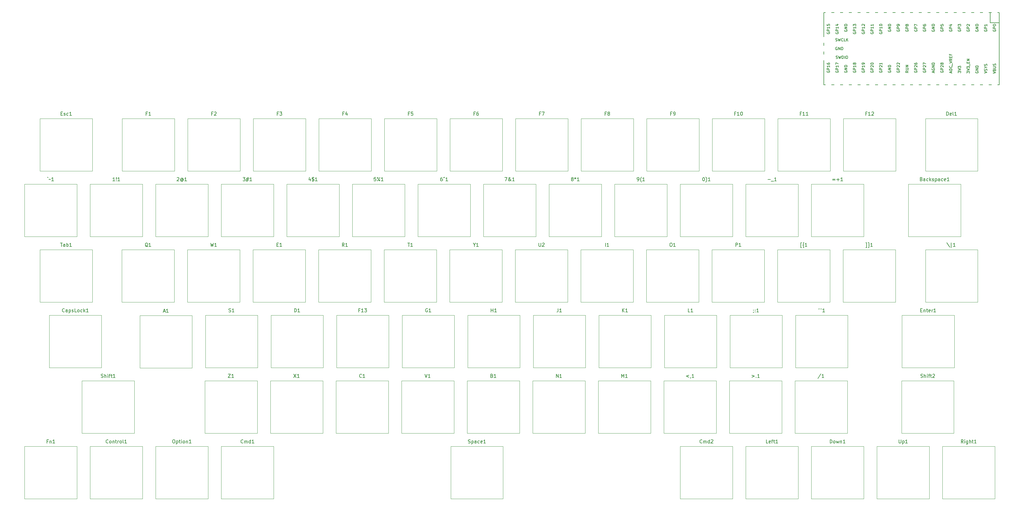
<source format=gto>
G04 #@! TF.GenerationSoftware,KiCad,Pcbnew,8.0.8*
G04 #@! TF.CreationDate,2025-06-07T08:47:10+08:00*
G04 #@! TF.ProjectId,magic-keys,6d616769-632d-46b6-9579-732e6b696361,rev?*
G04 #@! TF.SameCoordinates,Original*
G04 #@! TF.FileFunction,Legend,Top*
G04 #@! TF.FilePolarity,Positive*
%FSLAX46Y46*%
G04 Gerber Fmt 4.6, Leading zero omitted, Abs format (unit mm)*
G04 Created by KiCad (PCBNEW 8.0.8) date 2025-06-07 08:47:10*
%MOMM*%
%LPD*%
G01*
G04 APERTURE LIST*
%ADD10C,0.150000*%
%ADD11C,0.120000*%
%ADD12C,3.050000*%
%ADD13C,3.450000*%
%ADD14C,1.900000*%
%ADD15O,1.700000X1.700000*%
%ADD16R,1.700000X3.500000*%
%ADD17R,1.700000X1.700000*%
%ADD18R,3.500000X1.700000*%
%ADD19R,1.600000X1.600000*%
%ADD20O,1.600000X1.600000*%
G04 APERTURE END LIST*
D10*
X8596429Y-66607200D02*
X8739286Y-66750057D01*
X8977381Y-67273866D02*
X9025000Y-67226247D01*
X9025000Y-67226247D02*
X9120238Y-67178628D01*
X9120238Y-67178628D02*
X9310714Y-67273866D01*
X9310714Y-67273866D02*
X9405952Y-67226247D01*
X9405952Y-67226247D02*
X9453571Y-67178628D01*
X10358333Y-67654819D02*
X9786905Y-67654819D01*
X10072619Y-67654819D02*
X10072619Y-66654819D01*
X10072619Y-66654819D02*
X9977381Y-66797676D01*
X9977381Y-66797676D02*
X9882143Y-66892914D01*
X9882143Y-66892914D02*
X9786905Y-66940533D01*
X246362500Y-87038152D02*
X246600595Y-87038152D01*
X246600595Y-87038152D02*
X246600595Y-85609580D01*
X246600595Y-85609580D02*
X246362500Y-85609580D01*
X247029167Y-87085771D02*
X247076786Y-87085771D01*
X247076786Y-87085771D02*
X247172024Y-87038152D01*
X247172024Y-87038152D02*
X247219643Y-86942914D01*
X247219643Y-86942914D02*
X247219643Y-86466723D01*
X247219643Y-86466723D02*
X247267262Y-86371485D01*
X247267262Y-86371485D02*
X247362500Y-86323866D01*
X247362500Y-86323866D02*
X247267262Y-86276247D01*
X247267262Y-86276247D02*
X247219643Y-86181009D01*
X247219643Y-86181009D02*
X247219643Y-85704819D01*
X247219643Y-85704819D02*
X247172024Y-85609580D01*
X247172024Y-85609580D02*
X247076786Y-85561961D01*
X247076786Y-85561961D02*
X247029167Y-85561961D01*
X248314881Y-86704819D02*
X247743453Y-86704819D01*
X248029167Y-86704819D02*
X248029167Y-85704819D01*
X248029167Y-85704819D02*
X247933929Y-85847676D01*
X247933929Y-85847676D02*
X247838691Y-85942914D01*
X247838691Y-85942914D02*
X247743453Y-85990533D01*
X269861547Y-85609580D02*
X270718690Y-86895295D01*
X271099643Y-87038152D02*
X271099643Y-85609580D01*
X272337738Y-86704819D02*
X271766310Y-86704819D01*
X272052024Y-86704819D02*
X272052024Y-85704819D01*
X272052024Y-85704819D02*
X271956786Y-85847676D01*
X271956786Y-85847676D02*
X271861548Y-85942914D01*
X271861548Y-85942914D02*
X271766310Y-85990533D01*
X227693452Y-87038152D02*
X227455357Y-87038152D01*
X227455357Y-87038152D02*
X227455357Y-85609580D01*
X227455357Y-85609580D02*
X227693452Y-85609580D01*
X228360119Y-87085771D02*
X228312500Y-87085771D01*
X228312500Y-87085771D02*
X228217262Y-87038152D01*
X228217262Y-87038152D02*
X228169643Y-86942914D01*
X228169643Y-86942914D02*
X228169643Y-86466723D01*
X228169643Y-86466723D02*
X228122024Y-86371485D01*
X228122024Y-86371485D02*
X228026786Y-86323866D01*
X228026786Y-86323866D02*
X228122024Y-86276247D01*
X228122024Y-86276247D02*
X228169643Y-86181009D01*
X228169643Y-86181009D02*
X228169643Y-85704819D01*
X228169643Y-85704819D02*
X228217262Y-85609580D01*
X228217262Y-85609580D02*
X228312500Y-85561961D01*
X228312500Y-85561961D02*
X228360119Y-85561961D01*
X229264881Y-86704819D02*
X228693453Y-86704819D01*
X228979167Y-86704819D02*
X228979167Y-85704819D01*
X228979167Y-85704819D02*
X228883929Y-85847676D01*
X228883929Y-85847676D02*
X228788691Y-85942914D01*
X228788691Y-85942914D02*
X228693453Y-85990533D01*
X61102976Y-123804819D02*
X61769642Y-123804819D01*
X61769642Y-123804819D02*
X61102976Y-124804819D01*
X61102976Y-124804819D02*
X61769642Y-124804819D01*
X62674404Y-124804819D02*
X62102976Y-124804819D01*
X62388690Y-124804819D02*
X62388690Y-123804819D01*
X62388690Y-123804819D02*
X62293452Y-123947676D01*
X62293452Y-123947676D02*
X62198214Y-124042914D01*
X62198214Y-124042914D02*
X62102976Y-124090533D01*
X132586309Y-86228628D02*
X132586309Y-86704819D01*
X132252976Y-85704819D02*
X132586309Y-86228628D01*
X132586309Y-86228628D02*
X132919642Y-85704819D01*
X133776785Y-86704819D02*
X133205357Y-86704819D01*
X133491071Y-86704819D02*
X133491071Y-85704819D01*
X133491071Y-85704819D02*
X133395833Y-85847676D01*
X133395833Y-85847676D02*
X133300595Y-85942914D01*
X133300595Y-85942914D02*
X133205357Y-85990533D01*
X80152976Y-123804819D02*
X80819642Y-124804819D01*
X80819642Y-123804819D02*
X80152976Y-124804819D01*
X81724404Y-124804819D02*
X81152976Y-124804819D01*
X81438690Y-124804819D02*
X81438690Y-123804819D01*
X81438690Y-123804819D02*
X81343452Y-123947676D01*
X81343452Y-123947676D02*
X81248214Y-124042914D01*
X81248214Y-124042914D02*
X81152976Y-124090533D01*
X55957738Y-85704819D02*
X56195833Y-86704819D01*
X56195833Y-86704819D02*
X56386309Y-85990533D01*
X56386309Y-85990533D02*
X56576785Y-86704819D01*
X56576785Y-86704819D02*
X56814881Y-85704819D01*
X57719642Y-86704819D02*
X57148214Y-86704819D01*
X57433928Y-86704819D02*
X57433928Y-85704819D01*
X57433928Y-85704819D02*
X57338690Y-85847676D01*
X57338690Y-85847676D02*
X57243452Y-85942914D01*
X57243452Y-85942914D02*
X57148214Y-85990533D01*
X118252976Y-123804819D02*
X118586309Y-124804819D01*
X118586309Y-124804819D02*
X118919642Y-123804819D01*
X119776785Y-124804819D02*
X119205357Y-124804819D01*
X119491071Y-124804819D02*
X119491071Y-123804819D01*
X119491071Y-123804819D02*
X119395833Y-123947676D01*
X119395833Y-123947676D02*
X119300595Y-124042914D01*
X119300595Y-124042914D02*
X119205357Y-124090533D01*
X255960714Y-142854819D02*
X255960714Y-143664342D01*
X255960714Y-143664342D02*
X256008333Y-143759580D01*
X256008333Y-143759580D02*
X256055952Y-143807200D01*
X256055952Y-143807200D02*
X256151190Y-143854819D01*
X256151190Y-143854819D02*
X256341666Y-143854819D01*
X256341666Y-143854819D02*
X256436904Y-143807200D01*
X256436904Y-143807200D02*
X256484523Y-143759580D01*
X256484523Y-143759580D02*
X256532142Y-143664342D01*
X256532142Y-143664342D02*
X256532142Y-142854819D01*
X257008333Y-143188152D02*
X257008333Y-144188152D01*
X257008333Y-143235771D02*
X257103571Y-143188152D01*
X257103571Y-143188152D02*
X257294047Y-143188152D01*
X257294047Y-143188152D02*
X257389285Y-143235771D01*
X257389285Y-143235771D02*
X257436904Y-143283390D01*
X257436904Y-143283390D02*
X257484523Y-143378628D01*
X257484523Y-143378628D02*
X257484523Y-143664342D01*
X257484523Y-143664342D02*
X257436904Y-143759580D01*
X257436904Y-143759580D02*
X257389285Y-143807200D01*
X257389285Y-143807200D02*
X257294047Y-143854819D01*
X257294047Y-143854819D02*
X257103571Y-143854819D01*
X257103571Y-143854819D02*
X257008333Y-143807200D01*
X258436904Y-143854819D02*
X257865476Y-143854819D01*
X258151190Y-143854819D02*
X258151190Y-142854819D01*
X258151190Y-142854819D02*
X258055952Y-142997676D01*
X258055952Y-142997676D02*
X257960714Y-143092914D01*
X257960714Y-143092914D02*
X257865476Y-143140533D01*
X151350595Y-85704819D02*
X151350595Y-86514342D01*
X151350595Y-86514342D02*
X151398214Y-86609580D01*
X151398214Y-86609580D02*
X151445833Y-86657200D01*
X151445833Y-86657200D02*
X151541071Y-86704819D01*
X151541071Y-86704819D02*
X151731547Y-86704819D01*
X151731547Y-86704819D02*
X151826785Y-86657200D01*
X151826785Y-86657200D02*
X151874404Y-86609580D01*
X151874404Y-86609580D02*
X151922023Y-86514342D01*
X151922023Y-86514342D02*
X151922023Y-85704819D01*
X152350595Y-85800057D02*
X152398214Y-85752438D01*
X152398214Y-85752438D02*
X152493452Y-85704819D01*
X152493452Y-85704819D02*
X152731547Y-85704819D01*
X152731547Y-85704819D02*
X152826785Y-85752438D01*
X152826785Y-85752438D02*
X152874404Y-85800057D01*
X152874404Y-85800057D02*
X152922023Y-85895295D01*
X152922023Y-85895295D02*
X152922023Y-85990533D01*
X152922023Y-85990533D02*
X152874404Y-86133390D01*
X152874404Y-86133390D02*
X152302976Y-86704819D01*
X152302976Y-86704819D02*
X152922023Y-86704819D01*
X12333333Y-85704819D02*
X12904761Y-85704819D01*
X12619047Y-86704819D02*
X12619047Y-85704819D01*
X13666666Y-86704819D02*
X13666666Y-86181009D01*
X13666666Y-86181009D02*
X13619047Y-86085771D01*
X13619047Y-86085771D02*
X13523809Y-86038152D01*
X13523809Y-86038152D02*
X13333333Y-86038152D01*
X13333333Y-86038152D02*
X13238095Y-86085771D01*
X13666666Y-86657200D02*
X13571428Y-86704819D01*
X13571428Y-86704819D02*
X13333333Y-86704819D01*
X13333333Y-86704819D02*
X13238095Y-86657200D01*
X13238095Y-86657200D02*
X13190476Y-86561961D01*
X13190476Y-86561961D02*
X13190476Y-86466723D01*
X13190476Y-86466723D02*
X13238095Y-86371485D01*
X13238095Y-86371485D02*
X13333333Y-86323866D01*
X13333333Y-86323866D02*
X13571428Y-86323866D01*
X13571428Y-86323866D02*
X13666666Y-86276247D01*
X14142857Y-86704819D02*
X14142857Y-85704819D01*
X14142857Y-86085771D02*
X14238095Y-86038152D01*
X14238095Y-86038152D02*
X14428571Y-86038152D01*
X14428571Y-86038152D02*
X14523809Y-86085771D01*
X14523809Y-86085771D02*
X14571428Y-86133390D01*
X14571428Y-86133390D02*
X14619047Y-86228628D01*
X14619047Y-86228628D02*
X14619047Y-86514342D01*
X14619047Y-86514342D02*
X14571428Y-86609580D01*
X14571428Y-86609580D02*
X14523809Y-86657200D01*
X14523809Y-86657200D02*
X14428571Y-86704819D01*
X14428571Y-86704819D02*
X14238095Y-86704819D01*
X14238095Y-86704819D02*
X14142857Y-86657200D01*
X15571428Y-86704819D02*
X15000000Y-86704819D01*
X15285714Y-86704819D02*
X15285714Y-85704819D01*
X15285714Y-85704819D02*
X15190476Y-85847676D01*
X15190476Y-85847676D02*
X15095238Y-85942914D01*
X15095238Y-85942914D02*
X15000000Y-85990533D01*
X113250595Y-85704819D02*
X113822023Y-85704819D01*
X113536309Y-86704819D02*
X113536309Y-85704819D01*
X114679166Y-86704819D02*
X114107738Y-86704819D01*
X114393452Y-86704819D02*
X114393452Y-85704819D01*
X114393452Y-85704819D02*
X114298214Y-85847676D01*
X114298214Y-85847676D02*
X114202976Y-85942914D01*
X114202976Y-85942914D02*
X114107738Y-85990533D01*
X130826190Y-143807200D02*
X130969047Y-143854819D01*
X130969047Y-143854819D02*
X131207142Y-143854819D01*
X131207142Y-143854819D02*
X131302380Y-143807200D01*
X131302380Y-143807200D02*
X131349999Y-143759580D01*
X131349999Y-143759580D02*
X131397618Y-143664342D01*
X131397618Y-143664342D02*
X131397618Y-143569104D01*
X131397618Y-143569104D02*
X131349999Y-143473866D01*
X131349999Y-143473866D02*
X131302380Y-143426247D01*
X131302380Y-143426247D02*
X131207142Y-143378628D01*
X131207142Y-143378628D02*
X131016666Y-143331009D01*
X131016666Y-143331009D02*
X130921428Y-143283390D01*
X130921428Y-143283390D02*
X130873809Y-143235771D01*
X130873809Y-143235771D02*
X130826190Y-143140533D01*
X130826190Y-143140533D02*
X130826190Y-143045295D01*
X130826190Y-143045295D02*
X130873809Y-142950057D01*
X130873809Y-142950057D02*
X130921428Y-142902438D01*
X130921428Y-142902438D02*
X131016666Y-142854819D01*
X131016666Y-142854819D02*
X131254761Y-142854819D01*
X131254761Y-142854819D02*
X131397618Y-142902438D01*
X131826190Y-143188152D02*
X131826190Y-144188152D01*
X131826190Y-143235771D02*
X131921428Y-143188152D01*
X131921428Y-143188152D02*
X132111904Y-143188152D01*
X132111904Y-143188152D02*
X132207142Y-143235771D01*
X132207142Y-143235771D02*
X132254761Y-143283390D01*
X132254761Y-143283390D02*
X132302380Y-143378628D01*
X132302380Y-143378628D02*
X132302380Y-143664342D01*
X132302380Y-143664342D02*
X132254761Y-143759580D01*
X132254761Y-143759580D02*
X132207142Y-143807200D01*
X132207142Y-143807200D02*
X132111904Y-143854819D01*
X132111904Y-143854819D02*
X131921428Y-143854819D01*
X131921428Y-143854819D02*
X131826190Y-143807200D01*
X133159523Y-143854819D02*
X133159523Y-143331009D01*
X133159523Y-143331009D02*
X133111904Y-143235771D01*
X133111904Y-143235771D02*
X133016666Y-143188152D01*
X133016666Y-143188152D02*
X132826190Y-143188152D01*
X132826190Y-143188152D02*
X132730952Y-143235771D01*
X133159523Y-143807200D02*
X133064285Y-143854819D01*
X133064285Y-143854819D02*
X132826190Y-143854819D01*
X132826190Y-143854819D02*
X132730952Y-143807200D01*
X132730952Y-143807200D02*
X132683333Y-143711961D01*
X132683333Y-143711961D02*
X132683333Y-143616723D01*
X132683333Y-143616723D02*
X132730952Y-143521485D01*
X132730952Y-143521485D02*
X132826190Y-143473866D01*
X132826190Y-143473866D02*
X133064285Y-143473866D01*
X133064285Y-143473866D02*
X133159523Y-143426247D01*
X134064285Y-143807200D02*
X133969047Y-143854819D01*
X133969047Y-143854819D02*
X133778571Y-143854819D01*
X133778571Y-143854819D02*
X133683333Y-143807200D01*
X133683333Y-143807200D02*
X133635714Y-143759580D01*
X133635714Y-143759580D02*
X133588095Y-143664342D01*
X133588095Y-143664342D02*
X133588095Y-143378628D01*
X133588095Y-143378628D02*
X133635714Y-143283390D01*
X133635714Y-143283390D02*
X133683333Y-143235771D01*
X133683333Y-143235771D02*
X133778571Y-143188152D01*
X133778571Y-143188152D02*
X133969047Y-143188152D01*
X133969047Y-143188152D02*
X134064285Y-143235771D01*
X134873809Y-143807200D02*
X134778571Y-143854819D01*
X134778571Y-143854819D02*
X134588095Y-143854819D01*
X134588095Y-143854819D02*
X134492857Y-143807200D01*
X134492857Y-143807200D02*
X134445238Y-143711961D01*
X134445238Y-143711961D02*
X134445238Y-143331009D01*
X134445238Y-143331009D02*
X134492857Y-143235771D01*
X134492857Y-143235771D02*
X134588095Y-143188152D01*
X134588095Y-143188152D02*
X134778571Y-143188152D01*
X134778571Y-143188152D02*
X134873809Y-143235771D01*
X134873809Y-143235771D02*
X134921428Y-143331009D01*
X134921428Y-143331009D02*
X134921428Y-143426247D01*
X134921428Y-143426247D02*
X134445238Y-143521485D01*
X135873809Y-143854819D02*
X135302381Y-143854819D01*
X135588095Y-143854819D02*
X135588095Y-142854819D01*
X135588095Y-142854819D02*
X135492857Y-142997676D01*
X135492857Y-142997676D02*
X135397619Y-143092914D01*
X135397619Y-143092914D02*
X135302381Y-143140533D01*
X262294940Y-124757200D02*
X262437797Y-124804819D01*
X262437797Y-124804819D02*
X262675892Y-124804819D01*
X262675892Y-124804819D02*
X262771130Y-124757200D01*
X262771130Y-124757200D02*
X262818749Y-124709580D01*
X262818749Y-124709580D02*
X262866368Y-124614342D01*
X262866368Y-124614342D02*
X262866368Y-124519104D01*
X262866368Y-124519104D02*
X262818749Y-124423866D01*
X262818749Y-124423866D02*
X262771130Y-124376247D01*
X262771130Y-124376247D02*
X262675892Y-124328628D01*
X262675892Y-124328628D02*
X262485416Y-124281009D01*
X262485416Y-124281009D02*
X262390178Y-124233390D01*
X262390178Y-124233390D02*
X262342559Y-124185771D01*
X262342559Y-124185771D02*
X262294940Y-124090533D01*
X262294940Y-124090533D02*
X262294940Y-123995295D01*
X262294940Y-123995295D02*
X262342559Y-123900057D01*
X262342559Y-123900057D02*
X262390178Y-123852438D01*
X262390178Y-123852438D02*
X262485416Y-123804819D01*
X262485416Y-123804819D02*
X262723511Y-123804819D01*
X262723511Y-123804819D02*
X262866368Y-123852438D01*
X263294940Y-124804819D02*
X263294940Y-123804819D01*
X263723511Y-124804819D02*
X263723511Y-124281009D01*
X263723511Y-124281009D02*
X263675892Y-124185771D01*
X263675892Y-124185771D02*
X263580654Y-124138152D01*
X263580654Y-124138152D02*
X263437797Y-124138152D01*
X263437797Y-124138152D02*
X263342559Y-124185771D01*
X263342559Y-124185771D02*
X263294940Y-124233390D01*
X264199702Y-124804819D02*
X264199702Y-124138152D01*
X264199702Y-123804819D02*
X264152083Y-123852438D01*
X264152083Y-123852438D02*
X264199702Y-123900057D01*
X264199702Y-123900057D02*
X264247321Y-123852438D01*
X264247321Y-123852438D02*
X264199702Y-123804819D01*
X264199702Y-123804819D02*
X264199702Y-123900057D01*
X264533035Y-124138152D02*
X264913987Y-124138152D01*
X264675892Y-124804819D02*
X264675892Y-123947676D01*
X264675892Y-123947676D02*
X264723511Y-123852438D01*
X264723511Y-123852438D02*
X264818749Y-123804819D01*
X264818749Y-123804819D02*
X264913987Y-123804819D01*
X265104464Y-124138152D02*
X265485416Y-124138152D01*
X265247321Y-123804819D02*
X265247321Y-124661961D01*
X265247321Y-124661961D02*
X265294940Y-124757200D01*
X265294940Y-124757200D02*
X265390178Y-124804819D01*
X265390178Y-124804819D02*
X265485416Y-124804819D01*
X265771131Y-123900057D02*
X265818750Y-123852438D01*
X265818750Y-123852438D02*
X265913988Y-123804819D01*
X265913988Y-123804819D02*
X266152083Y-123804819D01*
X266152083Y-123804819D02*
X266247321Y-123852438D01*
X266247321Y-123852438D02*
X266294940Y-123900057D01*
X266294940Y-123900057D02*
X266342559Y-123995295D01*
X266342559Y-123995295D02*
X266342559Y-124090533D01*
X266342559Y-124090533D02*
X266294940Y-124233390D01*
X266294940Y-124233390D02*
X265723512Y-124804819D01*
X265723512Y-124804819D02*
X266342559Y-124804819D01*
X24169940Y-124757200D02*
X24312797Y-124804819D01*
X24312797Y-124804819D02*
X24550892Y-124804819D01*
X24550892Y-124804819D02*
X24646130Y-124757200D01*
X24646130Y-124757200D02*
X24693749Y-124709580D01*
X24693749Y-124709580D02*
X24741368Y-124614342D01*
X24741368Y-124614342D02*
X24741368Y-124519104D01*
X24741368Y-124519104D02*
X24693749Y-124423866D01*
X24693749Y-124423866D02*
X24646130Y-124376247D01*
X24646130Y-124376247D02*
X24550892Y-124328628D01*
X24550892Y-124328628D02*
X24360416Y-124281009D01*
X24360416Y-124281009D02*
X24265178Y-124233390D01*
X24265178Y-124233390D02*
X24217559Y-124185771D01*
X24217559Y-124185771D02*
X24169940Y-124090533D01*
X24169940Y-124090533D02*
X24169940Y-123995295D01*
X24169940Y-123995295D02*
X24217559Y-123900057D01*
X24217559Y-123900057D02*
X24265178Y-123852438D01*
X24265178Y-123852438D02*
X24360416Y-123804819D01*
X24360416Y-123804819D02*
X24598511Y-123804819D01*
X24598511Y-123804819D02*
X24741368Y-123852438D01*
X25169940Y-124804819D02*
X25169940Y-123804819D01*
X25598511Y-124804819D02*
X25598511Y-124281009D01*
X25598511Y-124281009D02*
X25550892Y-124185771D01*
X25550892Y-124185771D02*
X25455654Y-124138152D01*
X25455654Y-124138152D02*
X25312797Y-124138152D01*
X25312797Y-124138152D02*
X25217559Y-124185771D01*
X25217559Y-124185771D02*
X25169940Y-124233390D01*
X26074702Y-124804819D02*
X26074702Y-124138152D01*
X26074702Y-123804819D02*
X26027083Y-123852438D01*
X26027083Y-123852438D02*
X26074702Y-123900057D01*
X26074702Y-123900057D02*
X26122321Y-123852438D01*
X26122321Y-123852438D02*
X26074702Y-123804819D01*
X26074702Y-123804819D02*
X26074702Y-123900057D01*
X26408035Y-124138152D02*
X26788987Y-124138152D01*
X26550892Y-124804819D02*
X26550892Y-123947676D01*
X26550892Y-123947676D02*
X26598511Y-123852438D01*
X26598511Y-123852438D02*
X26693749Y-123804819D01*
X26693749Y-123804819D02*
X26788987Y-123804819D01*
X26979464Y-124138152D02*
X27360416Y-124138152D01*
X27122321Y-123804819D02*
X27122321Y-124661961D01*
X27122321Y-124661961D02*
X27169940Y-124757200D01*
X27169940Y-124757200D02*
X27265178Y-124804819D01*
X27265178Y-124804819D02*
X27360416Y-124804819D01*
X28217559Y-124804819D02*
X27646131Y-124804819D01*
X27931845Y-124804819D02*
X27931845Y-123804819D01*
X27931845Y-123804819D02*
X27836607Y-123947676D01*
X27836607Y-123947676D02*
X27741369Y-124042914D01*
X27741369Y-124042914D02*
X27646131Y-124090533D01*
X61275595Y-105707200D02*
X61418452Y-105754819D01*
X61418452Y-105754819D02*
X61656547Y-105754819D01*
X61656547Y-105754819D02*
X61751785Y-105707200D01*
X61751785Y-105707200D02*
X61799404Y-105659580D01*
X61799404Y-105659580D02*
X61847023Y-105564342D01*
X61847023Y-105564342D02*
X61847023Y-105469104D01*
X61847023Y-105469104D02*
X61799404Y-105373866D01*
X61799404Y-105373866D02*
X61751785Y-105326247D01*
X61751785Y-105326247D02*
X61656547Y-105278628D01*
X61656547Y-105278628D02*
X61466071Y-105231009D01*
X61466071Y-105231009D02*
X61370833Y-105183390D01*
X61370833Y-105183390D02*
X61323214Y-105135771D01*
X61323214Y-105135771D02*
X61275595Y-105040533D01*
X61275595Y-105040533D02*
X61275595Y-104945295D01*
X61275595Y-104945295D02*
X61323214Y-104850057D01*
X61323214Y-104850057D02*
X61370833Y-104802438D01*
X61370833Y-104802438D02*
X61466071Y-104754819D01*
X61466071Y-104754819D02*
X61704166Y-104754819D01*
X61704166Y-104754819D02*
X61847023Y-104802438D01*
X62799404Y-105754819D02*
X62227976Y-105754819D01*
X62513690Y-105754819D02*
X62513690Y-104754819D01*
X62513690Y-104754819D02*
X62418452Y-104897676D01*
X62418452Y-104897676D02*
X62323214Y-104992914D01*
X62323214Y-104992914D02*
X62227976Y-105040533D01*
X274629761Y-143854819D02*
X274296428Y-143378628D01*
X274058333Y-143854819D02*
X274058333Y-142854819D01*
X274058333Y-142854819D02*
X274439285Y-142854819D01*
X274439285Y-142854819D02*
X274534523Y-142902438D01*
X274534523Y-142902438D02*
X274582142Y-142950057D01*
X274582142Y-142950057D02*
X274629761Y-143045295D01*
X274629761Y-143045295D02*
X274629761Y-143188152D01*
X274629761Y-143188152D02*
X274582142Y-143283390D01*
X274582142Y-143283390D02*
X274534523Y-143331009D01*
X274534523Y-143331009D02*
X274439285Y-143378628D01*
X274439285Y-143378628D02*
X274058333Y-143378628D01*
X275058333Y-143854819D02*
X275058333Y-143188152D01*
X275058333Y-142854819D02*
X275010714Y-142902438D01*
X275010714Y-142902438D02*
X275058333Y-142950057D01*
X275058333Y-142950057D02*
X275105952Y-142902438D01*
X275105952Y-142902438D02*
X275058333Y-142854819D01*
X275058333Y-142854819D02*
X275058333Y-142950057D01*
X275963094Y-143188152D02*
X275963094Y-143997676D01*
X275963094Y-143997676D02*
X275915475Y-144092914D01*
X275915475Y-144092914D02*
X275867856Y-144140533D01*
X275867856Y-144140533D02*
X275772618Y-144188152D01*
X275772618Y-144188152D02*
X275629761Y-144188152D01*
X275629761Y-144188152D02*
X275534523Y-144140533D01*
X275963094Y-143807200D02*
X275867856Y-143854819D01*
X275867856Y-143854819D02*
X275677380Y-143854819D01*
X275677380Y-143854819D02*
X275582142Y-143807200D01*
X275582142Y-143807200D02*
X275534523Y-143759580D01*
X275534523Y-143759580D02*
X275486904Y-143664342D01*
X275486904Y-143664342D02*
X275486904Y-143378628D01*
X275486904Y-143378628D02*
X275534523Y-143283390D01*
X275534523Y-143283390D02*
X275582142Y-143235771D01*
X275582142Y-143235771D02*
X275677380Y-143188152D01*
X275677380Y-143188152D02*
X275867856Y-143188152D01*
X275867856Y-143188152D02*
X275963094Y-143235771D01*
X276439285Y-143854819D02*
X276439285Y-142854819D01*
X276867856Y-143854819D02*
X276867856Y-143331009D01*
X276867856Y-143331009D02*
X276820237Y-143235771D01*
X276820237Y-143235771D02*
X276724999Y-143188152D01*
X276724999Y-143188152D02*
X276582142Y-143188152D01*
X276582142Y-143188152D02*
X276486904Y-143235771D01*
X276486904Y-143235771D02*
X276439285Y-143283390D01*
X277201190Y-143188152D02*
X277582142Y-143188152D01*
X277344047Y-142854819D02*
X277344047Y-143711961D01*
X277344047Y-143711961D02*
X277391666Y-143807200D01*
X277391666Y-143807200D02*
X277486904Y-143854819D01*
X277486904Y-143854819D02*
X277582142Y-143854819D01*
X278439285Y-143854819D02*
X277867857Y-143854819D01*
X278153571Y-143854819D02*
X278153571Y-142854819D01*
X278153571Y-142854819D02*
X278058333Y-142997676D01*
X278058333Y-142997676D02*
X277963095Y-143092914D01*
X277963095Y-143092914D02*
X277867857Y-143140533D01*
X94795833Y-86704819D02*
X94462500Y-86228628D01*
X94224405Y-86704819D02*
X94224405Y-85704819D01*
X94224405Y-85704819D02*
X94605357Y-85704819D01*
X94605357Y-85704819D02*
X94700595Y-85752438D01*
X94700595Y-85752438D02*
X94748214Y-85800057D01*
X94748214Y-85800057D02*
X94795833Y-85895295D01*
X94795833Y-85895295D02*
X94795833Y-86038152D01*
X94795833Y-86038152D02*
X94748214Y-86133390D01*
X94748214Y-86133390D02*
X94700595Y-86181009D01*
X94700595Y-86181009D02*
X94605357Y-86228628D01*
X94605357Y-86228628D02*
X94224405Y-86228628D01*
X95748214Y-86704819D02*
X95176786Y-86704819D01*
X95462500Y-86704819D02*
X95462500Y-85704819D01*
X95462500Y-85704819D02*
X95367262Y-85847676D01*
X95367262Y-85847676D02*
X95272024Y-85942914D01*
X95272024Y-85942914D02*
X95176786Y-85990533D01*
X37717261Y-86800057D02*
X37622023Y-86752438D01*
X37622023Y-86752438D02*
X37526785Y-86657200D01*
X37526785Y-86657200D02*
X37383928Y-86514342D01*
X37383928Y-86514342D02*
X37288690Y-86466723D01*
X37288690Y-86466723D02*
X37193452Y-86466723D01*
X37241071Y-86704819D02*
X37145833Y-86657200D01*
X37145833Y-86657200D02*
X37050595Y-86561961D01*
X37050595Y-86561961D02*
X37002976Y-86371485D01*
X37002976Y-86371485D02*
X37002976Y-86038152D01*
X37002976Y-86038152D02*
X37050595Y-85847676D01*
X37050595Y-85847676D02*
X37145833Y-85752438D01*
X37145833Y-85752438D02*
X37241071Y-85704819D01*
X37241071Y-85704819D02*
X37431547Y-85704819D01*
X37431547Y-85704819D02*
X37526785Y-85752438D01*
X37526785Y-85752438D02*
X37622023Y-85847676D01*
X37622023Y-85847676D02*
X37669642Y-86038152D01*
X37669642Y-86038152D02*
X37669642Y-86371485D01*
X37669642Y-86371485D02*
X37622023Y-86561961D01*
X37622023Y-86561961D02*
X37526785Y-86657200D01*
X37526785Y-86657200D02*
X37431547Y-86704819D01*
X37431547Y-86704819D02*
X37241071Y-86704819D01*
X38622023Y-86704819D02*
X38050595Y-86704819D01*
X38336309Y-86704819D02*
X38336309Y-85704819D01*
X38336309Y-85704819D02*
X38241071Y-85847676D01*
X38241071Y-85847676D02*
X38145833Y-85942914D01*
X38145833Y-85942914D02*
X38050595Y-85990533D01*
X208524405Y-86704819D02*
X208524405Y-85704819D01*
X208524405Y-85704819D02*
X208905357Y-85704819D01*
X208905357Y-85704819D02*
X209000595Y-85752438D01*
X209000595Y-85752438D02*
X209048214Y-85800057D01*
X209048214Y-85800057D02*
X209095833Y-85895295D01*
X209095833Y-85895295D02*
X209095833Y-86038152D01*
X209095833Y-86038152D02*
X209048214Y-86133390D01*
X209048214Y-86133390D02*
X209000595Y-86181009D01*
X209000595Y-86181009D02*
X208905357Y-86228628D01*
X208905357Y-86228628D02*
X208524405Y-86228628D01*
X210048214Y-86704819D02*
X209476786Y-86704819D01*
X209762500Y-86704819D02*
X209762500Y-85704819D01*
X209762500Y-85704819D02*
X209667262Y-85847676D01*
X209667262Y-85847676D02*
X209572024Y-85942914D01*
X209572024Y-85942914D02*
X209476786Y-85990533D01*
X45172619Y-142854819D02*
X45363095Y-142854819D01*
X45363095Y-142854819D02*
X45458333Y-142902438D01*
X45458333Y-142902438D02*
X45553571Y-142997676D01*
X45553571Y-142997676D02*
X45601190Y-143188152D01*
X45601190Y-143188152D02*
X45601190Y-143521485D01*
X45601190Y-143521485D02*
X45553571Y-143711961D01*
X45553571Y-143711961D02*
X45458333Y-143807200D01*
X45458333Y-143807200D02*
X45363095Y-143854819D01*
X45363095Y-143854819D02*
X45172619Y-143854819D01*
X45172619Y-143854819D02*
X45077381Y-143807200D01*
X45077381Y-143807200D02*
X44982143Y-143711961D01*
X44982143Y-143711961D02*
X44934524Y-143521485D01*
X44934524Y-143521485D02*
X44934524Y-143188152D01*
X44934524Y-143188152D02*
X44982143Y-142997676D01*
X44982143Y-142997676D02*
X45077381Y-142902438D01*
X45077381Y-142902438D02*
X45172619Y-142854819D01*
X46029762Y-143188152D02*
X46029762Y-144188152D01*
X46029762Y-143235771D02*
X46125000Y-143188152D01*
X46125000Y-143188152D02*
X46315476Y-143188152D01*
X46315476Y-143188152D02*
X46410714Y-143235771D01*
X46410714Y-143235771D02*
X46458333Y-143283390D01*
X46458333Y-143283390D02*
X46505952Y-143378628D01*
X46505952Y-143378628D02*
X46505952Y-143664342D01*
X46505952Y-143664342D02*
X46458333Y-143759580D01*
X46458333Y-143759580D02*
X46410714Y-143807200D01*
X46410714Y-143807200D02*
X46315476Y-143854819D01*
X46315476Y-143854819D02*
X46125000Y-143854819D01*
X46125000Y-143854819D02*
X46029762Y-143807200D01*
X46791667Y-143188152D02*
X47172619Y-143188152D01*
X46934524Y-142854819D02*
X46934524Y-143711961D01*
X46934524Y-143711961D02*
X46982143Y-143807200D01*
X46982143Y-143807200D02*
X47077381Y-143854819D01*
X47077381Y-143854819D02*
X47172619Y-143854819D01*
X47505953Y-143854819D02*
X47505953Y-143188152D01*
X47505953Y-142854819D02*
X47458334Y-142902438D01*
X47458334Y-142902438D02*
X47505953Y-142950057D01*
X47505953Y-142950057D02*
X47553572Y-142902438D01*
X47553572Y-142902438D02*
X47505953Y-142854819D01*
X47505953Y-142854819D02*
X47505953Y-142950057D01*
X48125000Y-143854819D02*
X48029762Y-143807200D01*
X48029762Y-143807200D02*
X47982143Y-143759580D01*
X47982143Y-143759580D02*
X47934524Y-143664342D01*
X47934524Y-143664342D02*
X47934524Y-143378628D01*
X47934524Y-143378628D02*
X47982143Y-143283390D01*
X47982143Y-143283390D02*
X48029762Y-143235771D01*
X48029762Y-143235771D02*
X48125000Y-143188152D01*
X48125000Y-143188152D02*
X48267857Y-143188152D01*
X48267857Y-143188152D02*
X48363095Y-143235771D01*
X48363095Y-143235771D02*
X48410714Y-143283390D01*
X48410714Y-143283390D02*
X48458333Y-143378628D01*
X48458333Y-143378628D02*
X48458333Y-143664342D01*
X48458333Y-143664342D02*
X48410714Y-143759580D01*
X48410714Y-143759580D02*
X48363095Y-143807200D01*
X48363095Y-143807200D02*
X48267857Y-143854819D01*
X48267857Y-143854819D02*
X48125000Y-143854819D01*
X48886905Y-143188152D02*
X48886905Y-143854819D01*
X48886905Y-143283390D02*
X48934524Y-143235771D01*
X48934524Y-143235771D02*
X49029762Y-143188152D01*
X49029762Y-143188152D02*
X49172619Y-143188152D01*
X49172619Y-143188152D02*
X49267857Y-143235771D01*
X49267857Y-143235771D02*
X49315476Y-143331009D01*
X49315476Y-143331009D02*
X49315476Y-143854819D01*
X50315476Y-143854819D02*
X49744048Y-143854819D01*
X50029762Y-143854819D02*
X50029762Y-142854819D01*
X50029762Y-142854819D02*
X49934524Y-142997676D01*
X49934524Y-142997676D02*
X49839286Y-143092914D01*
X49839286Y-143092914D02*
X49744048Y-143140533D01*
X189641071Y-85704819D02*
X189831547Y-85704819D01*
X189831547Y-85704819D02*
X189926785Y-85752438D01*
X189926785Y-85752438D02*
X190022023Y-85847676D01*
X190022023Y-85847676D02*
X190069642Y-86038152D01*
X190069642Y-86038152D02*
X190069642Y-86371485D01*
X190069642Y-86371485D02*
X190022023Y-86561961D01*
X190022023Y-86561961D02*
X189926785Y-86657200D01*
X189926785Y-86657200D02*
X189831547Y-86704819D01*
X189831547Y-86704819D02*
X189641071Y-86704819D01*
X189641071Y-86704819D02*
X189545833Y-86657200D01*
X189545833Y-86657200D02*
X189450595Y-86561961D01*
X189450595Y-86561961D02*
X189402976Y-86371485D01*
X189402976Y-86371485D02*
X189402976Y-86038152D01*
X189402976Y-86038152D02*
X189450595Y-85847676D01*
X189450595Y-85847676D02*
X189545833Y-85752438D01*
X189545833Y-85752438D02*
X189641071Y-85704819D01*
X191022023Y-86704819D02*
X190450595Y-86704819D01*
X190736309Y-86704819D02*
X190736309Y-85704819D01*
X190736309Y-85704819D02*
X190641071Y-85847676D01*
X190641071Y-85847676D02*
X190545833Y-85942914D01*
X190545833Y-85942914D02*
X190450595Y-85990533D01*
X156400595Y-124804819D02*
X156400595Y-123804819D01*
X156400595Y-123804819D02*
X156972023Y-124804819D01*
X156972023Y-124804819D02*
X156972023Y-123804819D01*
X157972023Y-124804819D02*
X157400595Y-124804819D01*
X157686309Y-124804819D02*
X157686309Y-123804819D01*
X157686309Y-123804819D02*
X157591071Y-123947676D01*
X157591071Y-123947676D02*
X157495833Y-124042914D01*
X157495833Y-124042914D02*
X157400595Y-124090533D01*
X175402976Y-124804819D02*
X175402976Y-123804819D01*
X175402976Y-123804819D02*
X175736309Y-124519104D01*
X175736309Y-124519104D02*
X176069642Y-123804819D01*
X176069642Y-123804819D02*
X176069642Y-124804819D01*
X177069642Y-124804819D02*
X176498214Y-124804819D01*
X176783928Y-124804819D02*
X176783928Y-123804819D01*
X176783928Y-123804819D02*
X176688690Y-123947676D01*
X176688690Y-123947676D02*
X176593452Y-124042914D01*
X176593452Y-124042914D02*
X176498214Y-124090533D01*
X217908332Y-143854819D02*
X217432142Y-143854819D01*
X217432142Y-143854819D02*
X217432142Y-142854819D01*
X218622618Y-143807200D02*
X218527380Y-143854819D01*
X218527380Y-143854819D02*
X218336904Y-143854819D01*
X218336904Y-143854819D02*
X218241666Y-143807200D01*
X218241666Y-143807200D02*
X218194047Y-143711961D01*
X218194047Y-143711961D02*
X218194047Y-143331009D01*
X218194047Y-143331009D02*
X218241666Y-143235771D01*
X218241666Y-143235771D02*
X218336904Y-143188152D01*
X218336904Y-143188152D02*
X218527380Y-143188152D01*
X218527380Y-143188152D02*
X218622618Y-143235771D01*
X218622618Y-143235771D02*
X218670237Y-143331009D01*
X218670237Y-143331009D02*
X218670237Y-143426247D01*
X218670237Y-143426247D02*
X218194047Y-143521485D01*
X218955952Y-143188152D02*
X219336904Y-143188152D01*
X219098809Y-143854819D02*
X219098809Y-142997676D01*
X219098809Y-142997676D02*
X219146428Y-142902438D01*
X219146428Y-142902438D02*
X219241666Y-142854819D01*
X219241666Y-142854819D02*
X219336904Y-142854819D01*
X219527381Y-143188152D02*
X219908333Y-143188152D01*
X219670238Y-142854819D02*
X219670238Y-143711961D01*
X219670238Y-143711961D02*
X219717857Y-143807200D01*
X219717857Y-143807200D02*
X219813095Y-143854819D01*
X219813095Y-143854819D02*
X219908333Y-143854819D01*
X220765476Y-143854819D02*
X220194048Y-143854819D01*
X220479762Y-143854819D02*
X220479762Y-142854819D01*
X220479762Y-142854819D02*
X220384524Y-142997676D01*
X220384524Y-142997676D02*
X220289286Y-143092914D01*
X220289286Y-143092914D02*
X220194048Y-143140533D01*
X195220833Y-105754819D02*
X194744643Y-105754819D01*
X194744643Y-105754819D02*
X194744643Y-104754819D01*
X196077976Y-105754819D02*
X195506548Y-105754819D01*
X195792262Y-105754819D02*
X195792262Y-104754819D01*
X195792262Y-104754819D02*
X195697024Y-104897676D01*
X195697024Y-104897676D02*
X195601786Y-104992914D01*
X195601786Y-104992914D02*
X195506548Y-105040533D01*
X175599405Y-105754819D02*
X175599405Y-104754819D01*
X176170833Y-105754819D02*
X175742262Y-105183390D01*
X176170833Y-104754819D02*
X175599405Y-105326247D01*
X177123214Y-105754819D02*
X176551786Y-105754819D01*
X176837500Y-105754819D02*
X176837500Y-104754819D01*
X176837500Y-104754819D02*
X176742262Y-104897676D01*
X176742262Y-104897676D02*
X176647024Y-104992914D01*
X176647024Y-104992914D02*
X176551786Y-105040533D01*
X156954166Y-104754819D02*
X156954166Y-105469104D01*
X156954166Y-105469104D02*
X156906547Y-105611961D01*
X156906547Y-105611961D02*
X156811309Y-105707200D01*
X156811309Y-105707200D02*
X156668452Y-105754819D01*
X156668452Y-105754819D02*
X156573214Y-105754819D01*
X157954166Y-105754819D02*
X157382738Y-105754819D01*
X157668452Y-105754819D02*
X157668452Y-104754819D01*
X157668452Y-104754819D02*
X157573214Y-104897676D01*
X157573214Y-104897676D02*
X157477976Y-104992914D01*
X157477976Y-104992914D02*
X157382738Y-105040533D01*
X170686310Y-86704819D02*
X170686310Y-85704819D01*
X171686309Y-86704819D02*
X171114881Y-86704819D01*
X171400595Y-86704819D02*
X171400595Y-85704819D01*
X171400595Y-85704819D02*
X171305357Y-85847676D01*
X171305357Y-85847676D02*
X171210119Y-85942914D01*
X171210119Y-85942914D02*
X171114881Y-85990533D01*
X137475595Y-105754819D02*
X137475595Y-104754819D01*
X137475595Y-105231009D02*
X138047023Y-105231009D01*
X138047023Y-105754819D02*
X138047023Y-104754819D01*
X139047023Y-105754819D02*
X138475595Y-105754819D01*
X138761309Y-105754819D02*
X138761309Y-104754819D01*
X138761309Y-104754819D02*
X138666071Y-104897676D01*
X138666071Y-104897676D02*
X138570833Y-104992914D01*
X138570833Y-104992914D02*
X138475595Y-105040533D01*
X118973214Y-104802438D02*
X118877976Y-104754819D01*
X118877976Y-104754819D02*
X118735119Y-104754819D01*
X118735119Y-104754819D02*
X118592262Y-104802438D01*
X118592262Y-104802438D02*
X118497024Y-104897676D01*
X118497024Y-104897676D02*
X118449405Y-104992914D01*
X118449405Y-104992914D02*
X118401786Y-105183390D01*
X118401786Y-105183390D02*
X118401786Y-105326247D01*
X118401786Y-105326247D02*
X118449405Y-105516723D01*
X118449405Y-105516723D02*
X118497024Y-105611961D01*
X118497024Y-105611961D02*
X118592262Y-105707200D01*
X118592262Y-105707200D02*
X118735119Y-105754819D01*
X118735119Y-105754819D02*
X118830357Y-105754819D01*
X118830357Y-105754819D02*
X118973214Y-105707200D01*
X118973214Y-105707200D02*
X119020833Y-105659580D01*
X119020833Y-105659580D02*
X119020833Y-105326247D01*
X119020833Y-105326247D02*
X118830357Y-105326247D01*
X119973214Y-105754819D02*
X119401786Y-105754819D01*
X119687500Y-105754819D02*
X119687500Y-104754819D01*
X119687500Y-104754819D02*
X119592262Y-104897676D01*
X119592262Y-104897676D02*
X119497024Y-104992914D01*
X119497024Y-104992914D02*
X119401786Y-105040533D01*
X8739285Y-143331009D02*
X8405952Y-143331009D01*
X8405952Y-143854819D02*
X8405952Y-142854819D01*
X8405952Y-142854819D02*
X8882142Y-142854819D01*
X9263095Y-143188152D02*
X9263095Y-143854819D01*
X9263095Y-143283390D02*
X9310714Y-143235771D01*
X9310714Y-143235771D02*
X9405952Y-143188152D01*
X9405952Y-143188152D02*
X9548809Y-143188152D01*
X9548809Y-143188152D02*
X9644047Y-143235771D01*
X9644047Y-143235771D02*
X9691666Y-143331009D01*
X9691666Y-143331009D02*
X9691666Y-143854819D01*
X10691666Y-143854819D02*
X10120238Y-143854819D01*
X10405952Y-143854819D02*
X10405952Y-142854819D01*
X10405952Y-142854819D02*
X10310714Y-142997676D01*
X10310714Y-142997676D02*
X10215476Y-143092914D01*
X10215476Y-143092914D02*
X10120238Y-143140533D01*
X99327976Y-105231009D02*
X98994643Y-105231009D01*
X98994643Y-105754819D02*
X98994643Y-104754819D01*
X98994643Y-104754819D02*
X99470833Y-104754819D01*
X100375595Y-105754819D02*
X99804167Y-105754819D01*
X100089881Y-105754819D02*
X100089881Y-104754819D01*
X100089881Y-104754819D02*
X99994643Y-104897676D01*
X99994643Y-104897676D02*
X99899405Y-104992914D01*
X99899405Y-104992914D02*
X99804167Y-105040533D01*
X100708929Y-104754819D02*
X101327976Y-104754819D01*
X101327976Y-104754819D02*
X100994643Y-105135771D01*
X100994643Y-105135771D02*
X101137500Y-105135771D01*
X101137500Y-105135771D02*
X101232738Y-105183390D01*
X101232738Y-105183390D02*
X101280357Y-105231009D01*
X101280357Y-105231009D02*
X101327976Y-105326247D01*
X101327976Y-105326247D02*
X101327976Y-105564342D01*
X101327976Y-105564342D02*
X101280357Y-105659580D01*
X101280357Y-105659580D02*
X101232738Y-105707200D01*
X101232738Y-105707200D02*
X101137500Y-105754819D01*
X101137500Y-105754819D02*
X100851786Y-105754819D01*
X100851786Y-105754819D02*
X100756548Y-105707200D01*
X100756548Y-105707200D02*
X100708929Y-105659580D01*
X246620476Y-48081009D02*
X246287143Y-48081009D01*
X246287143Y-48604819D02*
X246287143Y-47604819D01*
X246287143Y-47604819D02*
X246763333Y-47604819D01*
X247668095Y-48604819D02*
X247096667Y-48604819D01*
X247382381Y-48604819D02*
X247382381Y-47604819D01*
X247382381Y-47604819D02*
X247287143Y-47747676D01*
X247287143Y-47747676D02*
X247191905Y-47842914D01*
X247191905Y-47842914D02*
X247096667Y-47890533D01*
X248049048Y-47700057D02*
X248096667Y-47652438D01*
X248096667Y-47652438D02*
X248191905Y-47604819D01*
X248191905Y-47604819D02*
X248430000Y-47604819D01*
X248430000Y-47604819D02*
X248525238Y-47652438D01*
X248525238Y-47652438D02*
X248572857Y-47700057D01*
X248572857Y-47700057D02*
X248620476Y-47795295D01*
X248620476Y-47795295D02*
X248620476Y-47890533D01*
X248620476Y-47890533D02*
X248572857Y-48033390D01*
X248572857Y-48033390D02*
X248001429Y-48604819D01*
X248001429Y-48604819D02*
X248620476Y-48604819D01*
X227570476Y-48081009D02*
X227237143Y-48081009D01*
X227237143Y-48604819D02*
X227237143Y-47604819D01*
X227237143Y-47604819D02*
X227713333Y-47604819D01*
X228618095Y-48604819D02*
X228046667Y-48604819D01*
X228332381Y-48604819D02*
X228332381Y-47604819D01*
X228332381Y-47604819D02*
X228237143Y-47747676D01*
X228237143Y-47747676D02*
X228141905Y-47842914D01*
X228141905Y-47842914D02*
X228046667Y-47890533D01*
X229570476Y-48604819D02*
X228999048Y-48604819D01*
X229284762Y-48604819D02*
X229284762Y-47604819D01*
X229284762Y-47604819D02*
X229189524Y-47747676D01*
X229189524Y-47747676D02*
X229094286Y-47842914D01*
X229094286Y-47842914D02*
X228999048Y-47890533D01*
X208520476Y-48081009D02*
X208187143Y-48081009D01*
X208187143Y-48604819D02*
X208187143Y-47604819D01*
X208187143Y-47604819D02*
X208663333Y-47604819D01*
X209568095Y-48604819D02*
X208996667Y-48604819D01*
X209282381Y-48604819D02*
X209282381Y-47604819D01*
X209282381Y-47604819D02*
X209187143Y-47747676D01*
X209187143Y-47747676D02*
X209091905Y-47842914D01*
X209091905Y-47842914D02*
X208996667Y-47890533D01*
X210187143Y-47604819D02*
X210282381Y-47604819D01*
X210282381Y-47604819D02*
X210377619Y-47652438D01*
X210377619Y-47652438D02*
X210425238Y-47700057D01*
X210425238Y-47700057D02*
X210472857Y-47795295D01*
X210472857Y-47795295D02*
X210520476Y-47985771D01*
X210520476Y-47985771D02*
X210520476Y-48223866D01*
X210520476Y-48223866D02*
X210472857Y-48414342D01*
X210472857Y-48414342D02*
X210425238Y-48509580D01*
X210425238Y-48509580D02*
X210377619Y-48557200D01*
X210377619Y-48557200D02*
X210282381Y-48604819D01*
X210282381Y-48604819D02*
X210187143Y-48604819D01*
X210187143Y-48604819D02*
X210091905Y-48557200D01*
X210091905Y-48557200D02*
X210044286Y-48509580D01*
X210044286Y-48509580D02*
X209996667Y-48414342D01*
X209996667Y-48414342D02*
X209949048Y-48223866D01*
X209949048Y-48223866D02*
X209949048Y-47985771D01*
X209949048Y-47985771D02*
X209996667Y-47795295D01*
X209996667Y-47795295D02*
X210044286Y-47700057D01*
X210044286Y-47700057D02*
X210091905Y-47652438D01*
X210091905Y-47652438D02*
X210187143Y-47604819D01*
X189946666Y-48081009D02*
X189613333Y-48081009D01*
X189613333Y-48604819D02*
X189613333Y-47604819D01*
X189613333Y-47604819D02*
X190089523Y-47604819D01*
X190518095Y-48604819D02*
X190708571Y-48604819D01*
X190708571Y-48604819D02*
X190803809Y-48557200D01*
X190803809Y-48557200D02*
X190851428Y-48509580D01*
X190851428Y-48509580D02*
X190946666Y-48366723D01*
X190946666Y-48366723D02*
X190994285Y-48176247D01*
X190994285Y-48176247D02*
X190994285Y-47795295D01*
X190994285Y-47795295D02*
X190946666Y-47700057D01*
X190946666Y-47700057D02*
X190899047Y-47652438D01*
X190899047Y-47652438D02*
X190803809Y-47604819D01*
X190803809Y-47604819D02*
X190613333Y-47604819D01*
X190613333Y-47604819D02*
X190518095Y-47652438D01*
X190518095Y-47652438D02*
X190470476Y-47700057D01*
X190470476Y-47700057D02*
X190422857Y-47795295D01*
X190422857Y-47795295D02*
X190422857Y-48033390D01*
X190422857Y-48033390D02*
X190470476Y-48128628D01*
X190470476Y-48128628D02*
X190518095Y-48176247D01*
X190518095Y-48176247D02*
X190613333Y-48223866D01*
X190613333Y-48223866D02*
X190803809Y-48223866D01*
X190803809Y-48223866D02*
X190899047Y-48176247D01*
X190899047Y-48176247D02*
X190946666Y-48128628D01*
X190946666Y-48128628D02*
X190994285Y-48033390D01*
X170896666Y-48081009D02*
X170563333Y-48081009D01*
X170563333Y-48604819D02*
X170563333Y-47604819D01*
X170563333Y-47604819D02*
X171039523Y-47604819D01*
X171563333Y-48033390D02*
X171468095Y-47985771D01*
X171468095Y-47985771D02*
X171420476Y-47938152D01*
X171420476Y-47938152D02*
X171372857Y-47842914D01*
X171372857Y-47842914D02*
X171372857Y-47795295D01*
X171372857Y-47795295D02*
X171420476Y-47700057D01*
X171420476Y-47700057D02*
X171468095Y-47652438D01*
X171468095Y-47652438D02*
X171563333Y-47604819D01*
X171563333Y-47604819D02*
X171753809Y-47604819D01*
X171753809Y-47604819D02*
X171849047Y-47652438D01*
X171849047Y-47652438D02*
X171896666Y-47700057D01*
X171896666Y-47700057D02*
X171944285Y-47795295D01*
X171944285Y-47795295D02*
X171944285Y-47842914D01*
X171944285Y-47842914D02*
X171896666Y-47938152D01*
X171896666Y-47938152D02*
X171849047Y-47985771D01*
X171849047Y-47985771D02*
X171753809Y-48033390D01*
X171753809Y-48033390D02*
X171563333Y-48033390D01*
X171563333Y-48033390D02*
X171468095Y-48081009D01*
X171468095Y-48081009D02*
X171420476Y-48128628D01*
X171420476Y-48128628D02*
X171372857Y-48223866D01*
X171372857Y-48223866D02*
X171372857Y-48414342D01*
X171372857Y-48414342D02*
X171420476Y-48509580D01*
X171420476Y-48509580D02*
X171468095Y-48557200D01*
X171468095Y-48557200D02*
X171563333Y-48604819D01*
X171563333Y-48604819D02*
X171753809Y-48604819D01*
X171753809Y-48604819D02*
X171849047Y-48557200D01*
X171849047Y-48557200D02*
X171896666Y-48509580D01*
X171896666Y-48509580D02*
X171944285Y-48414342D01*
X171944285Y-48414342D02*
X171944285Y-48223866D01*
X171944285Y-48223866D02*
X171896666Y-48128628D01*
X171896666Y-48128628D02*
X171849047Y-48081009D01*
X171849047Y-48081009D02*
X171753809Y-48033390D01*
X151846666Y-48081009D02*
X151513333Y-48081009D01*
X151513333Y-48604819D02*
X151513333Y-47604819D01*
X151513333Y-47604819D02*
X151989523Y-47604819D01*
X152275238Y-47604819D02*
X152941904Y-47604819D01*
X152941904Y-47604819D02*
X152513333Y-48604819D01*
X132796666Y-48081009D02*
X132463333Y-48081009D01*
X132463333Y-48604819D02*
X132463333Y-47604819D01*
X132463333Y-47604819D02*
X132939523Y-47604819D01*
X133749047Y-47604819D02*
X133558571Y-47604819D01*
X133558571Y-47604819D02*
X133463333Y-47652438D01*
X133463333Y-47652438D02*
X133415714Y-47700057D01*
X133415714Y-47700057D02*
X133320476Y-47842914D01*
X133320476Y-47842914D02*
X133272857Y-48033390D01*
X133272857Y-48033390D02*
X133272857Y-48414342D01*
X133272857Y-48414342D02*
X133320476Y-48509580D01*
X133320476Y-48509580D02*
X133368095Y-48557200D01*
X133368095Y-48557200D02*
X133463333Y-48604819D01*
X133463333Y-48604819D02*
X133653809Y-48604819D01*
X133653809Y-48604819D02*
X133749047Y-48557200D01*
X133749047Y-48557200D02*
X133796666Y-48509580D01*
X133796666Y-48509580D02*
X133844285Y-48414342D01*
X133844285Y-48414342D02*
X133844285Y-48176247D01*
X133844285Y-48176247D02*
X133796666Y-48081009D01*
X133796666Y-48081009D02*
X133749047Y-48033390D01*
X133749047Y-48033390D02*
X133653809Y-47985771D01*
X133653809Y-47985771D02*
X133463333Y-47985771D01*
X133463333Y-47985771D02*
X133368095Y-48033390D01*
X133368095Y-48033390D02*
X133320476Y-48081009D01*
X133320476Y-48081009D02*
X133272857Y-48176247D01*
X113746666Y-48081009D02*
X113413333Y-48081009D01*
X113413333Y-48604819D02*
X113413333Y-47604819D01*
X113413333Y-47604819D02*
X113889523Y-47604819D01*
X114746666Y-47604819D02*
X114270476Y-47604819D01*
X114270476Y-47604819D02*
X114222857Y-48081009D01*
X114222857Y-48081009D02*
X114270476Y-48033390D01*
X114270476Y-48033390D02*
X114365714Y-47985771D01*
X114365714Y-47985771D02*
X114603809Y-47985771D01*
X114603809Y-47985771D02*
X114699047Y-48033390D01*
X114699047Y-48033390D02*
X114746666Y-48081009D01*
X114746666Y-48081009D02*
X114794285Y-48176247D01*
X114794285Y-48176247D02*
X114794285Y-48414342D01*
X114794285Y-48414342D02*
X114746666Y-48509580D01*
X114746666Y-48509580D02*
X114699047Y-48557200D01*
X114699047Y-48557200D02*
X114603809Y-48604819D01*
X114603809Y-48604819D02*
X114365714Y-48604819D01*
X114365714Y-48604819D02*
X114270476Y-48557200D01*
X114270476Y-48557200D02*
X114222857Y-48509580D01*
X94696666Y-48081009D02*
X94363333Y-48081009D01*
X94363333Y-48604819D02*
X94363333Y-47604819D01*
X94363333Y-47604819D02*
X94839523Y-47604819D01*
X95649047Y-47938152D02*
X95649047Y-48604819D01*
X95410952Y-47557200D02*
X95172857Y-48271485D01*
X95172857Y-48271485D02*
X95791904Y-48271485D01*
X75646666Y-48081009D02*
X75313333Y-48081009D01*
X75313333Y-48604819D02*
X75313333Y-47604819D01*
X75313333Y-47604819D02*
X75789523Y-47604819D01*
X76075238Y-47604819D02*
X76694285Y-47604819D01*
X76694285Y-47604819D02*
X76360952Y-47985771D01*
X76360952Y-47985771D02*
X76503809Y-47985771D01*
X76503809Y-47985771D02*
X76599047Y-48033390D01*
X76599047Y-48033390D02*
X76646666Y-48081009D01*
X76646666Y-48081009D02*
X76694285Y-48176247D01*
X76694285Y-48176247D02*
X76694285Y-48414342D01*
X76694285Y-48414342D02*
X76646666Y-48509580D01*
X76646666Y-48509580D02*
X76599047Y-48557200D01*
X76599047Y-48557200D02*
X76503809Y-48604819D01*
X76503809Y-48604819D02*
X76218095Y-48604819D01*
X76218095Y-48604819D02*
X76122857Y-48557200D01*
X76122857Y-48557200D02*
X76075238Y-48509580D01*
X56596666Y-48081009D02*
X56263333Y-48081009D01*
X56263333Y-48604819D02*
X56263333Y-47604819D01*
X56263333Y-47604819D02*
X56739523Y-47604819D01*
X57072857Y-47700057D02*
X57120476Y-47652438D01*
X57120476Y-47652438D02*
X57215714Y-47604819D01*
X57215714Y-47604819D02*
X57453809Y-47604819D01*
X57453809Y-47604819D02*
X57549047Y-47652438D01*
X57549047Y-47652438D02*
X57596666Y-47700057D01*
X57596666Y-47700057D02*
X57644285Y-47795295D01*
X57644285Y-47795295D02*
X57644285Y-47890533D01*
X57644285Y-47890533D02*
X57596666Y-48033390D01*
X57596666Y-48033390D02*
X57025238Y-48604819D01*
X57025238Y-48604819D02*
X57644285Y-48604819D01*
X37546666Y-48081009D02*
X37213333Y-48081009D01*
X37213333Y-48604819D02*
X37213333Y-47604819D01*
X37213333Y-47604819D02*
X37689523Y-47604819D01*
X38594285Y-48604819D02*
X38022857Y-48604819D01*
X38308571Y-48604819D02*
X38308571Y-47604819D01*
X38308571Y-47604819D02*
X38213333Y-47747676D01*
X38213333Y-47747676D02*
X38118095Y-47842914D01*
X38118095Y-47842914D02*
X38022857Y-47890533D01*
X12476190Y-48081009D02*
X12809523Y-48081009D01*
X12952380Y-48604819D02*
X12476190Y-48604819D01*
X12476190Y-48604819D02*
X12476190Y-47604819D01*
X12476190Y-47604819D02*
X12952380Y-47604819D01*
X13333333Y-48557200D02*
X13428571Y-48604819D01*
X13428571Y-48604819D02*
X13619047Y-48604819D01*
X13619047Y-48604819D02*
X13714285Y-48557200D01*
X13714285Y-48557200D02*
X13761904Y-48461961D01*
X13761904Y-48461961D02*
X13761904Y-48414342D01*
X13761904Y-48414342D02*
X13714285Y-48319104D01*
X13714285Y-48319104D02*
X13619047Y-48271485D01*
X13619047Y-48271485D02*
X13476190Y-48271485D01*
X13476190Y-48271485D02*
X13380952Y-48223866D01*
X13380952Y-48223866D02*
X13333333Y-48128628D01*
X13333333Y-48128628D02*
X13333333Y-48081009D01*
X13333333Y-48081009D02*
X13380952Y-47985771D01*
X13380952Y-47985771D02*
X13476190Y-47938152D01*
X13476190Y-47938152D02*
X13619047Y-47938152D01*
X13619047Y-47938152D02*
X13714285Y-47985771D01*
X14619047Y-48557200D02*
X14523809Y-48604819D01*
X14523809Y-48604819D02*
X14333333Y-48604819D01*
X14333333Y-48604819D02*
X14238095Y-48557200D01*
X14238095Y-48557200D02*
X14190476Y-48509580D01*
X14190476Y-48509580D02*
X14142857Y-48414342D01*
X14142857Y-48414342D02*
X14142857Y-48128628D01*
X14142857Y-48128628D02*
X14190476Y-48033390D01*
X14190476Y-48033390D02*
X14238095Y-47985771D01*
X14238095Y-47985771D02*
X14333333Y-47938152D01*
X14333333Y-47938152D02*
X14523809Y-47938152D01*
X14523809Y-47938152D02*
X14619047Y-47985771D01*
X15571428Y-48604819D02*
X15000000Y-48604819D01*
X15285714Y-48604819D02*
X15285714Y-47604819D01*
X15285714Y-47604819D02*
X15190476Y-47747676D01*
X15190476Y-47747676D02*
X15095238Y-47842914D01*
X15095238Y-47842914D02*
X15000000Y-47890533D01*
X262277083Y-105231009D02*
X262610416Y-105231009D01*
X262753273Y-105754819D02*
X262277083Y-105754819D01*
X262277083Y-105754819D02*
X262277083Y-104754819D01*
X262277083Y-104754819D02*
X262753273Y-104754819D01*
X263181845Y-105088152D02*
X263181845Y-105754819D01*
X263181845Y-105183390D02*
X263229464Y-105135771D01*
X263229464Y-105135771D02*
X263324702Y-105088152D01*
X263324702Y-105088152D02*
X263467559Y-105088152D01*
X263467559Y-105088152D02*
X263562797Y-105135771D01*
X263562797Y-105135771D02*
X263610416Y-105231009D01*
X263610416Y-105231009D02*
X263610416Y-105754819D01*
X263943750Y-105088152D02*
X264324702Y-105088152D01*
X264086607Y-104754819D02*
X264086607Y-105611961D01*
X264086607Y-105611961D02*
X264134226Y-105707200D01*
X264134226Y-105707200D02*
X264229464Y-105754819D01*
X264229464Y-105754819D02*
X264324702Y-105754819D01*
X265038988Y-105707200D02*
X264943750Y-105754819D01*
X264943750Y-105754819D02*
X264753274Y-105754819D01*
X264753274Y-105754819D02*
X264658036Y-105707200D01*
X264658036Y-105707200D02*
X264610417Y-105611961D01*
X264610417Y-105611961D02*
X264610417Y-105231009D01*
X264610417Y-105231009D02*
X264658036Y-105135771D01*
X264658036Y-105135771D02*
X264753274Y-105088152D01*
X264753274Y-105088152D02*
X264943750Y-105088152D01*
X264943750Y-105088152D02*
X265038988Y-105135771D01*
X265038988Y-105135771D02*
X265086607Y-105231009D01*
X265086607Y-105231009D02*
X265086607Y-105326247D01*
X265086607Y-105326247D02*
X264610417Y-105421485D01*
X265515179Y-105754819D02*
X265515179Y-105088152D01*
X265515179Y-105278628D02*
X265562798Y-105183390D01*
X265562798Y-105183390D02*
X265610417Y-105135771D01*
X265610417Y-105135771D02*
X265705655Y-105088152D01*
X265705655Y-105088152D02*
X265800893Y-105088152D01*
X266658036Y-105754819D02*
X266086608Y-105754819D01*
X266372322Y-105754819D02*
X266372322Y-104754819D01*
X266372322Y-104754819D02*
X266277084Y-104897676D01*
X266277084Y-104897676D02*
X266181846Y-104992914D01*
X266181846Y-104992914D02*
X266086608Y-105040533D01*
X75222024Y-86181009D02*
X75555357Y-86181009D01*
X75698214Y-86704819D02*
X75222024Y-86704819D01*
X75222024Y-86704819D02*
X75222024Y-85704819D01*
X75222024Y-85704819D02*
X75698214Y-85704819D01*
X76650595Y-86704819D02*
X76079167Y-86704819D01*
X76364881Y-86704819D02*
X76364881Y-85704819D01*
X76364881Y-85704819D02*
X76269643Y-85847676D01*
X76269643Y-85847676D02*
X76174405Y-85942914D01*
X76174405Y-85942914D02*
X76079167Y-85990533D01*
X235958333Y-143854819D02*
X235958333Y-142854819D01*
X235958333Y-142854819D02*
X236196428Y-142854819D01*
X236196428Y-142854819D02*
X236339285Y-142902438D01*
X236339285Y-142902438D02*
X236434523Y-142997676D01*
X236434523Y-142997676D02*
X236482142Y-143092914D01*
X236482142Y-143092914D02*
X236529761Y-143283390D01*
X236529761Y-143283390D02*
X236529761Y-143426247D01*
X236529761Y-143426247D02*
X236482142Y-143616723D01*
X236482142Y-143616723D02*
X236434523Y-143711961D01*
X236434523Y-143711961D02*
X236339285Y-143807200D01*
X236339285Y-143807200D02*
X236196428Y-143854819D01*
X236196428Y-143854819D02*
X235958333Y-143854819D01*
X237101190Y-143854819D02*
X237005952Y-143807200D01*
X237005952Y-143807200D02*
X236958333Y-143759580D01*
X236958333Y-143759580D02*
X236910714Y-143664342D01*
X236910714Y-143664342D02*
X236910714Y-143378628D01*
X236910714Y-143378628D02*
X236958333Y-143283390D01*
X236958333Y-143283390D02*
X237005952Y-143235771D01*
X237005952Y-143235771D02*
X237101190Y-143188152D01*
X237101190Y-143188152D02*
X237244047Y-143188152D01*
X237244047Y-143188152D02*
X237339285Y-143235771D01*
X237339285Y-143235771D02*
X237386904Y-143283390D01*
X237386904Y-143283390D02*
X237434523Y-143378628D01*
X237434523Y-143378628D02*
X237434523Y-143664342D01*
X237434523Y-143664342D02*
X237386904Y-143759580D01*
X237386904Y-143759580D02*
X237339285Y-143807200D01*
X237339285Y-143807200D02*
X237244047Y-143854819D01*
X237244047Y-143854819D02*
X237101190Y-143854819D01*
X237767857Y-143188152D02*
X237958333Y-143854819D01*
X237958333Y-143854819D02*
X238148809Y-143378628D01*
X238148809Y-143378628D02*
X238339285Y-143854819D01*
X238339285Y-143854819D02*
X238529761Y-143188152D01*
X238910714Y-143188152D02*
X238910714Y-143854819D01*
X238910714Y-143283390D02*
X238958333Y-143235771D01*
X238958333Y-143235771D02*
X239053571Y-143188152D01*
X239053571Y-143188152D02*
X239196428Y-143188152D01*
X239196428Y-143188152D02*
X239291666Y-143235771D01*
X239291666Y-143235771D02*
X239339285Y-143331009D01*
X239339285Y-143331009D02*
X239339285Y-143854819D01*
X240339285Y-143854819D02*
X239767857Y-143854819D01*
X240053571Y-143854819D02*
X240053571Y-142854819D01*
X240053571Y-142854819D02*
X239958333Y-142997676D01*
X239958333Y-142997676D02*
X239863095Y-143092914D01*
X239863095Y-143092914D02*
X239767857Y-143140533D01*
X269813928Y-48604819D02*
X269813928Y-47604819D01*
X269813928Y-47604819D02*
X270052023Y-47604819D01*
X270052023Y-47604819D02*
X270194880Y-47652438D01*
X270194880Y-47652438D02*
X270290118Y-47747676D01*
X270290118Y-47747676D02*
X270337737Y-47842914D01*
X270337737Y-47842914D02*
X270385356Y-48033390D01*
X270385356Y-48033390D02*
X270385356Y-48176247D01*
X270385356Y-48176247D02*
X270337737Y-48366723D01*
X270337737Y-48366723D02*
X270290118Y-48461961D01*
X270290118Y-48461961D02*
X270194880Y-48557200D01*
X270194880Y-48557200D02*
X270052023Y-48604819D01*
X270052023Y-48604819D02*
X269813928Y-48604819D01*
X271194880Y-48557200D02*
X271099642Y-48604819D01*
X271099642Y-48604819D02*
X270909166Y-48604819D01*
X270909166Y-48604819D02*
X270813928Y-48557200D01*
X270813928Y-48557200D02*
X270766309Y-48461961D01*
X270766309Y-48461961D02*
X270766309Y-48081009D01*
X270766309Y-48081009D02*
X270813928Y-47985771D01*
X270813928Y-47985771D02*
X270909166Y-47938152D01*
X270909166Y-47938152D02*
X271099642Y-47938152D01*
X271099642Y-47938152D02*
X271194880Y-47985771D01*
X271194880Y-47985771D02*
X271242499Y-48081009D01*
X271242499Y-48081009D02*
X271242499Y-48176247D01*
X271242499Y-48176247D02*
X270766309Y-48271485D01*
X271813928Y-48604819D02*
X271718690Y-48557200D01*
X271718690Y-48557200D02*
X271671071Y-48461961D01*
X271671071Y-48461961D02*
X271671071Y-47604819D01*
X272718690Y-48604819D02*
X272147262Y-48604819D01*
X272432976Y-48604819D02*
X272432976Y-47604819D01*
X272432976Y-47604819D02*
X272337738Y-47747676D01*
X272337738Y-47747676D02*
X272242500Y-47842914D01*
X272242500Y-47842914D02*
X272147262Y-47890533D01*
X80349405Y-105754819D02*
X80349405Y-104754819D01*
X80349405Y-104754819D02*
X80587500Y-104754819D01*
X80587500Y-104754819D02*
X80730357Y-104802438D01*
X80730357Y-104802438D02*
X80825595Y-104897676D01*
X80825595Y-104897676D02*
X80873214Y-104992914D01*
X80873214Y-104992914D02*
X80920833Y-105183390D01*
X80920833Y-105183390D02*
X80920833Y-105326247D01*
X80920833Y-105326247D02*
X80873214Y-105516723D01*
X80873214Y-105516723D02*
X80825595Y-105611961D01*
X80825595Y-105611961D02*
X80730357Y-105707200D01*
X80730357Y-105707200D02*
X80587500Y-105754819D01*
X80587500Y-105754819D02*
X80349405Y-105754819D01*
X81873214Y-105754819D02*
X81301786Y-105754819D01*
X81587500Y-105754819D02*
X81587500Y-104754819D01*
X81587500Y-104754819D02*
X81492262Y-104897676D01*
X81492262Y-104897676D02*
X81397024Y-104992914D01*
X81397024Y-104992914D02*
X81301786Y-105040533D01*
X26194046Y-143759580D02*
X26146427Y-143807200D01*
X26146427Y-143807200D02*
X26003570Y-143854819D01*
X26003570Y-143854819D02*
X25908332Y-143854819D01*
X25908332Y-143854819D02*
X25765475Y-143807200D01*
X25765475Y-143807200D02*
X25670237Y-143711961D01*
X25670237Y-143711961D02*
X25622618Y-143616723D01*
X25622618Y-143616723D02*
X25574999Y-143426247D01*
X25574999Y-143426247D02*
X25574999Y-143283390D01*
X25574999Y-143283390D02*
X25622618Y-143092914D01*
X25622618Y-143092914D02*
X25670237Y-142997676D01*
X25670237Y-142997676D02*
X25765475Y-142902438D01*
X25765475Y-142902438D02*
X25908332Y-142854819D01*
X25908332Y-142854819D02*
X26003570Y-142854819D01*
X26003570Y-142854819D02*
X26146427Y-142902438D01*
X26146427Y-142902438D02*
X26194046Y-142950057D01*
X26765475Y-143854819D02*
X26670237Y-143807200D01*
X26670237Y-143807200D02*
X26622618Y-143759580D01*
X26622618Y-143759580D02*
X26574999Y-143664342D01*
X26574999Y-143664342D02*
X26574999Y-143378628D01*
X26574999Y-143378628D02*
X26622618Y-143283390D01*
X26622618Y-143283390D02*
X26670237Y-143235771D01*
X26670237Y-143235771D02*
X26765475Y-143188152D01*
X26765475Y-143188152D02*
X26908332Y-143188152D01*
X26908332Y-143188152D02*
X27003570Y-143235771D01*
X27003570Y-143235771D02*
X27051189Y-143283390D01*
X27051189Y-143283390D02*
X27098808Y-143378628D01*
X27098808Y-143378628D02*
X27098808Y-143664342D01*
X27098808Y-143664342D02*
X27051189Y-143759580D01*
X27051189Y-143759580D02*
X27003570Y-143807200D01*
X27003570Y-143807200D02*
X26908332Y-143854819D01*
X26908332Y-143854819D02*
X26765475Y-143854819D01*
X27527380Y-143188152D02*
X27527380Y-143854819D01*
X27527380Y-143283390D02*
X27574999Y-143235771D01*
X27574999Y-143235771D02*
X27670237Y-143188152D01*
X27670237Y-143188152D02*
X27813094Y-143188152D01*
X27813094Y-143188152D02*
X27908332Y-143235771D01*
X27908332Y-143235771D02*
X27955951Y-143331009D01*
X27955951Y-143331009D02*
X27955951Y-143854819D01*
X28289285Y-143188152D02*
X28670237Y-143188152D01*
X28432142Y-142854819D02*
X28432142Y-143711961D01*
X28432142Y-143711961D02*
X28479761Y-143807200D01*
X28479761Y-143807200D02*
X28574999Y-143854819D01*
X28574999Y-143854819D02*
X28670237Y-143854819D01*
X29003571Y-143854819D02*
X29003571Y-143188152D01*
X29003571Y-143378628D02*
X29051190Y-143283390D01*
X29051190Y-143283390D02*
X29098809Y-143235771D01*
X29098809Y-143235771D02*
X29194047Y-143188152D01*
X29194047Y-143188152D02*
X29289285Y-143188152D01*
X29765476Y-143854819D02*
X29670238Y-143807200D01*
X29670238Y-143807200D02*
X29622619Y-143759580D01*
X29622619Y-143759580D02*
X29575000Y-143664342D01*
X29575000Y-143664342D02*
X29575000Y-143378628D01*
X29575000Y-143378628D02*
X29622619Y-143283390D01*
X29622619Y-143283390D02*
X29670238Y-143235771D01*
X29670238Y-143235771D02*
X29765476Y-143188152D01*
X29765476Y-143188152D02*
X29908333Y-143188152D01*
X29908333Y-143188152D02*
X30003571Y-143235771D01*
X30003571Y-143235771D02*
X30051190Y-143283390D01*
X30051190Y-143283390D02*
X30098809Y-143378628D01*
X30098809Y-143378628D02*
X30098809Y-143664342D01*
X30098809Y-143664342D02*
X30051190Y-143759580D01*
X30051190Y-143759580D02*
X30003571Y-143807200D01*
X30003571Y-143807200D02*
X29908333Y-143854819D01*
X29908333Y-143854819D02*
X29765476Y-143854819D01*
X30670238Y-143854819D02*
X30575000Y-143807200D01*
X30575000Y-143807200D02*
X30527381Y-143711961D01*
X30527381Y-143711961D02*
X30527381Y-142854819D01*
X31575000Y-143854819D02*
X31003572Y-143854819D01*
X31289286Y-143854819D02*
X31289286Y-142854819D01*
X31289286Y-142854819D02*
X31194048Y-142997676D01*
X31194048Y-142997676D02*
X31098810Y-143092914D01*
X31098810Y-143092914D02*
X31003572Y-143140533D01*
X198739285Y-143759580D02*
X198691666Y-143807200D01*
X198691666Y-143807200D02*
X198548809Y-143854819D01*
X198548809Y-143854819D02*
X198453571Y-143854819D01*
X198453571Y-143854819D02*
X198310714Y-143807200D01*
X198310714Y-143807200D02*
X198215476Y-143711961D01*
X198215476Y-143711961D02*
X198167857Y-143616723D01*
X198167857Y-143616723D02*
X198120238Y-143426247D01*
X198120238Y-143426247D02*
X198120238Y-143283390D01*
X198120238Y-143283390D02*
X198167857Y-143092914D01*
X198167857Y-143092914D02*
X198215476Y-142997676D01*
X198215476Y-142997676D02*
X198310714Y-142902438D01*
X198310714Y-142902438D02*
X198453571Y-142854819D01*
X198453571Y-142854819D02*
X198548809Y-142854819D01*
X198548809Y-142854819D02*
X198691666Y-142902438D01*
X198691666Y-142902438D02*
X198739285Y-142950057D01*
X199167857Y-143854819D02*
X199167857Y-143188152D01*
X199167857Y-143283390D02*
X199215476Y-143235771D01*
X199215476Y-143235771D02*
X199310714Y-143188152D01*
X199310714Y-143188152D02*
X199453571Y-143188152D01*
X199453571Y-143188152D02*
X199548809Y-143235771D01*
X199548809Y-143235771D02*
X199596428Y-143331009D01*
X199596428Y-143331009D02*
X199596428Y-143854819D01*
X199596428Y-143331009D02*
X199644047Y-143235771D01*
X199644047Y-143235771D02*
X199739285Y-143188152D01*
X199739285Y-143188152D02*
X199882142Y-143188152D01*
X199882142Y-143188152D02*
X199977381Y-143235771D01*
X199977381Y-143235771D02*
X200025000Y-143331009D01*
X200025000Y-143331009D02*
X200025000Y-143854819D01*
X200929761Y-143854819D02*
X200929761Y-142854819D01*
X200929761Y-143807200D02*
X200834523Y-143854819D01*
X200834523Y-143854819D02*
X200644047Y-143854819D01*
X200644047Y-143854819D02*
X200548809Y-143807200D01*
X200548809Y-143807200D02*
X200501190Y-143759580D01*
X200501190Y-143759580D02*
X200453571Y-143664342D01*
X200453571Y-143664342D02*
X200453571Y-143378628D01*
X200453571Y-143378628D02*
X200501190Y-143283390D01*
X200501190Y-143283390D02*
X200548809Y-143235771D01*
X200548809Y-143235771D02*
X200644047Y-143188152D01*
X200644047Y-143188152D02*
X200834523Y-143188152D01*
X200834523Y-143188152D02*
X200929761Y-143235771D01*
X201358333Y-142950057D02*
X201405952Y-142902438D01*
X201405952Y-142902438D02*
X201501190Y-142854819D01*
X201501190Y-142854819D02*
X201739285Y-142854819D01*
X201739285Y-142854819D02*
X201834523Y-142902438D01*
X201834523Y-142902438D02*
X201882142Y-142950057D01*
X201882142Y-142950057D02*
X201929761Y-143045295D01*
X201929761Y-143045295D02*
X201929761Y-143140533D01*
X201929761Y-143140533D02*
X201882142Y-143283390D01*
X201882142Y-143283390D02*
X201310714Y-143854819D01*
X201310714Y-143854819D02*
X201929761Y-143854819D01*
X65389285Y-143759580D02*
X65341666Y-143807200D01*
X65341666Y-143807200D02*
X65198809Y-143854819D01*
X65198809Y-143854819D02*
X65103571Y-143854819D01*
X65103571Y-143854819D02*
X64960714Y-143807200D01*
X64960714Y-143807200D02*
X64865476Y-143711961D01*
X64865476Y-143711961D02*
X64817857Y-143616723D01*
X64817857Y-143616723D02*
X64770238Y-143426247D01*
X64770238Y-143426247D02*
X64770238Y-143283390D01*
X64770238Y-143283390D02*
X64817857Y-143092914D01*
X64817857Y-143092914D02*
X64865476Y-142997676D01*
X64865476Y-142997676D02*
X64960714Y-142902438D01*
X64960714Y-142902438D02*
X65103571Y-142854819D01*
X65103571Y-142854819D02*
X65198809Y-142854819D01*
X65198809Y-142854819D02*
X65341666Y-142902438D01*
X65341666Y-142902438D02*
X65389285Y-142950057D01*
X65817857Y-143854819D02*
X65817857Y-143188152D01*
X65817857Y-143283390D02*
X65865476Y-143235771D01*
X65865476Y-143235771D02*
X65960714Y-143188152D01*
X65960714Y-143188152D02*
X66103571Y-143188152D01*
X66103571Y-143188152D02*
X66198809Y-143235771D01*
X66198809Y-143235771D02*
X66246428Y-143331009D01*
X66246428Y-143331009D02*
X66246428Y-143854819D01*
X66246428Y-143331009D02*
X66294047Y-143235771D01*
X66294047Y-143235771D02*
X66389285Y-143188152D01*
X66389285Y-143188152D02*
X66532142Y-143188152D01*
X66532142Y-143188152D02*
X66627381Y-143235771D01*
X66627381Y-143235771D02*
X66675000Y-143331009D01*
X66675000Y-143331009D02*
X66675000Y-143854819D01*
X67579761Y-143854819D02*
X67579761Y-142854819D01*
X67579761Y-143807200D02*
X67484523Y-143854819D01*
X67484523Y-143854819D02*
X67294047Y-143854819D01*
X67294047Y-143854819D02*
X67198809Y-143807200D01*
X67198809Y-143807200D02*
X67151190Y-143759580D01*
X67151190Y-143759580D02*
X67103571Y-143664342D01*
X67103571Y-143664342D02*
X67103571Y-143378628D01*
X67103571Y-143378628D02*
X67151190Y-143283390D01*
X67151190Y-143283390D02*
X67198809Y-143235771D01*
X67198809Y-143235771D02*
X67294047Y-143188152D01*
X67294047Y-143188152D02*
X67484523Y-143188152D01*
X67484523Y-143188152D02*
X67579761Y-143235771D01*
X68579761Y-143854819D02*
X68008333Y-143854819D01*
X68294047Y-143854819D02*
X68294047Y-142854819D01*
X68294047Y-142854819D02*
X68198809Y-142997676D01*
X68198809Y-142997676D02*
X68103571Y-143092914D01*
X68103571Y-143092914D02*
X68008333Y-143140533D01*
X13502082Y-105659580D02*
X13454463Y-105707200D01*
X13454463Y-105707200D02*
X13311606Y-105754819D01*
X13311606Y-105754819D02*
X13216368Y-105754819D01*
X13216368Y-105754819D02*
X13073511Y-105707200D01*
X13073511Y-105707200D02*
X12978273Y-105611961D01*
X12978273Y-105611961D02*
X12930654Y-105516723D01*
X12930654Y-105516723D02*
X12883035Y-105326247D01*
X12883035Y-105326247D02*
X12883035Y-105183390D01*
X12883035Y-105183390D02*
X12930654Y-104992914D01*
X12930654Y-104992914D02*
X12978273Y-104897676D01*
X12978273Y-104897676D02*
X13073511Y-104802438D01*
X13073511Y-104802438D02*
X13216368Y-104754819D01*
X13216368Y-104754819D02*
X13311606Y-104754819D01*
X13311606Y-104754819D02*
X13454463Y-104802438D01*
X13454463Y-104802438D02*
X13502082Y-104850057D01*
X14359225Y-105754819D02*
X14359225Y-105231009D01*
X14359225Y-105231009D02*
X14311606Y-105135771D01*
X14311606Y-105135771D02*
X14216368Y-105088152D01*
X14216368Y-105088152D02*
X14025892Y-105088152D01*
X14025892Y-105088152D02*
X13930654Y-105135771D01*
X14359225Y-105707200D02*
X14263987Y-105754819D01*
X14263987Y-105754819D02*
X14025892Y-105754819D01*
X14025892Y-105754819D02*
X13930654Y-105707200D01*
X13930654Y-105707200D02*
X13883035Y-105611961D01*
X13883035Y-105611961D02*
X13883035Y-105516723D01*
X13883035Y-105516723D02*
X13930654Y-105421485D01*
X13930654Y-105421485D02*
X14025892Y-105373866D01*
X14025892Y-105373866D02*
X14263987Y-105373866D01*
X14263987Y-105373866D02*
X14359225Y-105326247D01*
X14835416Y-105088152D02*
X14835416Y-106088152D01*
X14835416Y-105135771D02*
X14930654Y-105088152D01*
X14930654Y-105088152D02*
X15121130Y-105088152D01*
X15121130Y-105088152D02*
X15216368Y-105135771D01*
X15216368Y-105135771D02*
X15263987Y-105183390D01*
X15263987Y-105183390D02*
X15311606Y-105278628D01*
X15311606Y-105278628D02*
X15311606Y-105564342D01*
X15311606Y-105564342D02*
X15263987Y-105659580D01*
X15263987Y-105659580D02*
X15216368Y-105707200D01*
X15216368Y-105707200D02*
X15121130Y-105754819D01*
X15121130Y-105754819D02*
X14930654Y-105754819D01*
X14930654Y-105754819D02*
X14835416Y-105707200D01*
X15692559Y-105707200D02*
X15787797Y-105754819D01*
X15787797Y-105754819D02*
X15978273Y-105754819D01*
X15978273Y-105754819D02*
X16073511Y-105707200D01*
X16073511Y-105707200D02*
X16121130Y-105611961D01*
X16121130Y-105611961D02*
X16121130Y-105564342D01*
X16121130Y-105564342D02*
X16073511Y-105469104D01*
X16073511Y-105469104D02*
X15978273Y-105421485D01*
X15978273Y-105421485D02*
X15835416Y-105421485D01*
X15835416Y-105421485D02*
X15740178Y-105373866D01*
X15740178Y-105373866D02*
X15692559Y-105278628D01*
X15692559Y-105278628D02*
X15692559Y-105231009D01*
X15692559Y-105231009D02*
X15740178Y-105135771D01*
X15740178Y-105135771D02*
X15835416Y-105088152D01*
X15835416Y-105088152D02*
X15978273Y-105088152D01*
X15978273Y-105088152D02*
X16073511Y-105135771D01*
X17025892Y-105754819D02*
X16549702Y-105754819D01*
X16549702Y-105754819D02*
X16549702Y-104754819D01*
X17502083Y-105754819D02*
X17406845Y-105707200D01*
X17406845Y-105707200D02*
X17359226Y-105659580D01*
X17359226Y-105659580D02*
X17311607Y-105564342D01*
X17311607Y-105564342D02*
X17311607Y-105278628D01*
X17311607Y-105278628D02*
X17359226Y-105183390D01*
X17359226Y-105183390D02*
X17406845Y-105135771D01*
X17406845Y-105135771D02*
X17502083Y-105088152D01*
X17502083Y-105088152D02*
X17644940Y-105088152D01*
X17644940Y-105088152D02*
X17740178Y-105135771D01*
X17740178Y-105135771D02*
X17787797Y-105183390D01*
X17787797Y-105183390D02*
X17835416Y-105278628D01*
X17835416Y-105278628D02*
X17835416Y-105564342D01*
X17835416Y-105564342D02*
X17787797Y-105659580D01*
X17787797Y-105659580D02*
X17740178Y-105707200D01*
X17740178Y-105707200D02*
X17644940Y-105754819D01*
X17644940Y-105754819D02*
X17502083Y-105754819D01*
X18692559Y-105707200D02*
X18597321Y-105754819D01*
X18597321Y-105754819D02*
X18406845Y-105754819D01*
X18406845Y-105754819D02*
X18311607Y-105707200D01*
X18311607Y-105707200D02*
X18263988Y-105659580D01*
X18263988Y-105659580D02*
X18216369Y-105564342D01*
X18216369Y-105564342D02*
X18216369Y-105278628D01*
X18216369Y-105278628D02*
X18263988Y-105183390D01*
X18263988Y-105183390D02*
X18311607Y-105135771D01*
X18311607Y-105135771D02*
X18406845Y-105088152D01*
X18406845Y-105088152D02*
X18597321Y-105088152D01*
X18597321Y-105088152D02*
X18692559Y-105135771D01*
X19121131Y-105754819D02*
X19121131Y-104754819D01*
X19216369Y-105373866D02*
X19502083Y-105754819D01*
X19502083Y-105088152D02*
X19121131Y-105469104D01*
X20454464Y-105754819D02*
X19883036Y-105754819D01*
X20168750Y-105754819D02*
X20168750Y-104754819D01*
X20168750Y-104754819D02*
X20073512Y-104897676D01*
X20073512Y-104897676D02*
X19978274Y-104992914D01*
X19978274Y-104992914D02*
X19883036Y-105040533D01*
X99845833Y-124709580D02*
X99798214Y-124757200D01*
X99798214Y-124757200D02*
X99655357Y-124804819D01*
X99655357Y-124804819D02*
X99560119Y-124804819D01*
X99560119Y-124804819D02*
X99417262Y-124757200D01*
X99417262Y-124757200D02*
X99322024Y-124661961D01*
X99322024Y-124661961D02*
X99274405Y-124566723D01*
X99274405Y-124566723D02*
X99226786Y-124376247D01*
X99226786Y-124376247D02*
X99226786Y-124233390D01*
X99226786Y-124233390D02*
X99274405Y-124042914D01*
X99274405Y-124042914D02*
X99322024Y-123947676D01*
X99322024Y-123947676D02*
X99417262Y-123852438D01*
X99417262Y-123852438D02*
X99560119Y-123804819D01*
X99560119Y-123804819D02*
X99655357Y-123804819D01*
X99655357Y-123804819D02*
X99798214Y-123852438D01*
X99798214Y-123852438D02*
X99845833Y-123900057D01*
X100798214Y-124804819D02*
X100226786Y-124804819D01*
X100512500Y-124804819D02*
X100512500Y-123804819D01*
X100512500Y-123804819D02*
X100417262Y-123947676D01*
X100417262Y-123947676D02*
X100322024Y-124042914D01*
X100322024Y-124042914D02*
X100226786Y-124090533D01*
X262455356Y-67131009D02*
X262598213Y-67178628D01*
X262598213Y-67178628D02*
X262645832Y-67226247D01*
X262645832Y-67226247D02*
X262693451Y-67321485D01*
X262693451Y-67321485D02*
X262693451Y-67464342D01*
X262693451Y-67464342D02*
X262645832Y-67559580D01*
X262645832Y-67559580D02*
X262598213Y-67607200D01*
X262598213Y-67607200D02*
X262502975Y-67654819D01*
X262502975Y-67654819D02*
X262122023Y-67654819D01*
X262122023Y-67654819D02*
X262122023Y-66654819D01*
X262122023Y-66654819D02*
X262455356Y-66654819D01*
X262455356Y-66654819D02*
X262550594Y-66702438D01*
X262550594Y-66702438D02*
X262598213Y-66750057D01*
X262598213Y-66750057D02*
X262645832Y-66845295D01*
X262645832Y-66845295D02*
X262645832Y-66940533D01*
X262645832Y-66940533D02*
X262598213Y-67035771D01*
X262598213Y-67035771D02*
X262550594Y-67083390D01*
X262550594Y-67083390D02*
X262455356Y-67131009D01*
X262455356Y-67131009D02*
X262122023Y-67131009D01*
X263550594Y-67654819D02*
X263550594Y-67131009D01*
X263550594Y-67131009D02*
X263502975Y-67035771D01*
X263502975Y-67035771D02*
X263407737Y-66988152D01*
X263407737Y-66988152D02*
X263217261Y-66988152D01*
X263217261Y-66988152D02*
X263122023Y-67035771D01*
X263550594Y-67607200D02*
X263455356Y-67654819D01*
X263455356Y-67654819D02*
X263217261Y-67654819D01*
X263217261Y-67654819D02*
X263122023Y-67607200D01*
X263122023Y-67607200D02*
X263074404Y-67511961D01*
X263074404Y-67511961D02*
X263074404Y-67416723D01*
X263074404Y-67416723D02*
X263122023Y-67321485D01*
X263122023Y-67321485D02*
X263217261Y-67273866D01*
X263217261Y-67273866D02*
X263455356Y-67273866D01*
X263455356Y-67273866D02*
X263550594Y-67226247D01*
X264455356Y-67607200D02*
X264360118Y-67654819D01*
X264360118Y-67654819D02*
X264169642Y-67654819D01*
X264169642Y-67654819D02*
X264074404Y-67607200D01*
X264074404Y-67607200D02*
X264026785Y-67559580D01*
X264026785Y-67559580D02*
X263979166Y-67464342D01*
X263979166Y-67464342D02*
X263979166Y-67178628D01*
X263979166Y-67178628D02*
X264026785Y-67083390D01*
X264026785Y-67083390D02*
X264074404Y-67035771D01*
X264074404Y-67035771D02*
X264169642Y-66988152D01*
X264169642Y-66988152D02*
X264360118Y-66988152D01*
X264360118Y-66988152D02*
X264455356Y-67035771D01*
X264883928Y-67654819D02*
X264883928Y-66654819D01*
X264979166Y-67273866D02*
X265264880Y-67654819D01*
X265264880Y-66988152D02*
X264883928Y-67369104D01*
X265645833Y-67607200D02*
X265741071Y-67654819D01*
X265741071Y-67654819D02*
X265931547Y-67654819D01*
X265931547Y-67654819D02*
X266026785Y-67607200D01*
X266026785Y-67607200D02*
X266074404Y-67511961D01*
X266074404Y-67511961D02*
X266074404Y-67464342D01*
X266074404Y-67464342D02*
X266026785Y-67369104D01*
X266026785Y-67369104D02*
X265931547Y-67321485D01*
X265931547Y-67321485D02*
X265788690Y-67321485D01*
X265788690Y-67321485D02*
X265693452Y-67273866D01*
X265693452Y-67273866D02*
X265645833Y-67178628D01*
X265645833Y-67178628D02*
X265645833Y-67131009D01*
X265645833Y-67131009D02*
X265693452Y-67035771D01*
X265693452Y-67035771D02*
X265788690Y-66988152D01*
X265788690Y-66988152D02*
X265931547Y-66988152D01*
X265931547Y-66988152D02*
X266026785Y-67035771D01*
X266502976Y-66988152D02*
X266502976Y-67988152D01*
X266502976Y-67035771D02*
X266598214Y-66988152D01*
X266598214Y-66988152D02*
X266788690Y-66988152D01*
X266788690Y-66988152D02*
X266883928Y-67035771D01*
X266883928Y-67035771D02*
X266931547Y-67083390D01*
X266931547Y-67083390D02*
X266979166Y-67178628D01*
X266979166Y-67178628D02*
X266979166Y-67464342D01*
X266979166Y-67464342D02*
X266931547Y-67559580D01*
X266931547Y-67559580D02*
X266883928Y-67607200D01*
X266883928Y-67607200D02*
X266788690Y-67654819D01*
X266788690Y-67654819D02*
X266598214Y-67654819D01*
X266598214Y-67654819D02*
X266502976Y-67607200D01*
X267836309Y-67654819D02*
X267836309Y-67131009D01*
X267836309Y-67131009D02*
X267788690Y-67035771D01*
X267788690Y-67035771D02*
X267693452Y-66988152D01*
X267693452Y-66988152D02*
X267502976Y-66988152D01*
X267502976Y-66988152D02*
X267407738Y-67035771D01*
X267836309Y-67607200D02*
X267741071Y-67654819D01*
X267741071Y-67654819D02*
X267502976Y-67654819D01*
X267502976Y-67654819D02*
X267407738Y-67607200D01*
X267407738Y-67607200D02*
X267360119Y-67511961D01*
X267360119Y-67511961D02*
X267360119Y-67416723D01*
X267360119Y-67416723D02*
X267407738Y-67321485D01*
X267407738Y-67321485D02*
X267502976Y-67273866D01*
X267502976Y-67273866D02*
X267741071Y-67273866D01*
X267741071Y-67273866D02*
X267836309Y-67226247D01*
X268741071Y-67607200D02*
X268645833Y-67654819D01*
X268645833Y-67654819D02*
X268455357Y-67654819D01*
X268455357Y-67654819D02*
X268360119Y-67607200D01*
X268360119Y-67607200D02*
X268312500Y-67559580D01*
X268312500Y-67559580D02*
X268264881Y-67464342D01*
X268264881Y-67464342D02*
X268264881Y-67178628D01*
X268264881Y-67178628D02*
X268312500Y-67083390D01*
X268312500Y-67083390D02*
X268360119Y-67035771D01*
X268360119Y-67035771D02*
X268455357Y-66988152D01*
X268455357Y-66988152D02*
X268645833Y-66988152D01*
X268645833Y-66988152D02*
X268741071Y-67035771D01*
X269550595Y-67607200D02*
X269455357Y-67654819D01*
X269455357Y-67654819D02*
X269264881Y-67654819D01*
X269264881Y-67654819D02*
X269169643Y-67607200D01*
X269169643Y-67607200D02*
X269122024Y-67511961D01*
X269122024Y-67511961D02*
X269122024Y-67131009D01*
X269122024Y-67131009D02*
X269169643Y-67035771D01*
X269169643Y-67035771D02*
X269264881Y-66988152D01*
X269264881Y-66988152D02*
X269455357Y-66988152D01*
X269455357Y-66988152D02*
X269550595Y-67035771D01*
X269550595Y-67035771D02*
X269598214Y-67131009D01*
X269598214Y-67131009D02*
X269598214Y-67226247D01*
X269598214Y-67226247D02*
X269122024Y-67321485D01*
X270550595Y-67654819D02*
X269979167Y-67654819D01*
X270264881Y-67654819D02*
X270264881Y-66654819D01*
X270264881Y-66654819D02*
X270169643Y-66797676D01*
X270169643Y-66797676D02*
X270074405Y-66892914D01*
X270074405Y-66892914D02*
X269979167Y-66940533D01*
X137707738Y-124281009D02*
X137850595Y-124328628D01*
X137850595Y-124328628D02*
X137898214Y-124376247D01*
X137898214Y-124376247D02*
X137945833Y-124471485D01*
X137945833Y-124471485D02*
X137945833Y-124614342D01*
X137945833Y-124614342D02*
X137898214Y-124709580D01*
X137898214Y-124709580D02*
X137850595Y-124757200D01*
X137850595Y-124757200D02*
X137755357Y-124804819D01*
X137755357Y-124804819D02*
X137374405Y-124804819D01*
X137374405Y-124804819D02*
X137374405Y-123804819D01*
X137374405Y-123804819D02*
X137707738Y-123804819D01*
X137707738Y-123804819D02*
X137802976Y-123852438D01*
X137802976Y-123852438D02*
X137850595Y-123900057D01*
X137850595Y-123900057D02*
X137898214Y-123995295D01*
X137898214Y-123995295D02*
X137898214Y-124090533D01*
X137898214Y-124090533D02*
X137850595Y-124185771D01*
X137850595Y-124185771D02*
X137802976Y-124233390D01*
X137802976Y-124233390D02*
X137707738Y-124281009D01*
X137707738Y-124281009D02*
X137374405Y-124281009D01*
X138898214Y-124804819D02*
X138326786Y-124804819D01*
X138612500Y-124804819D02*
X138612500Y-123804819D01*
X138612500Y-123804819D02*
X138517262Y-123947676D01*
X138517262Y-123947676D02*
X138422024Y-124042914D01*
X138422024Y-124042914D02*
X138326786Y-124090533D01*
X42273214Y-105569104D02*
X42749404Y-105569104D01*
X42177976Y-105854819D02*
X42511309Y-104854819D01*
X42511309Y-104854819D02*
X42844642Y-105854819D01*
X43701785Y-105854819D02*
X43130357Y-105854819D01*
X43416071Y-105854819D02*
X43416071Y-104854819D01*
X43416071Y-104854819D02*
X43320833Y-104997676D01*
X43320833Y-104997676D02*
X43225595Y-105092914D01*
X43225595Y-105092914D02*
X43130357Y-105140533D01*
X213217262Y-124138152D02*
X213979167Y-124423866D01*
X213979167Y-124423866D02*
X213217262Y-124709580D01*
X214455357Y-124709580D02*
X214502976Y-124757200D01*
X214502976Y-124757200D02*
X214455357Y-124804819D01*
X214455357Y-124804819D02*
X214407738Y-124757200D01*
X214407738Y-124757200D02*
X214455357Y-124709580D01*
X214455357Y-124709580D02*
X214455357Y-124804819D01*
X215455356Y-124804819D02*
X214883928Y-124804819D01*
X215169642Y-124804819D02*
X215169642Y-123804819D01*
X215169642Y-123804819D02*
X215074404Y-123947676D01*
X215074404Y-123947676D02*
X214979166Y-124042914D01*
X214979166Y-124042914D02*
X214883928Y-124090533D01*
X236648810Y-67131009D02*
X237410715Y-67131009D01*
X237410715Y-67416723D02*
X236648810Y-67416723D01*
X237886905Y-67273866D02*
X238648810Y-67273866D01*
X238267857Y-67654819D02*
X238267857Y-66892914D01*
X239648809Y-67654819D02*
X239077381Y-67654819D01*
X239363095Y-67654819D02*
X239363095Y-66654819D01*
X239363095Y-66654819D02*
X239267857Y-66797676D01*
X239267857Y-66797676D02*
X239172619Y-66892914D01*
X239172619Y-66892914D02*
X239077381Y-66940533D01*
X194929167Y-124138152D02*
X194167262Y-124423866D01*
X194167262Y-124423866D02*
X194929167Y-124709580D01*
X195452976Y-124757200D02*
X195452976Y-124804819D01*
X195452976Y-124804819D02*
X195405357Y-124900057D01*
X195405357Y-124900057D02*
X195357738Y-124947676D01*
X196405356Y-124804819D02*
X195833928Y-124804819D01*
X196119642Y-124804819D02*
X196119642Y-123804819D01*
X196119642Y-123804819D02*
X196024404Y-123947676D01*
X196024404Y-123947676D02*
X195929166Y-124042914D01*
X195929166Y-124042914D02*
X195833928Y-124090533D01*
X213770834Y-105707200D02*
X213770834Y-105754819D01*
X213770834Y-105754819D02*
X213723215Y-105850057D01*
X213723215Y-105850057D02*
X213675596Y-105897676D01*
X213723215Y-105135771D02*
X213770834Y-105183390D01*
X213770834Y-105183390D02*
X213723215Y-105231009D01*
X213723215Y-105231009D02*
X213675596Y-105183390D01*
X213675596Y-105183390D02*
X213723215Y-105135771D01*
X213723215Y-105135771D02*
X213723215Y-105231009D01*
X214199405Y-105659580D02*
X214247024Y-105707200D01*
X214247024Y-105707200D02*
X214199405Y-105754819D01*
X214199405Y-105754819D02*
X214151786Y-105707200D01*
X214151786Y-105707200D02*
X214199405Y-105659580D01*
X214199405Y-105659580D02*
X214199405Y-105754819D01*
X214199405Y-105135771D02*
X214247024Y-105183390D01*
X214247024Y-105183390D02*
X214199405Y-105231009D01*
X214199405Y-105231009D02*
X214151786Y-105183390D01*
X214151786Y-105183390D02*
X214199405Y-105135771D01*
X214199405Y-105135771D02*
X214199405Y-105231009D01*
X215199404Y-105754819D02*
X214627976Y-105754819D01*
X214913690Y-105754819D02*
X214913690Y-104754819D01*
X214913690Y-104754819D02*
X214818452Y-104897676D01*
X214818452Y-104897676D02*
X214723214Y-104992914D01*
X214723214Y-104992914D02*
X214627976Y-105040533D01*
X179975000Y-67654819D02*
X180165476Y-67654819D01*
X180165476Y-67654819D02*
X180260714Y-67607200D01*
X180260714Y-67607200D02*
X180308333Y-67559580D01*
X180308333Y-67559580D02*
X180403571Y-67416723D01*
X180403571Y-67416723D02*
X180451190Y-67226247D01*
X180451190Y-67226247D02*
X180451190Y-66845295D01*
X180451190Y-66845295D02*
X180403571Y-66750057D01*
X180403571Y-66750057D02*
X180355952Y-66702438D01*
X180355952Y-66702438D02*
X180260714Y-66654819D01*
X180260714Y-66654819D02*
X180070238Y-66654819D01*
X180070238Y-66654819D02*
X179975000Y-66702438D01*
X179975000Y-66702438D02*
X179927381Y-66750057D01*
X179927381Y-66750057D02*
X179879762Y-66845295D01*
X179879762Y-66845295D02*
X179879762Y-67083390D01*
X179879762Y-67083390D02*
X179927381Y-67178628D01*
X179927381Y-67178628D02*
X179975000Y-67226247D01*
X179975000Y-67226247D02*
X180070238Y-67273866D01*
X180070238Y-67273866D02*
X180260714Y-67273866D01*
X180260714Y-67273866D02*
X180355952Y-67226247D01*
X180355952Y-67226247D02*
X180403571Y-67178628D01*
X180403571Y-67178628D02*
X180451190Y-67083390D01*
X181165476Y-68035771D02*
X181117857Y-67988152D01*
X181117857Y-67988152D02*
X181022619Y-67845295D01*
X181022619Y-67845295D02*
X180975000Y-67750057D01*
X180975000Y-67750057D02*
X180927381Y-67607200D01*
X180927381Y-67607200D02*
X180879762Y-67369104D01*
X180879762Y-67369104D02*
X180879762Y-67178628D01*
X180879762Y-67178628D02*
X180927381Y-66940533D01*
X180927381Y-66940533D02*
X180975000Y-66797676D01*
X180975000Y-66797676D02*
X181022619Y-66702438D01*
X181022619Y-66702438D02*
X181117857Y-66559580D01*
X181117857Y-66559580D02*
X181165476Y-66511961D01*
X182070238Y-67654819D02*
X181498810Y-67654819D01*
X181784524Y-67654819D02*
X181784524Y-66654819D01*
X181784524Y-66654819D02*
X181689286Y-66797676D01*
X181689286Y-66797676D02*
X181594048Y-66892914D01*
X181594048Y-66892914D02*
X181498810Y-66940533D01*
X160972619Y-67083390D02*
X160877381Y-67035771D01*
X160877381Y-67035771D02*
X160829762Y-66988152D01*
X160829762Y-66988152D02*
X160782143Y-66892914D01*
X160782143Y-66892914D02*
X160782143Y-66845295D01*
X160782143Y-66845295D02*
X160829762Y-66750057D01*
X160829762Y-66750057D02*
X160877381Y-66702438D01*
X160877381Y-66702438D02*
X160972619Y-66654819D01*
X160972619Y-66654819D02*
X161163095Y-66654819D01*
X161163095Y-66654819D02*
X161258333Y-66702438D01*
X161258333Y-66702438D02*
X161305952Y-66750057D01*
X161305952Y-66750057D02*
X161353571Y-66845295D01*
X161353571Y-66845295D02*
X161353571Y-66892914D01*
X161353571Y-66892914D02*
X161305952Y-66988152D01*
X161305952Y-66988152D02*
X161258333Y-67035771D01*
X161258333Y-67035771D02*
X161163095Y-67083390D01*
X161163095Y-67083390D02*
X160972619Y-67083390D01*
X160972619Y-67083390D02*
X160877381Y-67131009D01*
X160877381Y-67131009D02*
X160829762Y-67178628D01*
X160829762Y-67178628D02*
X160782143Y-67273866D01*
X160782143Y-67273866D02*
X160782143Y-67464342D01*
X160782143Y-67464342D02*
X160829762Y-67559580D01*
X160829762Y-67559580D02*
X160877381Y-67607200D01*
X160877381Y-67607200D02*
X160972619Y-67654819D01*
X160972619Y-67654819D02*
X161163095Y-67654819D01*
X161163095Y-67654819D02*
X161258333Y-67607200D01*
X161258333Y-67607200D02*
X161305952Y-67559580D01*
X161305952Y-67559580D02*
X161353571Y-67464342D01*
X161353571Y-67464342D02*
X161353571Y-67273866D01*
X161353571Y-67273866D02*
X161305952Y-67178628D01*
X161305952Y-67178628D02*
X161258333Y-67131009D01*
X161258333Y-67131009D02*
X161163095Y-67083390D01*
X161925000Y-66654819D02*
X161925000Y-66892914D01*
X161686905Y-66797676D02*
X161925000Y-66892914D01*
X161925000Y-66892914D02*
X162163095Y-66797676D01*
X161782143Y-67083390D02*
X161925000Y-66892914D01*
X161925000Y-66892914D02*
X162067857Y-67083390D01*
X163067857Y-67654819D02*
X162496429Y-67654819D01*
X162782143Y-67654819D02*
X162782143Y-66654819D01*
X162782143Y-66654819D02*
X162686905Y-66797676D01*
X162686905Y-66797676D02*
X162591667Y-66892914D01*
X162591667Y-66892914D02*
X162496429Y-66940533D01*
X141446429Y-66654819D02*
X142113095Y-66654819D01*
X142113095Y-66654819D02*
X141684524Y-67654819D01*
X143303572Y-67654819D02*
X143255953Y-67654819D01*
X143255953Y-67654819D02*
X143160714Y-67607200D01*
X143160714Y-67607200D02*
X143017857Y-67464342D01*
X143017857Y-67464342D02*
X142779762Y-67178628D01*
X142779762Y-67178628D02*
X142684524Y-67035771D01*
X142684524Y-67035771D02*
X142636905Y-66892914D01*
X142636905Y-66892914D02*
X142636905Y-66797676D01*
X142636905Y-66797676D02*
X142684524Y-66702438D01*
X142684524Y-66702438D02*
X142779762Y-66654819D01*
X142779762Y-66654819D02*
X142827381Y-66654819D01*
X142827381Y-66654819D02*
X142922619Y-66702438D01*
X142922619Y-66702438D02*
X142970238Y-66797676D01*
X142970238Y-66797676D02*
X142970238Y-66845295D01*
X142970238Y-66845295D02*
X142922619Y-66940533D01*
X142922619Y-66940533D02*
X142875000Y-66988152D01*
X142875000Y-66988152D02*
X142589286Y-67178628D01*
X142589286Y-67178628D02*
X142541667Y-67226247D01*
X142541667Y-67226247D02*
X142494048Y-67321485D01*
X142494048Y-67321485D02*
X142494048Y-67464342D01*
X142494048Y-67464342D02*
X142541667Y-67559580D01*
X142541667Y-67559580D02*
X142589286Y-67607200D01*
X142589286Y-67607200D02*
X142684524Y-67654819D01*
X142684524Y-67654819D02*
X142827381Y-67654819D01*
X142827381Y-67654819D02*
X142922619Y-67607200D01*
X142922619Y-67607200D02*
X142970238Y-67559580D01*
X142970238Y-67559580D02*
X143113095Y-67369104D01*
X143113095Y-67369104D02*
X143160714Y-67226247D01*
X143160714Y-67226247D02*
X143160714Y-67131009D01*
X144255952Y-67654819D02*
X143684524Y-67654819D01*
X143970238Y-67654819D02*
X143970238Y-66654819D01*
X143970238Y-66654819D02*
X143875000Y-66797676D01*
X143875000Y-66797676D02*
X143779762Y-66892914D01*
X143779762Y-66892914D02*
X143684524Y-66940533D01*
X123253571Y-66654819D02*
X123063095Y-66654819D01*
X123063095Y-66654819D02*
X122967857Y-66702438D01*
X122967857Y-66702438D02*
X122920238Y-66750057D01*
X122920238Y-66750057D02*
X122825000Y-66892914D01*
X122825000Y-66892914D02*
X122777381Y-67083390D01*
X122777381Y-67083390D02*
X122777381Y-67464342D01*
X122777381Y-67464342D02*
X122825000Y-67559580D01*
X122825000Y-67559580D02*
X122872619Y-67607200D01*
X122872619Y-67607200D02*
X122967857Y-67654819D01*
X122967857Y-67654819D02*
X123158333Y-67654819D01*
X123158333Y-67654819D02*
X123253571Y-67607200D01*
X123253571Y-67607200D02*
X123301190Y-67559580D01*
X123301190Y-67559580D02*
X123348809Y-67464342D01*
X123348809Y-67464342D02*
X123348809Y-67226247D01*
X123348809Y-67226247D02*
X123301190Y-67131009D01*
X123301190Y-67131009D02*
X123253571Y-67083390D01*
X123253571Y-67083390D02*
X123158333Y-67035771D01*
X123158333Y-67035771D02*
X122967857Y-67035771D01*
X122967857Y-67035771D02*
X122872619Y-67083390D01*
X122872619Y-67083390D02*
X122825000Y-67131009D01*
X122825000Y-67131009D02*
X122777381Y-67226247D01*
X123634524Y-66750057D02*
X123825000Y-66607200D01*
X123825000Y-66607200D02*
X124015476Y-66750057D01*
X124872619Y-67654819D02*
X124301191Y-67654819D01*
X124586905Y-67654819D02*
X124586905Y-66654819D01*
X124586905Y-66654819D02*
X124491667Y-66797676D01*
X124491667Y-66797676D02*
X124396429Y-66892914D01*
X124396429Y-66892914D02*
X124301191Y-66940533D01*
X103965476Y-66654819D02*
X103489286Y-66654819D01*
X103489286Y-66654819D02*
X103441667Y-67131009D01*
X103441667Y-67131009D02*
X103489286Y-67083390D01*
X103489286Y-67083390D02*
X103584524Y-67035771D01*
X103584524Y-67035771D02*
X103822619Y-67035771D01*
X103822619Y-67035771D02*
X103917857Y-67083390D01*
X103917857Y-67083390D02*
X103965476Y-67131009D01*
X103965476Y-67131009D02*
X104013095Y-67226247D01*
X104013095Y-67226247D02*
X104013095Y-67464342D01*
X104013095Y-67464342D02*
X103965476Y-67559580D01*
X103965476Y-67559580D02*
X103917857Y-67607200D01*
X103917857Y-67607200D02*
X103822619Y-67654819D01*
X103822619Y-67654819D02*
X103584524Y-67654819D01*
X103584524Y-67654819D02*
X103489286Y-67607200D01*
X103489286Y-67607200D02*
X103441667Y-67559580D01*
X104394048Y-67654819D02*
X105155952Y-66654819D01*
X104536905Y-66654819D02*
X104632143Y-66702438D01*
X104632143Y-66702438D02*
X104679762Y-66797676D01*
X104679762Y-66797676D02*
X104632143Y-66892914D01*
X104632143Y-66892914D02*
X104536905Y-66940533D01*
X104536905Y-66940533D02*
X104441667Y-66892914D01*
X104441667Y-66892914D02*
X104394048Y-66797676D01*
X104394048Y-66797676D02*
X104441667Y-66702438D01*
X104441667Y-66702438D02*
X104536905Y-66654819D01*
X105108333Y-67607200D02*
X105155952Y-67511961D01*
X105155952Y-67511961D02*
X105108333Y-67416723D01*
X105108333Y-67416723D02*
X105013095Y-67369104D01*
X105013095Y-67369104D02*
X104917857Y-67416723D01*
X104917857Y-67416723D02*
X104870238Y-67511961D01*
X104870238Y-67511961D02*
X104917857Y-67607200D01*
X104917857Y-67607200D02*
X105013095Y-67654819D01*
X105013095Y-67654819D02*
X105108333Y-67607200D01*
X106108333Y-67654819D02*
X105536905Y-67654819D01*
X105822619Y-67654819D02*
X105822619Y-66654819D01*
X105822619Y-66654819D02*
X105727381Y-66797676D01*
X105727381Y-66797676D02*
X105632143Y-66892914D01*
X105632143Y-66892914D02*
X105536905Y-66940533D01*
X84963095Y-66988152D02*
X84963095Y-67654819D01*
X84725000Y-66607200D02*
X84486905Y-67321485D01*
X84486905Y-67321485D02*
X85105952Y-67321485D01*
X85439286Y-67607200D02*
X85582143Y-67654819D01*
X85582143Y-67654819D02*
X85820238Y-67654819D01*
X85820238Y-67654819D02*
X85915476Y-67607200D01*
X85915476Y-67607200D02*
X85963095Y-67559580D01*
X85963095Y-67559580D02*
X86010714Y-67464342D01*
X86010714Y-67464342D02*
X86010714Y-67369104D01*
X86010714Y-67369104D02*
X85963095Y-67273866D01*
X85963095Y-67273866D02*
X85915476Y-67226247D01*
X85915476Y-67226247D02*
X85820238Y-67178628D01*
X85820238Y-67178628D02*
X85629762Y-67131009D01*
X85629762Y-67131009D02*
X85534524Y-67083390D01*
X85534524Y-67083390D02*
X85486905Y-67035771D01*
X85486905Y-67035771D02*
X85439286Y-66940533D01*
X85439286Y-66940533D02*
X85439286Y-66845295D01*
X85439286Y-66845295D02*
X85486905Y-66750057D01*
X85486905Y-66750057D02*
X85534524Y-66702438D01*
X85534524Y-66702438D02*
X85629762Y-66654819D01*
X85629762Y-66654819D02*
X85867857Y-66654819D01*
X85867857Y-66654819D02*
X86010714Y-66702438D01*
X85725000Y-66511961D02*
X85725000Y-67797676D01*
X86963095Y-67654819D02*
X86391667Y-67654819D01*
X86677381Y-67654819D02*
X86677381Y-66654819D01*
X86677381Y-66654819D02*
X86582143Y-66797676D01*
X86582143Y-66797676D02*
X86486905Y-66892914D01*
X86486905Y-66892914D02*
X86391667Y-66940533D01*
X65365476Y-66654819D02*
X65984523Y-66654819D01*
X65984523Y-66654819D02*
X65651190Y-67035771D01*
X65651190Y-67035771D02*
X65794047Y-67035771D01*
X65794047Y-67035771D02*
X65889285Y-67083390D01*
X65889285Y-67083390D02*
X65936904Y-67131009D01*
X65936904Y-67131009D02*
X65984523Y-67226247D01*
X65984523Y-67226247D02*
X65984523Y-67464342D01*
X65984523Y-67464342D02*
X65936904Y-67559580D01*
X65936904Y-67559580D02*
X65889285Y-67607200D01*
X65889285Y-67607200D02*
X65794047Y-67654819D01*
X65794047Y-67654819D02*
X65508333Y-67654819D01*
X65508333Y-67654819D02*
X65413095Y-67607200D01*
X65413095Y-67607200D02*
X65365476Y-67559580D01*
X66365476Y-66988152D02*
X67079761Y-66988152D01*
X66651190Y-66559580D02*
X66365476Y-67845295D01*
X66984523Y-67416723D02*
X66270238Y-67416723D01*
X66698809Y-67845295D02*
X66984523Y-66559580D01*
X67936904Y-67654819D02*
X67365476Y-67654819D01*
X67651190Y-67654819D02*
X67651190Y-66654819D01*
X67651190Y-66654819D02*
X67555952Y-66797676D01*
X67555952Y-66797676D02*
X67460714Y-66892914D01*
X67460714Y-66892914D02*
X67365476Y-66940533D01*
X46220238Y-66750057D02*
X46267857Y-66702438D01*
X46267857Y-66702438D02*
X46363095Y-66654819D01*
X46363095Y-66654819D02*
X46601190Y-66654819D01*
X46601190Y-66654819D02*
X46696428Y-66702438D01*
X46696428Y-66702438D02*
X46744047Y-66750057D01*
X46744047Y-66750057D02*
X46791666Y-66845295D01*
X46791666Y-66845295D02*
X46791666Y-66940533D01*
X46791666Y-66940533D02*
X46744047Y-67083390D01*
X46744047Y-67083390D02*
X46172619Y-67654819D01*
X46172619Y-67654819D02*
X46791666Y-67654819D01*
X47839285Y-67178628D02*
X47791666Y-67131009D01*
X47791666Y-67131009D02*
X47696428Y-67083390D01*
X47696428Y-67083390D02*
X47601190Y-67083390D01*
X47601190Y-67083390D02*
X47505952Y-67131009D01*
X47505952Y-67131009D02*
X47458333Y-67178628D01*
X47458333Y-67178628D02*
X47410714Y-67273866D01*
X47410714Y-67273866D02*
X47410714Y-67369104D01*
X47410714Y-67369104D02*
X47458333Y-67464342D01*
X47458333Y-67464342D02*
X47505952Y-67511961D01*
X47505952Y-67511961D02*
X47601190Y-67559580D01*
X47601190Y-67559580D02*
X47696428Y-67559580D01*
X47696428Y-67559580D02*
X47791666Y-67511961D01*
X47791666Y-67511961D02*
X47839285Y-67464342D01*
X47839285Y-67083390D02*
X47839285Y-67464342D01*
X47839285Y-67464342D02*
X47886904Y-67511961D01*
X47886904Y-67511961D02*
X47934523Y-67511961D01*
X47934523Y-67511961D02*
X48029762Y-67464342D01*
X48029762Y-67464342D02*
X48077381Y-67369104D01*
X48077381Y-67369104D02*
X48077381Y-67131009D01*
X48077381Y-67131009D02*
X47982143Y-66988152D01*
X47982143Y-66988152D02*
X47839285Y-66892914D01*
X47839285Y-66892914D02*
X47648809Y-66845295D01*
X47648809Y-66845295D02*
X47458333Y-66892914D01*
X47458333Y-66892914D02*
X47315476Y-66988152D01*
X47315476Y-66988152D02*
X47220238Y-67131009D01*
X47220238Y-67131009D02*
X47172619Y-67321485D01*
X47172619Y-67321485D02*
X47220238Y-67511961D01*
X47220238Y-67511961D02*
X47315476Y-67654819D01*
X47315476Y-67654819D02*
X47458333Y-67750057D01*
X47458333Y-67750057D02*
X47648809Y-67797676D01*
X47648809Y-67797676D02*
X47839285Y-67750057D01*
X47839285Y-67750057D02*
X47982143Y-67654819D01*
X49029761Y-67654819D02*
X48458333Y-67654819D01*
X48744047Y-67654819D02*
X48744047Y-66654819D01*
X48744047Y-66654819D02*
X48648809Y-66797676D01*
X48648809Y-66797676D02*
X48553571Y-66892914D01*
X48553571Y-66892914D02*
X48458333Y-66940533D01*
X28146428Y-67654819D02*
X27575000Y-67654819D01*
X27860714Y-67654819D02*
X27860714Y-66654819D01*
X27860714Y-66654819D02*
X27765476Y-66797676D01*
X27765476Y-66797676D02*
X27670238Y-66892914D01*
X27670238Y-66892914D02*
X27575000Y-66940533D01*
X28575000Y-67559580D02*
X28622619Y-67607200D01*
X28622619Y-67607200D02*
X28575000Y-67654819D01*
X28575000Y-67654819D02*
X28527381Y-67607200D01*
X28527381Y-67607200D02*
X28575000Y-67559580D01*
X28575000Y-67559580D02*
X28575000Y-67654819D01*
X28575000Y-67273866D02*
X28527381Y-66702438D01*
X28527381Y-66702438D02*
X28575000Y-66654819D01*
X28575000Y-66654819D02*
X28622619Y-66702438D01*
X28622619Y-66702438D02*
X28575000Y-67273866D01*
X28575000Y-67273866D02*
X28575000Y-66654819D01*
X29574999Y-67654819D02*
X29003571Y-67654819D01*
X29289285Y-67654819D02*
X29289285Y-66654819D01*
X29289285Y-66654819D02*
X29194047Y-66797676D01*
X29194047Y-66797676D02*
X29098809Y-66892914D01*
X29098809Y-66892914D02*
X29003571Y-66940533D01*
X199167857Y-66654819D02*
X199263095Y-66654819D01*
X199263095Y-66654819D02*
X199358333Y-66702438D01*
X199358333Y-66702438D02*
X199405952Y-66750057D01*
X199405952Y-66750057D02*
X199453571Y-66845295D01*
X199453571Y-66845295D02*
X199501190Y-67035771D01*
X199501190Y-67035771D02*
X199501190Y-67273866D01*
X199501190Y-67273866D02*
X199453571Y-67464342D01*
X199453571Y-67464342D02*
X199405952Y-67559580D01*
X199405952Y-67559580D02*
X199358333Y-67607200D01*
X199358333Y-67607200D02*
X199263095Y-67654819D01*
X199263095Y-67654819D02*
X199167857Y-67654819D01*
X199167857Y-67654819D02*
X199072619Y-67607200D01*
X199072619Y-67607200D02*
X199025000Y-67559580D01*
X199025000Y-67559580D02*
X198977381Y-67464342D01*
X198977381Y-67464342D02*
X198929762Y-67273866D01*
X198929762Y-67273866D02*
X198929762Y-67035771D01*
X198929762Y-67035771D02*
X198977381Y-66845295D01*
X198977381Y-66845295D02*
X199025000Y-66750057D01*
X199025000Y-66750057D02*
X199072619Y-66702438D01*
X199072619Y-66702438D02*
X199167857Y-66654819D01*
X199834524Y-68035771D02*
X199882143Y-67988152D01*
X199882143Y-67988152D02*
X199977381Y-67845295D01*
X199977381Y-67845295D02*
X200025000Y-67750057D01*
X200025000Y-67750057D02*
X200072619Y-67607200D01*
X200072619Y-67607200D02*
X200120238Y-67369104D01*
X200120238Y-67369104D02*
X200120238Y-67178628D01*
X200120238Y-67178628D02*
X200072619Y-66940533D01*
X200072619Y-66940533D02*
X200025000Y-66797676D01*
X200025000Y-66797676D02*
X199977381Y-66702438D01*
X199977381Y-66702438D02*
X199882143Y-66559580D01*
X199882143Y-66559580D02*
X199834524Y-66511961D01*
X201120238Y-67654819D02*
X200548810Y-67654819D01*
X200834524Y-67654819D02*
X200834524Y-66654819D01*
X200834524Y-66654819D02*
X200739286Y-66797676D01*
X200739286Y-66797676D02*
X200644048Y-66892914D01*
X200644048Y-66892914D02*
X200548810Y-66940533D01*
X233314880Y-123757200D02*
X232457738Y-125042914D01*
X234172023Y-124804819D02*
X233600595Y-124804819D01*
X233886309Y-124804819D02*
X233886309Y-123804819D01*
X233886309Y-123804819D02*
X233791071Y-123947676D01*
X233791071Y-123947676D02*
X233695833Y-124042914D01*
X233695833Y-124042914D02*
X233600595Y-124090533D01*
X217836905Y-67273866D02*
X218598810Y-67273866D01*
X218836905Y-67750057D02*
X219598809Y-67750057D01*
X220360714Y-67654819D02*
X219789286Y-67654819D01*
X220075000Y-67654819D02*
X220075000Y-66654819D01*
X220075000Y-66654819D02*
X219979762Y-66797676D01*
X219979762Y-66797676D02*
X219884524Y-66892914D01*
X219884524Y-66892914D02*
X219789286Y-66940533D01*
X232677976Y-104754819D02*
X232582738Y-104945295D01*
X233058928Y-104754819D02*
X233058928Y-104945295D01*
X233439880Y-104754819D02*
X233439880Y-104945295D01*
X234392261Y-105754819D02*
X233820833Y-105754819D01*
X234106547Y-105754819D02*
X234106547Y-104754819D01*
X234106547Y-104754819D02*
X234011309Y-104897676D01*
X234011309Y-104897676D02*
X233916071Y-104992914D01*
X233916071Y-104992914D02*
X233820833Y-105040533D01*
X257955390Y-23741428D02*
X257917295Y-23817618D01*
X257917295Y-23817618D02*
X257917295Y-23931904D01*
X257917295Y-23931904D02*
X257955390Y-24046190D01*
X257955390Y-24046190D02*
X258031580Y-24122380D01*
X258031580Y-24122380D02*
X258107771Y-24160475D01*
X258107771Y-24160475D02*
X258260152Y-24198571D01*
X258260152Y-24198571D02*
X258374438Y-24198571D01*
X258374438Y-24198571D02*
X258526819Y-24160475D01*
X258526819Y-24160475D02*
X258603009Y-24122380D01*
X258603009Y-24122380D02*
X258679200Y-24046190D01*
X258679200Y-24046190D02*
X258717295Y-23931904D01*
X258717295Y-23931904D02*
X258717295Y-23855713D01*
X258717295Y-23855713D02*
X258679200Y-23741428D01*
X258679200Y-23741428D02*
X258641104Y-23703332D01*
X258641104Y-23703332D02*
X258374438Y-23703332D01*
X258374438Y-23703332D02*
X258374438Y-23855713D01*
X258717295Y-23360475D02*
X257917295Y-23360475D01*
X257917295Y-23360475D02*
X257917295Y-23055713D01*
X257917295Y-23055713D02*
X257955390Y-22979523D01*
X257955390Y-22979523D02*
X257993485Y-22941428D01*
X257993485Y-22941428D02*
X258069676Y-22903332D01*
X258069676Y-22903332D02*
X258183961Y-22903332D01*
X258183961Y-22903332D02*
X258260152Y-22941428D01*
X258260152Y-22941428D02*
X258298247Y-22979523D01*
X258298247Y-22979523D02*
X258336342Y-23055713D01*
X258336342Y-23055713D02*
X258336342Y-23360475D01*
X258260152Y-22446190D02*
X258222057Y-22522380D01*
X258222057Y-22522380D02*
X258183961Y-22560475D01*
X258183961Y-22560475D02*
X258107771Y-22598571D01*
X258107771Y-22598571D02*
X258069676Y-22598571D01*
X258069676Y-22598571D02*
X257993485Y-22560475D01*
X257993485Y-22560475D02*
X257955390Y-22522380D01*
X257955390Y-22522380D02*
X257917295Y-22446190D01*
X257917295Y-22446190D02*
X257917295Y-22293809D01*
X257917295Y-22293809D02*
X257955390Y-22217618D01*
X257955390Y-22217618D02*
X257993485Y-22179523D01*
X257993485Y-22179523D02*
X258069676Y-22141428D01*
X258069676Y-22141428D02*
X258107771Y-22141428D01*
X258107771Y-22141428D02*
X258183961Y-22179523D01*
X258183961Y-22179523D02*
X258222057Y-22217618D01*
X258222057Y-22217618D02*
X258260152Y-22293809D01*
X258260152Y-22293809D02*
X258260152Y-22446190D01*
X258260152Y-22446190D02*
X258298247Y-22522380D01*
X258298247Y-22522380D02*
X258336342Y-22560475D01*
X258336342Y-22560475D02*
X258412533Y-22598571D01*
X258412533Y-22598571D02*
X258564914Y-22598571D01*
X258564914Y-22598571D02*
X258641104Y-22560475D01*
X258641104Y-22560475D02*
X258679200Y-22522380D01*
X258679200Y-22522380D02*
X258717295Y-22446190D01*
X258717295Y-22446190D02*
X258717295Y-22293809D01*
X258717295Y-22293809D02*
X258679200Y-22217618D01*
X258679200Y-22217618D02*
X258641104Y-22179523D01*
X258641104Y-22179523D02*
X258564914Y-22141428D01*
X258564914Y-22141428D02*
X258412533Y-22141428D01*
X258412533Y-22141428D02*
X258336342Y-22179523D01*
X258336342Y-22179523D02*
X258298247Y-22217618D01*
X258298247Y-22217618D02*
X258260152Y-22293809D01*
X268115390Y-23741428D02*
X268077295Y-23817618D01*
X268077295Y-23817618D02*
X268077295Y-23931904D01*
X268077295Y-23931904D02*
X268115390Y-24046190D01*
X268115390Y-24046190D02*
X268191580Y-24122380D01*
X268191580Y-24122380D02*
X268267771Y-24160475D01*
X268267771Y-24160475D02*
X268420152Y-24198571D01*
X268420152Y-24198571D02*
X268534438Y-24198571D01*
X268534438Y-24198571D02*
X268686819Y-24160475D01*
X268686819Y-24160475D02*
X268763009Y-24122380D01*
X268763009Y-24122380D02*
X268839200Y-24046190D01*
X268839200Y-24046190D02*
X268877295Y-23931904D01*
X268877295Y-23931904D02*
X268877295Y-23855713D01*
X268877295Y-23855713D02*
X268839200Y-23741428D01*
X268839200Y-23741428D02*
X268801104Y-23703332D01*
X268801104Y-23703332D02*
X268534438Y-23703332D01*
X268534438Y-23703332D02*
X268534438Y-23855713D01*
X268877295Y-23360475D02*
X268077295Y-23360475D01*
X268077295Y-23360475D02*
X268077295Y-23055713D01*
X268077295Y-23055713D02*
X268115390Y-22979523D01*
X268115390Y-22979523D02*
X268153485Y-22941428D01*
X268153485Y-22941428D02*
X268229676Y-22903332D01*
X268229676Y-22903332D02*
X268343961Y-22903332D01*
X268343961Y-22903332D02*
X268420152Y-22941428D01*
X268420152Y-22941428D02*
X268458247Y-22979523D01*
X268458247Y-22979523D02*
X268496342Y-23055713D01*
X268496342Y-23055713D02*
X268496342Y-23360475D01*
X268077295Y-22179523D02*
X268077295Y-22560475D01*
X268077295Y-22560475D02*
X268458247Y-22598571D01*
X268458247Y-22598571D02*
X268420152Y-22560475D01*
X268420152Y-22560475D02*
X268382057Y-22484285D01*
X268382057Y-22484285D02*
X268382057Y-22293809D01*
X268382057Y-22293809D02*
X268420152Y-22217618D01*
X268420152Y-22217618D02*
X268458247Y-22179523D01*
X268458247Y-22179523D02*
X268534438Y-22141428D01*
X268534438Y-22141428D02*
X268724914Y-22141428D01*
X268724914Y-22141428D02*
X268801104Y-22179523D01*
X268801104Y-22179523D02*
X268839200Y-22217618D01*
X268839200Y-22217618D02*
X268877295Y-22293809D01*
X268877295Y-22293809D02*
X268877295Y-22484285D01*
X268877295Y-22484285D02*
X268839200Y-22560475D01*
X268839200Y-22560475D02*
X268801104Y-22598571D01*
X260525390Y-23741428D02*
X260487295Y-23817618D01*
X260487295Y-23817618D02*
X260487295Y-23931904D01*
X260487295Y-23931904D02*
X260525390Y-24046190D01*
X260525390Y-24046190D02*
X260601580Y-24122380D01*
X260601580Y-24122380D02*
X260677771Y-24160475D01*
X260677771Y-24160475D02*
X260830152Y-24198571D01*
X260830152Y-24198571D02*
X260944438Y-24198571D01*
X260944438Y-24198571D02*
X261096819Y-24160475D01*
X261096819Y-24160475D02*
X261173009Y-24122380D01*
X261173009Y-24122380D02*
X261249200Y-24046190D01*
X261249200Y-24046190D02*
X261287295Y-23931904D01*
X261287295Y-23931904D02*
X261287295Y-23855713D01*
X261287295Y-23855713D02*
X261249200Y-23741428D01*
X261249200Y-23741428D02*
X261211104Y-23703332D01*
X261211104Y-23703332D02*
X260944438Y-23703332D01*
X260944438Y-23703332D02*
X260944438Y-23855713D01*
X261287295Y-23360475D02*
X260487295Y-23360475D01*
X260487295Y-23360475D02*
X260487295Y-23055713D01*
X260487295Y-23055713D02*
X260525390Y-22979523D01*
X260525390Y-22979523D02*
X260563485Y-22941428D01*
X260563485Y-22941428D02*
X260639676Y-22903332D01*
X260639676Y-22903332D02*
X260753961Y-22903332D01*
X260753961Y-22903332D02*
X260830152Y-22941428D01*
X260830152Y-22941428D02*
X260868247Y-22979523D01*
X260868247Y-22979523D02*
X260906342Y-23055713D01*
X260906342Y-23055713D02*
X260906342Y-23360475D01*
X260487295Y-22636666D02*
X260487295Y-22103332D01*
X260487295Y-22103332D02*
X261287295Y-22446190D01*
X275735390Y-23741428D02*
X275697295Y-23817618D01*
X275697295Y-23817618D02*
X275697295Y-23931904D01*
X275697295Y-23931904D02*
X275735390Y-24046190D01*
X275735390Y-24046190D02*
X275811580Y-24122380D01*
X275811580Y-24122380D02*
X275887771Y-24160475D01*
X275887771Y-24160475D02*
X276040152Y-24198571D01*
X276040152Y-24198571D02*
X276154438Y-24198571D01*
X276154438Y-24198571D02*
X276306819Y-24160475D01*
X276306819Y-24160475D02*
X276383009Y-24122380D01*
X276383009Y-24122380D02*
X276459200Y-24046190D01*
X276459200Y-24046190D02*
X276497295Y-23931904D01*
X276497295Y-23931904D02*
X276497295Y-23855713D01*
X276497295Y-23855713D02*
X276459200Y-23741428D01*
X276459200Y-23741428D02*
X276421104Y-23703332D01*
X276421104Y-23703332D02*
X276154438Y-23703332D01*
X276154438Y-23703332D02*
X276154438Y-23855713D01*
X276497295Y-23360475D02*
X275697295Y-23360475D01*
X275697295Y-23360475D02*
X275697295Y-23055713D01*
X275697295Y-23055713D02*
X275735390Y-22979523D01*
X275735390Y-22979523D02*
X275773485Y-22941428D01*
X275773485Y-22941428D02*
X275849676Y-22903332D01*
X275849676Y-22903332D02*
X275963961Y-22903332D01*
X275963961Y-22903332D02*
X276040152Y-22941428D01*
X276040152Y-22941428D02*
X276078247Y-22979523D01*
X276078247Y-22979523D02*
X276116342Y-23055713D01*
X276116342Y-23055713D02*
X276116342Y-23360475D01*
X275773485Y-22598571D02*
X275735390Y-22560475D01*
X275735390Y-22560475D02*
X275697295Y-22484285D01*
X275697295Y-22484285D02*
X275697295Y-22293809D01*
X275697295Y-22293809D02*
X275735390Y-22217618D01*
X275735390Y-22217618D02*
X275773485Y-22179523D01*
X275773485Y-22179523D02*
X275849676Y-22141428D01*
X275849676Y-22141428D02*
X275925866Y-22141428D01*
X275925866Y-22141428D02*
X276040152Y-22179523D01*
X276040152Y-22179523D02*
X276497295Y-22636666D01*
X276497295Y-22636666D02*
X276497295Y-22141428D01*
X255415390Y-23741428D02*
X255377295Y-23817618D01*
X255377295Y-23817618D02*
X255377295Y-23931904D01*
X255377295Y-23931904D02*
X255415390Y-24046190D01*
X255415390Y-24046190D02*
X255491580Y-24122380D01*
X255491580Y-24122380D02*
X255567771Y-24160475D01*
X255567771Y-24160475D02*
X255720152Y-24198571D01*
X255720152Y-24198571D02*
X255834438Y-24198571D01*
X255834438Y-24198571D02*
X255986819Y-24160475D01*
X255986819Y-24160475D02*
X256063009Y-24122380D01*
X256063009Y-24122380D02*
X256139200Y-24046190D01*
X256139200Y-24046190D02*
X256177295Y-23931904D01*
X256177295Y-23931904D02*
X256177295Y-23855713D01*
X256177295Y-23855713D02*
X256139200Y-23741428D01*
X256139200Y-23741428D02*
X256101104Y-23703332D01*
X256101104Y-23703332D02*
X255834438Y-23703332D01*
X255834438Y-23703332D02*
X255834438Y-23855713D01*
X256177295Y-23360475D02*
X255377295Y-23360475D01*
X255377295Y-23360475D02*
X255377295Y-23055713D01*
X255377295Y-23055713D02*
X255415390Y-22979523D01*
X255415390Y-22979523D02*
X255453485Y-22941428D01*
X255453485Y-22941428D02*
X255529676Y-22903332D01*
X255529676Y-22903332D02*
X255643961Y-22903332D01*
X255643961Y-22903332D02*
X255720152Y-22941428D01*
X255720152Y-22941428D02*
X255758247Y-22979523D01*
X255758247Y-22979523D02*
X255796342Y-23055713D01*
X255796342Y-23055713D02*
X255796342Y-23360475D01*
X256177295Y-22522380D02*
X256177295Y-22369999D01*
X256177295Y-22369999D02*
X256139200Y-22293809D01*
X256139200Y-22293809D02*
X256101104Y-22255713D01*
X256101104Y-22255713D02*
X255986819Y-22179523D01*
X255986819Y-22179523D02*
X255834438Y-22141428D01*
X255834438Y-22141428D02*
X255529676Y-22141428D01*
X255529676Y-22141428D02*
X255453485Y-22179523D01*
X255453485Y-22179523D02*
X255415390Y-22217618D01*
X255415390Y-22217618D02*
X255377295Y-22293809D01*
X255377295Y-22293809D02*
X255377295Y-22446190D01*
X255377295Y-22446190D02*
X255415390Y-22522380D01*
X255415390Y-22522380D02*
X255453485Y-22560475D01*
X255453485Y-22560475D02*
X255529676Y-22598571D01*
X255529676Y-22598571D02*
X255720152Y-22598571D01*
X255720152Y-22598571D02*
X255796342Y-22560475D01*
X255796342Y-22560475D02*
X255834438Y-22522380D01*
X255834438Y-22522380D02*
X255872533Y-22446190D01*
X255872533Y-22446190D02*
X255872533Y-22293809D01*
X255872533Y-22293809D02*
X255834438Y-22217618D01*
X255834438Y-22217618D02*
X255796342Y-22179523D01*
X255796342Y-22179523D02*
X255720152Y-22141428D01*
X245255390Y-24472381D02*
X245217295Y-24548571D01*
X245217295Y-24548571D02*
X245217295Y-24662857D01*
X245217295Y-24662857D02*
X245255390Y-24777143D01*
X245255390Y-24777143D02*
X245331580Y-24853333D01*
X245331580Y-24853333D02*
X245407771Y-24891428D01*
X245407771Y-24891428D02*
X245560152Y-24929524D01*
X245560152Y-24929524D02*
X245674438Y-24929524D01*
X245674438Y-24929524D02*
X245826819Y-24891428D01*
X245826819Y-24891428D02*
X245903009Y-24853333D01*
X245903009Y-24853333D02*
X245979200Y-24777143D01*
X245979200Y-24777143D02*
X246017295Y-24662857D01*
X246017295Y-24662857D02*
X246017295Y-24586666D01*
X246017295Y-24586666D02*
X245979200Y-24472381D01*
X245979200Y-24472381D02*
X245941104Y-24434285D01*
X245941104Y-24434285D02*
X245674438Y-24434285D01*
X245674438Y-24434285D02*
X245674438Y-24586666D01*
X246017295Y-24091428D02*
X245217295Y-24091428D01*
X245217295Y-24091428D02*
X245217295Y-23786666D01*
X245217295Y-23786666D02*
X245255390Y-23710476D01*
X245255390Y-23710476D02*
X245293485Y-23672381D01*
X245293485Y-23672381D02*
X245369676Y-23634285D01*
X245369676Y-23634285D02*
X245483961Y-23634285D01*
X245483961Y-23634285D02*
X245560152Y-23672381D01*
X245560152Y-23672381D02*
X245598247Y-23710476D01*
X245598247Y-23710476D02*
X245636342Y-23786666D01*
X245636342Y-23786666D02*
X245636342Y-24091428D01*
X246017295Y-22872381D02*
X246017295Y-23329524D01*
X246017295Y-23100952D02*
X245217295Y-23100952D01*
X245217295Y-23100952D02*
X245331580Y-23177143D01*
X245331580Y-23177143D02*
X245407771Y-23253333D01*
X245407771Y-23253333D02*
X245445866Y-23329524D01*
X245293485Y-22567619D02*
X245255390Y-22529523D01*
X245255390Y-22529523D02*
X245217295Y-22453333D01*
X245217295Y-22453333D02*
X245217295Y-22262857D01*
X245217295Y-22262857D02*
X245255390Y-22186666D01*
X245255390Y-22186666D02*
X245293485Y-22148571D01*
X245293485Y-22148571D02*
X245369676Y-22110476D01*
X245369676Y-22110476D02*
X245445866Y-22110476D01*
X245445866Y-22110476D02*
X245560152Y-22148571D01*
X245560152Y-22148571D02*
X246017295Y-22605714D01*
X246017295Y-22605714D02*
X246017295Y-22110476D01*
X250335390Y-24472381D02*
X250297295Y-24548571D01*
X250297295Y-24548571D02*
X250297295Y-24662857D01*
X250297295Y-24662857D02*
X250335390Y-24777143D01*
X250335390Y-24777143D02*
X250411580Y-24853333D01*
X250411580Y-24853333D02*
X250487771Y-24891428D01*
X250487771Y-24891428D02*
X250640152Y-24929524D01*
X250640152Y-24929524D02*
X250754438Y-24929524D01*
X250754438Y-24929524D02*
X250906819Y-24891428D01*
X250906819Y-24891428D02*
X250983009Y-24853333D01*
X250983009Y-24853333D02*
X251059200Y-24777143D01*
X251059200Y-24777143D02*
X251097295Y-24662857D01*
X251097295Y-24662857D02*
X251097295Y-24586666D01*
X251097295Y-24586666D02*
X251059200Y-24472381D01*
X251059200Y-24472381D02*
X251021104Y-24434285D01*
X251021104Y-24434285D02*
X250754438Y-24434285D01*
X250754438Y-24434285D02*
X250754438Y-24586666D01*
X251097295Y-24091428D02*
X250297295Y-24091428D01*
X250297295Y-24091428D02*
X250297295Y-23786666D01*
X250297295Y-23786666D02*
X250335390Y-23710476D01*
X250335390Y-23710476D02*
X250373485Y-23672381D01*
X250373485Y-23672381D02*
X250449676Y-23634285D01*
X250449676Y-23634285D02*
X250563961Y-23634285D01*
X250563961Y-23634285D02*
X250640152Y-23672381D01*
X250640152Y-23672381D02*
X250678247Y-23710476D01*
X250678247Y-23710476D02*
X250716342Y-23786666D01*
X250716342Y-23786666D02*
X250716342Y-24091428D01*
X251097295Y-22872381D02*
X251097295Y-23329524D01*
X251097295Y-23100952D02*
X250297295Y-23100952D01*
X250297295Y-23100952D02*
X250411580Y-23177143D01*
X250411580Y-23177143D02*
X250487771Y-23253333D01*
X250487771Y-23253333D02*
X250525866Y-23329524D01*
X250297295Y-22377142D02*
X250297295Y-22300952D01*
X250297295Y-22300952D02*
X250335390Y-22224761D01*
X250335390Y-22224761D02*
X250373485Y-22186666D01*
X250373485Y-22186666D02*
X250449676Y-22148571D01*
X250449676Y-22148571D02*
X250602057Y-22110476D01*
X250602057Y-22110476D02*
X250792533Y-22110476D01*
X250792533Y-22110476D02*
X250944914Y-22148571D01*
X250944914Y-22148571D02*
X251021104Y-22186666D01*
X251021104Y-22186666D02*
X251059200Y-22224761D01*
X251059200Y-22224761D02*
X251097295Y-22300952D01*
X251097295Y-22300952D02*
X251097295Y-22377142D01*
X251097295Y-22377142D02*
X251059200Y-22453333D01*
X251059200Y-22453333D02*
X251021104Y-22491428D01*
X251021104Y-22491428D02*
X250944914Y-22529523D01*
X250944914Y-22529523D02*
X250792533Y-22567619D01*
X250792533Y-22567619D02*
X250602057Y-22567619D01*
X250602057Y-22567619D02*
X250449676Y-22529523D01*
X250449676Y-22529523D02*
X250373485Y-22491428D01*
X250373485Y-22491428D02*
X250335390Y-22453333D01*
X250335390Y-22453333D02*
X250297295Y-22377142D01*
X237635390Y-35702381D02*
X237597295Y-35778571D01*
X237597295Y-35778571D02*
X237597295Y-35892857D01*
X237597295Y-35892857D02*
X237635390Y-36007143D01*
X237635390Y-36007143D02*
X237711580Y-36083333D01*
X237711580Y-36083333D02*
X237787771Y-36121428D01*
X237787771Y-36121428D02*
X237940152Y-36159524D01*
X237940152Y-36159524D02*
X238054438Y-36159524D01*
X238054438Y-36159524D02*
X238206819Y-36121428D01*
X238206819Y-36121428D02*
X238283009Y-36083333D01*
X238283009Y-36083333D02*
X238359200Y-36007143D01*
X238359200Y-36007143D02*
X238397295Y-35892857D01*
X238397295Y-35892857D02*
X238397295Y-35816666D01*
X238397295Y-35816666D02*
X238359200Y-35702381D01*
X238359200Y-35702381D02*
X238321104Y-35664285D01*
X238321104Y-35664285D02*
X238054438Y-35664285D01*
X238054438Y-35664285D02*
X238054438Y-35816666D01*
X238397295Y-35321428D02*
X237597295Y-35321428D01*
X237597295Y-35321428D02*
X237597295Y-35016666D01*
X237597295Y-35016666D02*
X237635390Y-34940476D01*
X237635390Y-34940476D02*
X237673485Y-34902381D01*
X237673485Y-34902381D02*
X237749676Y-34864285D01*
X237749676Y-34864285D02*
X237863961Y-34864285D01*
X237863961Y-34864285D02*
X237940152Y-34902381D01*
X237940152Y-34902381D02*
X237978247Y-34940476D01*
X237978247Y-34940476D02*
X238016342Y-35016666D01*
X238016342Y-35016666D02*
X238016342Y-35321428D01*
X238397295Y-34102381D02*
X238397295Y-34559524D01*
X238397295Y-34330952D02*
X237597295Y-34330952D01*
X237597295Y-34330952D02*
X237711580Y-34407143D01*
X237711580Y-34407143D02*
X237787771Y-34483333D01*
X237787771Y-34483333D02*
X237825866Y-34559524D01*
X237597295Y-33835714D02*
X237597295Y-33302380D01*
X237597295Y-33302380D02*
X238397295Y-33645238D01*
X252875390Y-23779523D02*
X252837295Y-23855713D01*
X252837295Y-23855713D02*
X252837295Y-23969999D01*
X252837295Y-23969999D02*
X252875390Y-24084285D01*
X252875390Y-24084285D02*
X252951580Y-24160475D01*
X252951580Y-24160475D02*
X253027771Y-24198570D01*
X253027771Y-24198570D02*
X253180152Y-24236666D01*
X253180152Y-24236666D02*
X253294438Y-24236666D01*
X253294438Y-24236666D02*
X253446819Y-24198570D01*
X253446819Y-24198570D02*
X253523009Y-24160475D01*
X253523009Y-24160475D02*
X253599200Y-24084285D01*
X253599200Y-24084285D02*
X253637295Y-23969999D01*
X253637295Y-23969999D02*
X253637295Y-23893808D01*
X253637295Y-23893808D02*
X253599200Y-23779523D01*
X253599200Y-23779523D02*
X253561104Y-23741427D01*
X253561104Y-23741427D02*
X253294438Y-23741427D01*
X253294438Y-23741427D02*
X253294438Y-23893808D01*
X253637295Y-23398570D02*
X252837295Y-23398570D01*
X252837295Y-23398570D02*
X253637295Y-22941427D01*
X253637295Y-22941427D02*
X252837295Y-22941427D01*
X253637295Y-22560475D02*
X252837295Y-22560475D01*
X252837295Y-22560475D02*
X252837295Y-22369999D01*
X252837295Y-22369999D02*
X252875390Y-22255713D01*
X252875390Y-22255713D02*
X252951580Y-22179523D01*
X252951580Y-22179523D02*
X253027771Y-22141428D01*
X253027771Y-22141428D02*
X253180152Y-22103332D01*
X253180152Y-22103332D02*
X253294438Y-22103332D01*
X253294438Y-22103332D02*
X253446819Y-22141428D01*
X253446819Y-22141428D02*
X253523009Y-22179523D01*
X253523009Y-22179523D02*
X253599200Y-22255713D01*
X253599200Y-22255713D02*
X253637295Y-22369999D01*
X253637295Y-22369999D02*
X253637295Y-22560475D01*
X268115390Y-35702381D02*
X268077295Y-35778571D01*
X268077295Y-35778571D02*
X268077295Y-35892857D01*
X268077295Y-35892857D02*
X268115390Y-36007143D01*
X268115390Y-36007143D02*
X268191580Y-36083333D01*
X268191580Y-36083333D02*
X268267771Y-36121428D01*
X268267771Y-36121428D02*
X268420152Y-36159524D01*
X268420152Y-36159524D02*
X268534438Y-36159524D01*
X268534438Y-36159524D02*
X268686819Y-36121428D01*
X268686819Y-36121428D02*
X268763009Y-36083333D01*
X268763009Y-36083333D02*
X268839200Y-36007143D01*
X268839200Y-36007143D02*
X268877295Y-35892857D01*
X268877295Y-35892857D02*
X268877295Y-35816666D01*
X268877295Y-35816666D02*
X268839200Y-35702381D01*
X268839200Y-35702381D02*
X268801104Y-35664285D01*
X268801104Y-35664285D02*
X268534438Y-35664285D01*
X268534438Y-35664285D02*
X268534438Y-35816666D01*
X268877295Y-35321428D02*
X268077295Y-35321428D01*
X268077295Y-35321428D02*
X268077295Y-35016666D01*
X268077295Y-35016666D02*
X268115390Y-34940476D01*
X268115390Y-34940476D02*
X268153485Y-34902381D01*
X268153485Y-34902381D02*
X268229676Y-34864285D01*
X268229676Y-34864285D02*
X268343961Y-34864285D01*
X268343961Y-34864285D02*
X268420152Y-34902381D01*
X268420152Y-34902381D02*
X268458247Y-34940476D01*
X268458247Y-34940476D02*
X268496342Y-35016666D01*
X268496342Y-35016666D02*
X268496342Y-35321428D01*
X268153485Y-34559524D02*
X268115390Y-34521428D01*
X268115390Y-34521428D02*
X268077295Y-34445238D01*
X268077295Y-34445238D02*
X268077295Y-34254762D01*
X268077295Y-34254762D02*
X268115390Y-34178571D01*
X268115390Y-34178571D02*
X268153485Y-34140476D01*
X268153485Y-34140476D02*
X268229676Y-34102381D01*
X268229676Y-34102381D02*
X268305866Y-34102381D01*
X268305866Y-34102381D02*
X268420152Y-34140476D01*
X268420152Y-34140476D02*
X268877295Y-34597619D01*
X268877295Y-34597619D02*
X268877295Y-34102381D01*
X268420152Y-33645238D02*
X268382057Y-33721428D01*
X268382057Y-33721428D02*
X268343961Y-33759523D01*
X268343961Y-33759523D02*
X268267771Y-33797619D01*
X268267771Y-33797619D02*
X268229676Y-33797619D01*
X268229676Y-33797619D02*
X268153485Y-33759523D01*
X268153485Y-33759523D02*
X268115390Y-33721428D01*
X268115390Y-33721428D02*
X268077295Y-33645238D01*
X268077295Y-33645238D02*
X268077295Y-33492857D01*
X268077295Y-33492857D02*
X268115390Y-33416666D01*
X268115390Y-33416666D02*
X268153485Y-33378571D01*
X268153485Y-33378571D02*
X268229676Y-33340476D01*
X268229676Y-33340476D02*
X268267771Y-33340476D01*
X268267771Y-33340476D02*
X268343961Y-33378571D01*
X268343961Y-33378571D02*
X268382057Y-33416666D01*
X268382057Y-33416666D02*
X268420152Y-33492857D01*
X268420152Y-33492857D02*
X268420152Y-33645238D01*
X268420152Y-33645238D02*
X268458247Y-33721428D01*
X268458247Y-33721428D02*
X268496342Y-33759523D01*
X268496342Y-33759523D02*
X268572533Y-33797619D01*
X268572533Y-33797619D02*
X268724914Y-33797619D01*
X268724914Y-33797619D02*
X268801104Y-33759523D01*
X268801104Y-33759523D02*
X268839200Y-33721428D01*
X268839200Y-33721428D02*
X268877295Y-33645238D01*
X268877295Y-33645238D02*
X268877295Y-33492857D01*
X268877295Y-33492857D02*
X268839200Y-33416666D01*
X268839200Y-33416666D02*
X268801104Y-33378571D01*
X268801104Y-33378571D02*
X268724914Y-33340476D01*
X268724914Y-33340476D02*
X268572533Y-33340476D01*
X268572533Y-33340476D02*
X268496342Y-33378571D01*
X268496342Y-33378571D02*
X268458247Y-33416666D01*
X268458247Y-33416666D02*
X268420152Y-33492857D01*
X255415390Y-35702381D02*
X255377295Y-35778571D01*
X255377295Y-35778571D02*
X255377295Y-35892857D01*
X255377295Y-35892857D02*
X255415390Y-36007143D01*
X255415390Y-36007143D02*
X255491580Y-36083333D01*
X255491580Y-36083333D02*
X255567771Y-36121428D01*
X255567771Y-36121428D02*
X255720152Y-36159524D01*
X255720152Y-36159524D02*
X255834438Y-36159524D01*
X255834438Y-36159524D02*
X255986819Y-36121428D01*
X255986819Y-36121428D02*
X256063009Y-36083333D01*
X256063009Y-36083333D02*
X256139200Y-36007143D01*
X256139200Y-36007143D02*
X256177295Y-35892857D01*
X256177295Y-35892857D02*
X256177295Y-35816666D01*
X256177295Y-35816666D02*
X256139200Y-35702381D01*
X256139200Y-35702381D02*
X256101104Y-35664285D01*
X256101104Y-35664285D02*
X255834438Y-35664285D01*
X255834438Y-35664285D02*
X255834438Y-35816666D01*
X256177295Y-35321428D02*
X255377295Y-35321428D01*
X255377295Y-35321428D02*
X255377295Y-35016666D01*
X255377295Y-35016666D02*
X255415390Y-34940476D01*
X255415390Y-34940476D02*
X255453485Y-34902381D01*
X255453485Y-34902381D02*
X255529676Y-34864285D01*
X255529676Y-34864285D02*
X255643961Y-34864285D01*
X255643961Y-34864285D02*
X255720152Y-34902381D01*
X255720152Y-34902381D02*
X255758247Y-34940476D01*
X255758247Y-34940476D02*
X255796342Y-35016666D01*
X255796342Y-35016666D02*
X255796342Y-35321428D01*
X255453485Y-34559524D02*
X255415390Y-34521428D01*
X255415390Y-34521428D02*
X255377295Y-34445238D01*
X255377295Y-34445238D02*
X255377295Y-34254762D01*
X255377295Y-34254762D02*
X255415390Y-34178571D01*
X255415390Y-34178571D02*
X255453485Y-34140476D01*
X255453485Y-34140476D02*
X255529676Y-34102381D01*
X255529676Y-34102381D02*
X255605866Y-34102381D01*
X255605866Y-34102381D02*
X255720152Y-34140476D01*
X255720152Y-34140476D02*
X256177295Y-34597619D01*
X256177295Y-34597619D02*
X256177295Y-34102381D01*
X255453485Y-33797619D02*
X255415390Y-33759523D01*
X255415390Y-33759523D02*
X255377295Y-33683333D01*
X255377295Y-33683333D02*
X255377295Y-33492857D01*
X255377295Y-33492857D02*
X255415390Y-33416666D01*
X255415390Y-33416666D02*
X255453485Y-33378571D01*
X255453485Y-33378571D02*
X255529676Y-33340476D01*
X255529676Y-33340476D02*
X255605866Y-33340476D01*
X255605866Y-33340476D02*
X255720152Y-33378571D01*
X255720152Y-33378571D02*
X256177295Y-33835714D01*
X256177295Y-33835714D02*
X256177295Y-33340476D01*
X235095390Y-35702381D02*
X235057295Y-35778571D01*
X235057295Y-35778571D02*
X235057295Y-35892857D01*
X235057295Y-35892857D02*
X235095390Y-36007143D01*
X235095390Y-36007143D02*
X235171580Y-36083333D01*
X235171580Y-36083333D02*
X235247771Y-36121428D01*
X235247771Y-36121428D02*
X235400152Y-36159524D01*
X235400152Y-36159524D02*
X235514438Y-36159524D01*
X235514438Y-36159524D02*
X235666819Y-36121428D01*
X235666819Y-36121428D02*
X235743009Y-36083333D01*
X235743009Y-36083333D02*
X235819200Y-36007143D01*
X235819200Y-36007143D02*
X235857295Y-35892857D01*
X235857295Y-35892857D02*
X235857295Y-35816666D01*
X235857295Y-35816666D02*
X235819200Y-35702381D01*
X235819200Y-35702381D02*
X235781104Y-35664285D01*
X235781104Y-35664285D02*
X235514438Y-35664285D01*
X235514438Y-35664285D02*
X235514438Y-35816666D01*
X235857295Y-35321428D02*
X235057295Y-35321428D01*
X235057295Y-35321428D02*
X235057295Y-35016666D01*
X235057295Y-35016666D02*
X235095390Y-34940476D01*
X235095390Y-34940476D02*
X235133485Y-34902381D01*
X235133485Y-34902381D02*
X235209676Y-34864285D01*
X235209676Y-34864285D02*
X235323961Y-34864285D01*
X235323961Y-34864285D02*
X235400152Y-34902381D01*
X235400152Y-34902381D02*
X235438247Y-34940476D01*
X235438247Y-34940476D02*
X235476342Y-35016666D01*
X235476342Y-35016666D02*
X235476342Y-35321428D01*
X235857295Y-34102381D02*
X235857295Y-34559524D01*
X235857295Y-34330952D02*
X235057295Y-34330952D01*
X235057295Y-34330952D02*
X235171580Y-34407143D01*
X235171580Y-34407143D02*
X235247771Y-34483333D01*
X235247771Y-34483333D02*
X235285866Y-34559524D01*
X235057295Y-33416666D02*
X235057295Y-33569047D01*
X235057295Y-33569047D02*
X235095390Y-33645238D01*
X235095390Y-33645238D02*
X235133485Y-33683333D01*
X235133485Y-33683333D02*
X235247771Y-33759523D01*
X235247771Y-33759523D02*
X235400152Y-33797619D01*
X235400152Y-33797619D02*
X235704914Y-33797619D01*
X235704914Y-33797619D02*
X235781104Y-33759523D01*
X235781104Y-33759523D02*
X235819200Y-33721428D01*
X235819200Y-33721428D02*
X235857295Y-33645238D01*
X235857295Y-33645238D02*
X235857295Y-33492857D01*
X235857295Y-33492857D02*
X235819200Y-33416666D01*
X235819200Y-33416666D02*
X235781104Y-33378571D01*
X235781104Y-33378571D02*
X235704914Y-33340476D01*
X235704914Y-33340476D02*
X235514438Y-33340476D01*
X235514438Y-33340476D02*
X235438247Y-33378571D01*
X235438247Y-33378571D02*
X235400152Y-33416666D01*
X235400152Y-33416666D02*
X235362057Y-33492857D01*
X235362057Y-33492857D02*
X235362057Y-33645238D01*
X235362057Y-33645238D02*
X235400152Y-33721428D01*
X235400152Y-33721428D02*
X235438247Y-33759523D01*
X235438247Y-33759523D02*
X235514438Y-33797619D01*
X263025390Y-35702381D02*
X262987295Y-35778571D01*
X262987295Y-35778571D02*
X262987295Y-35892857D01*
X262987295Y-35892857D02*
X263025390Y-36007143D01*
X263025390Y-36007143D02*
X263101580Y-36083333D01*
X263101580Y-36083333D02*
X263177771Y-36121428D01*
X263177771Y-36121428D02*
X263330152Y-36159524D01*
X263330152Y-36159524D02*
X263444438Y-36159524D01*
X263444438Y-36159524D02*
X263596819Y-36121428D01*
X263596819Y-36121428D02*
X263673009Y-36083333D01*
X263673009Y-36083333D02*
X263749200Y-36007143D01*
X263749200Y-36007143D02*
X263787295Y-35892857D01*
X263787295Y-35892857D02*
X263787295Y-35816666D01*
X263787295Y-35816666D02*
X263749200Y-35702381D01*
X263749200Y-35702381D02*
X263711104Y-35664285D01*
X263711104Y-35664285D02*
X263444438Y-35664285D01*
X263444438Y-35664285D02*
X263444438Y-35816666D01*
X263787295Y-35321428D02*
X262987295Y-35321428D01*
X262987295Y-35321428D02*
X262987295Y-35016666D01*
X262987295Y-35016666D02*
X263025390Y-34940476D01*
X263025390Y-34940476D02*
X263063485Y-34902381D01*
X263063485Y-34902381D02*
X263139676Y-34864285D01*
X263139676Y-34864285D02*
X263253961Y-34864285D01*
X263253961Y-34864285D02*
X263330152Y-34902381D01*
X263330152Y-34902381D02*
X263368247Y-34940476D01*
X263368247Y-34940476D02*
X263406342Y-35016666D01*
X263406342Y-35016666D02*
X263406342Y-35321428D01*
X263063485Y-34559524D02*
X263025390Y-34521428D01*
X263025390Y-34521428D02*
X262987295Y-34445238D01*
X262987295Y-34445238D02*
X262987295Y-34254762D01*
X262987295Y-34254762D02*
X263025390Y-34178571D01*
X263025390Y-34178571D02*
X263063485Y-34140476D01*
X263063485Y-34140476D02*
X263139676Y-34102381D01*
X263139676Y-34102381D02*
X263215866Y-34102381D01*
X263215866Y-34102381D02*
X263330152Y-34140476D01*
X263330152Y-34140476D02*
X263787295Y-34597619D01*
X263787295Y-34597619D02*
X263787295Y-34102381D01*
X262987295Y-33835714D02*
X262987295Y-33302380D01*
X262987295Y-33302380D02*
X263787295Y-33645238D01*
X263035390Y-23741428D02*
X262997295Y-23817618D01*
X262997295Y-23817618D02*
X262997295Y-23931904D01*
X262997295Y-23931904D02*
X263035390Y-24046190D01*
X263035390Y-24046190D02*
X263111580Y-24122380D01*
X263111580Y-24122380D02*
X263187771Y-24160475D01*
X263187771Y-24160475D02*
X263340152Y-24198571D01*
X263340152Y-24198571D02*
X263454438Y-24198571D01*
X263454438Y-24198571D02*
X263606819Y-24160475D01*
X263606819Y-24160475D02*
X263683009Y-24122380D01*
X263683009Y-24122380D02*
X263759200Y-24046190D01*
X263759200Y-24046190D02*
X263797295Y-23931904D01*
X263797295Y-23931904D02*
X263797295Y-23855713D01*
X263797295Y-23855713D02*
X263759200Y-23741428D01*
X263759200Y-23741428D02*
X263721104Y-23703332D01*
X263721104Y-23703332D02*
X263454438Y-23703332D01*
X263454438Y-23703332D02*
X263454438Y-23855713D01*
X263797295Y-23360475D02*
X262997295Y-23360475D01*
X262997295Y-23360475D02*
X262997295Y-23055713D01*
X262997295Y-23055713D02*
X263035390Y-22979523D01*
X263035390Y-22979523D02*
X263073485Y-22941428D01*
X263073485Y-22941428D02*
X263149676Y-22903332D01*
X263149676Y-22903332D02*
X263263961Y-22903332D01*
X263263961Y-22903332D02*
X263340152Y-22941428D01*
X263340152Y-22941428D02*
X263378247Y-22979523D01*
X263378247Y-22979523D02*
X263416342Y-23055713D01*
X263416342Y-23055713D02*
X263416342Y-23360475D01*
X262997295Y-22217618D02*
X262997295Y-22369999D01*
X262997295Y-22369999D02*
X263035390Y-22446190D01*
X263035390Y-22446190D02*
X263073485Y-22484285D01*
X263073485Y-22484285D02*
X263187771Y-22560475D01*
X263187771Y-22560475D02*
X263340152Y-22598571D01*
X263340152Y-22598571D02*
X263644914Y-22598571D01*
X263644914Y-22598571D02*
X263721104Y-22560475D01*
X263721104Y-22560475D02*
X263759200Y-22522380D01*
X263759200Y-22522380D02*
X263797295Y-22446190D01*
X263797295Y-22446190D02*
X263797295Y-22293809D01*
X263797295Y-22293809D02*
X263759200Y-22217618D01*
X263759200Y-22217618D02*
X263721104Y-22179523D01*
X263721104Y-22179523D02*
X263644914Y-22141428D01*
X263644914Y-22141428D02*
X263454438Y-22141428D01*
X263454438Y-22141428D02*
X263378247Y-22179523D01*
X263378247Y-22179523D02*
X263340152Y-22217618D01*
X263340152Y-22217618D02*
X263302057Y-22293809D01*
X263302057Y-22293809D02*
X263302057Y-22446190D01*
X263302057Y-22446190D02*
X263340152Y-22522380D01*
X263340152Y-22522380D02*
X263378247Y-22560475D01*
X263378247Y-22560475D02*
X263454438Y-22598571D01*
X242715390Y-24472381D02*
X242677295Y-24548571D01*
X242677295Y-24548571D02*
X242677295Y-24662857D01*
X242677295Y-24662857D02*
X242715390Y-24777143D01*
X242715390Y-24777143D02*
X242791580Y-24853333D01*
X242791580Y-24853333D02*
X242867771Y-24891428D01*
X242867771Y-24891428D02*
X243020152Y-24929524D01*
X243020152Y-24929524D02*
X243134438Y-24929524D01*
X243134438Y-24929524D02*
X243286819Y-24891428D01*
X243286819Y-24891428D02*
X243363009Y-24853333D01*
X243363009Y-24853333D02*
X243439200Y-24777143D01*
X243439200Y-24777143D02*
X243477295Y-24662857D01*
X243477295Y-24662857D02*
X243477295Y-24586666D01*
X243477295Y-24586666D02*
X243439200Y-24472381D01*
X243439200Y-24472381D02*
X243401104Y-24434285D01*
X243401104Y-24434285D02*
X243134438Y-24434285D01*
X243134438Y-24434285D02*
X243134438Y-24586666D01*
X243477295Y-24091428D02*
X242677295Y-24091428D01*
X242677295Y-24091428D02*
X242677295Y-23786666D01*
X242677295Y-23786666D02*
X242715390Y-23710476D01*
X242715390Y-23710476D02*
X242753485Y-23672381D01*
X242753485Y-23672381D02*
X242829676Y-23634285D01*
X242829676Y-23634285D02*
X242943961Y-23634285D01*
X242943961Y-23634285D02*
X243020152Y-23672381D01*
X243020152Y-23672381D02*
X243058247Y-23710476D01*
X243058247Y-23710476D02*
X243096342Y-23786666D01*
X243096342Y-23786666D02*
X243096342Y-24091428D01*
X243477295Y-22872381D02*
X243477295Y-23329524D01*
X243477295Y-23100952D02*
X242677295Y-23100952D01*
X242677295Y-23100952D02*
X242791580Y-23177143D01*
X242791580Y-23177143D02*
X242867771Y-23253333D01*
X242867771Y-23253333D02*
X242905866Y-23329524D01*
X242677295Y-22605714D02*
X242677295Y-22110476D01*
X242677295Y-22110476D02*
X242982057Y-22377142D01*
X242982057Y-22377142D02*
X242982057Y-22262857D01*
X242982057Y-22262857D02*
X243020152Y-22186666D01*
X243020152Y-22186666D02*
X243058247Y-22148571D01*
X243058247Y-22148571D02*
X243134438Y-22110476D01*
X243134438Y-22110476D02*
X243324914Y-22110476D01*
X243324914Y-22110476D02*
X243401104Y-22148571D01*
X243401104Y-22148571D02*
X243439200Y-22186666D01*
X243439200Y-22186666D02*
X243477295Y-22262857D01*
X243477295Y-22262857D02*
X243477295Y-22491428D01*
X243477295Y-22491428D02*
X243439200Y-22567619D01*
X243439200Y-22567619D02*
X243401104Y-22605714D01*
X283355390Y-23741428D02*
X283317295Y-23817618D01*
X283317295Y-23817618D02*
X283317295Y-23931904D01*
X283317295Y-23931904D02*
X283355390Y-24046190D01*
X283355390Y-24046190D02*
X283431580Y-24122380D01*
X283431580Y-24122380D02*
X283507771Y-24160475D01*
X283507771Y-24160475D02*
X283660152Y-24198571D01*
X283660152Y-24198571D02*
X283774438Y-24198571D01*
X283774438Y-24198571D02*
X283926819Y-24160475D01*
X283926819Y-24160475D02*
X284003009Y-24122380D01*
X284003009Y-24122380D02*
X284079200Y-24046190D01*
X284079200Y-24046190D02*
X284117295Y-23931904D01*
X284117295Y-23931904D02*
X284117295Y-23855713D01*
X284117295Y-23855713D02*
X284079200Y-23741428D01*
X284079200Y-23741428D02*
X284041104Y-23703332D01*
X284041104Y-23703332D02*
X283774438Y-23703332D01*
X283774438Y-23703332D02*
X283774438Y-23855713D01*
X284117295Y-23360475D02*
X283317295Y-23360475D01*
X283317295Y-23360475D02*
X283317295Y-23055713D01*
X283317295Y-23055713D02*
X283355390Y-22979523D01*
X283355390Y-22979523D02*
X283393485Y-22941428D01*
X283393485Y-22941428D02*
X283469676Y-22903332D01*
X283469676Y-22903332D02*
X283583961Y-22903332D01*
X283583961Y-22903332D02*
X283660152Y-22941428D01*
X283660152Y-22941428D02*
X283698247Y-22979523D01*
X283698247Y-22979523D02*
X283736342Y-23055713D01*
X283736342Y-23055713D02*
X283736342Y-23360475D01*
X283317295Y-22408094D02*
X283317295Y-22331904D01*
X283317295Y-22331904D02*
X283355390Y-22255713D01*
X283355390Y-22255713D02*
X283393485Y-22217618D01*
X283393485Y-22217618D02*
X283469676Y-22179523D01*
X283469676Y-22179523D02*
X283622057Y-22141428D01*
X283622057Y-22141428D02*
X283812533Y-22141428D01*
X283812533Y-22141428D02*
X283964914Y-22179523D01*
X283964914Y-22179523D02*
X284041104Y-22217618D01*
X284041104Y-22217618D02*
X284079200Y-22255713D01*
X284079200Y-22255713D02*
X284117295Y-22331904D01*
X284117295Y-22331904D02*
X284117295Y-22408094D01*
X284117295Y-22408094D02*
X284079200Y-22484285D01*
X284079200Y-22484285D02*
X284041104Y-22522380D01*
X284041104Y-22522380D02*
X283964914Y-22560475D01*
X283964914Y-22560475D02*
X283812533Y-22598571D01*
X283812533Y-22598571D02*
X283622057Y-22598571D01*
X283622057Y-22598571D02*
X283469676Y-22560475D01*
X283469676Y-22560475D02*
X283393485Y-22522380D01*
X283393485Y-22522380D02*
X283355390Y-22484285D01*
X283355390Y-22484285D02*
X283317295Y-22408094D01*
X250325390Y-35702381D02*
X250287295Y-35778571D01*
X250287295Y-35778571D02*
X250287295Y-35892857D01*
X250287295Y-35892857D02*
X250325390Y-36007143D01*
X250325390Y-36007143D02*
X250401580Y-36083333D01*
X250401580Y-36083333D02*
X250477771Y-36121428D01*
X250477771Y-36121428D02*
X250630152Y-36159524D01*
X250630152Y-36159524D02*
X250744438Y-36159524D01*
X250744438Y-36159524D02*
X250896819Y-36121428D01*
X250896819Y-36121428D02*
X250973009Y-36083333D01*
X250973009Y-36083333D02*
X251049200Y-36007143D01*
X251049200Y-36007143D02*
X251087295Y-35892857D01*
X251087295Y-35892857D02*
X251087295Y-35816666D01*
X251087295Y-35816666D02*
X251049200Y-35702381D01*
X251049200Y-35702381D02*
X251011104Y-35664285D01*
X251011104Y-35664285D02*
X250744438Y-35664285D01*
X250744438Y-35664285D02*
X250744438Y-35816666D01*
X251087295Y-35321428D02*
X250287295Y-35321428D01*
X250287295Y-35321428D02*
X250287295Y-35016666D01*
X250287295Y-35016666D02*
X250325390Y-34940476D01*
X250325390Y-34940476D02*
X250363485Y-34902381D01*
X250363485Y-34902381D02*
X250439676Y-34864285D01*
X250439676Y-34864285D02*
X250553961Y-34864285D01*
X250553961Y-34864285D02*
X250630152Y-34902381D01*
X250630152Y-34902381D02*
X250668247Y-34940476D01*
X250668247Y-34940476D02*
X250706342Y-35016666D01*
X250706342Y-35016666D02*
X250706342Y-35321428D01*
X250363485Y-34559524D02*
X250325390Y-34521428D01*
X250325390Y-34521428D02*
X250287295Y-34445238D01*
X250287295Y-34445238D02*
X250287295Y-34254762D01*
X250287295Y-34254762D02*
X250325390Y-34178571D01*
X250325390Y-34178571D02*
X250363485Y-34140476D01*
X250363485Y-34140476D02*
X250439676Y-34102381D01*
X250439676Y-34102381D02*
X250515866Y-34102381D01*
X250515866Y-34102381D02*
X250630152Y-34140476D01*
X250630152Y-34140476D02*
X251087295Y-34597619D01*
X251087295Y-34597619D02*
X251087295Y-34102381D01*
X251087295Y-33340476D02*
X251087295Y-33797619D01*
X251087295Y-33569047D02*
X250287295Y-33569047D01*
X250287295Y-33569047D02*
X250401580Y-33645238D01*
X250401580Y-33645238D02*
X250477771Y-33721428D01*
X250477771Y-33721428D02*
X250515866Y-33797619D01*
X237565475Y-26994200D02*
X237679761Y-27032295D01*
X237679761Y-27032295D02*
X237870237Y-27032295D01*
X237870237Y-27032295D02*
X237946428Y-26994200D01*
X237946428Y-26994200D02*
X237984523Y-26956104D01*
X237984523Y-26956104D02*
X238022618Y-26879914D01*
X238022618Y-26879914D02*
X238022618Y-26803723D01*
X238022618Y-26803723D02*
X237984523Y-26727533D01*
X237984523Y-26727533D02*
X237946428Y-26689438D01*
X237946428Y-26689438D02*
X237870237Y-26651342D01*
X237870237Y-26651342D02*
X237717856Y-26613247D01*
X237717856Y-26613247D02*
X237641666Y-26575152D01*
X237641666Y-26575152D02*
X237603571Y-26537057D01*
X237603571Y-26537057D02*
X237565475Y-26460866D01*
X237565475Y-26460866D02*
X237565475Y-26384676D01*
X237565475Y-26384676D02*
X237603571Y-26308485D01*
X237603571Y-26308485D02*
X237641666Y-26270390D01*
X237641666Y-26270390D02*
X237717856Y-26232295D01*
X237717856Y-26232295D02*
X237908333Y-26232295D01*
X237908333Y-26232295D02*
X238022618Y-26270390D01*
X238289285Y-26232295D02*
X238479761Y-27032295D01*
X238479761Y-27032295D02*
X238632142Y-26460866D01*
X238632142Y-26460866D02*
X238784523Y-27032295D01*
X238784523Y-27032295D02*
X238975000Y-26232295D01*
X239736905Y-26956104D02*
X239698809Y-26994200D01*
X239698809Y-26994200D02*
X239584524Y-27032295D01*
X239584524Y-27032295D02*
X239508333Y-27032295D01*
X239508333Y-27032295D02*
X239394047Y-26994200D01*
X239394047Y-26994200D02*
X239317857Y-26918009D01*
X239317857Y-26918009D02*
X239279762Y-26841819D01*
X239279762Y-26841819D02*
X239241666Y-26689438D01*
X239241666Y-26689438D02*
X239241666Y-26575152D01*
X239241666Y-26575152D02*
X239279762Y-26422771D01*
X239279762Y-26422771D02*
X239317857Y-26346580D01*
X239317857Y-26346580D02*
X239394047Y-26270390D01*
X239394047Y-26270390D02*
X239508333Y-26232295D01*
X239508333Y-26232295D02*
X239584524Y-26232295D01*
X239584524Y-26232295D02*
X239698809Y-26270390D01*
X239698809Y-26270390D02*
X239736905Y-26308485D01*
X240460714Y-27032295D02*
X240079762Y-27032295D01*
X240079762Y-27032295D02*
X240079762Y-26232295D01*
X240727381Y-27032295D02*
X240727381Y-26232295D01*
X241184524Y-27032295D02*
X240841666Y-26575152D01*
X241184524Y-26232295D02*
X240727381Y-26689438D01*
X235095390Y-24472381D02*
X235057295Y-24548571D01*
X235057295Y-24548571D02*
X235057295Y-24662857D01*
X235057295Y-24662857D02*
X235095390Y-24777143D01*
X235095390Y-24777143D02*
X235171580Y-24853333D01*
X235171580Y-24853333D02*
X235247771Y-24891428D01*
X235247771Y-24891428D02*
X235400152Y-24929524D01*
X235400152Y-24929524D02*
X235514438Y-24929524D01*
X235514438Y-24929524D02*
X235666819Y-24891428D01*
X235666819Y-24891428D02*
X235743009Y-24853333D01*
X235743009Y-24853333D02*
X235819200Y-24777143D01*
X235819200Y-24777143D02*
X235857295Y-24662857D01*
X235857295Y-24662857D02*
X235857295Y-24586666D01*
X235857295Y-24586666D02*
X235819200Y-24472381D01*
X235819200Y-24472381D02*
X235781104Y-24434285D01*
X235781104Y-24434285D02*
X235514438Y-24434285D01*
X235514438Y-24434285D02*
X235514438Y-24586666D01*
X235857295Y-24091428D02*
X235057295Y-24091428D01*
X235057295Y-24091428D02*
X235057295Y-23786666D01*
X235057295Y-23786666D02*
X235095390Y-23710476D01*
X235095390Y-23710476D02*
X235133485Y-23672381D01*
X235133485Y-23672381D02*
X235209676Y-23634285D01*
X235209676Y-23634285D02*
X235323961Y-23634285D01*
X235323961Y-23634285D02*
X235400152Y-23672381D01*
X235400152Y-23672381D02*
X235438247Y-23710476D01*
X235438247Y-23710476D02*
X235476342Y-23786666D01*
X235476342Y-23786666D02*
X235476342Y-24091428D01*
X235857295Y-22872381D02*
X235857295Y-23329524D01*
X235857295Y-23100952D02*
X235057295Y-23100952D01*
X235057295Y-23100952D02*
X235171580Y-23177143D01*
X235171580Y-23177143D02*
X235247771Y-23253333D01*
X235247771Y-23253333D02*
X235285866Y-23329524D01*
X235057295Y-22148571D02*
X235057295Y-22529523D01*
X235057295Y-22529523D02*
X235438247Y-22567619D01*
X235438247Y-22567619D02*
X235400152Y-22529523D01*
X235400152Y-22529523D02*
X235362057Y-22453333D01*
X235362057Y-22453333D02*
X235362057Y-22262857D01*
X235362057Y-22262857D02*
X235400152Y-22186666D01*
X235400152Y-22186666D02*
X235438247Y-22148571D01*
X235438247Y-22148571D02*
X235514438Y-22110476D01*
X235514438Y-22110476D02*
X235704914Y-22110476D01*
X235704914Y-22110476D02*
X235781104Y-22148571D01*
X235781104Y-22148571D02*
X235819200Y-22186666D01*
X235819200Y-22186666D02*
X235857295Y-22262857D01*
X235857295Y-22262857D02*
X235857295Y-22453333D01*
X235857295Y-22453333D02*
X235819200Y-22529523D01*
X235819200Y-22529523D02*
X235781104Y-22567619D01*
X237679761Y-32074200D02*
X237794047Y-32112295D01*
X237794047Y-32112295D02*
X237984523Y-32112295D01*
X237984523Y-32112295D02*
X238060714Y-32074200D01*
X238060714Y-32074200D02*
X238098809Y-32036104D01*
X238098809Y-32036104D02*
X238136904Y-31959914D01*
X238136904Y-31959914D02*
X238136904Y-31883723D01*
X238136904Y-31883723D02*
X238098809Y-31807533D01*
X238098809Y-31807533D02*
X238060714Y-31769438D01*
X238060714Y-31769438D02*
X237984523Y-31731342D01*
X237984523Y-31731342D02*
X237832142Y-31693247D01*
X237832142Y-31693247D02*
X237755952Y-31655152D01*
X237755952Y-31655152D02*
X237717857Y-31617057D01*
X237717857Y-31617057D02*
X237679761Y-31540866D01*
X237679761Y-31540866D02*
X237679761Y-31464676D01*
X237679761Y-31464676D02*
X237717857Y-31388485D01*
X237717857Y-31388485D02*
X237755952Y-31350390D01*
X237755952Y-31350390D02*
X237832142Y-31312295D01*
X237832142Y-31312295D02*
X238022619Y-31312295D01*
X238022619Y-31312295D02*
X238136904Y-31350390D01*
X238403571Y-31312295D02*
X238594047Y-32112295D01*
X238594047Y-32112295D02*
X238746428Y-31540866D01*
X238746428Y-31540866D02*
X238898809Y-32112295D01*
X238898809Y-32112295D02*
X239089286Y-31312295D01*
X239394048Y-32112295D02*
X239394048Y-31312295D01*
X239394048Y-31312295D02*
X239584524Y-31312295D01*
X239584524Y-31312295D02*
X239698810Y-31350390D01*
X239698810Y-31350390D02*
X239775000Y-31426580D01*
X239775000Y-31426580D02*
X239813095Y-31502771D01*
X239813095Y-31502771D02*
X239851191Y-31655152D01*
X239851191Y-31655152D02*
X239851191Y-31769438D01*
X239851191Y-31769438D02*
X239813095Y-31921819D01*
X239813095Y-31921819D02*
X239775000Y-31998009D01*
X239775000Y-31998009D02*
X239698810Y-32074200D01*
X239698810Y-32074200D02*
X239584524Y-32112295D01*
X239584524Y-32112295D02*
X239394048Y-32112295D01*
X240194048Y-32112295D02*
X240194048Y-31312295D01*
X240727381Y-31312295D02*
X240879762Y-31312295D01*
X240879762Y-31312295D02*
X240955952Y-31350390D01*
X240955952Y-31350390D02*
X241032143Y-31426580D01*
X241032143Y-31426580D02*
X241070238Y-31578961D01*
X241070238Y-31578961D02*
X241070238Y-31845628D01*
X241070238Y-31845628D02*
X241032143Y-31998009D01*
X241032143Y-31998009D02*
X240955952Y-32074200D01*
X240955952Y-32074200D02*
X240879762Y-32112295D01*
X240879762Y-32112295D02*
X240727381Y-32112295D01*
X240727381Y-32112295D02*
X240651190Y-32074200D01*
X240651190Y-32074200D02*
X240575000Y-31998009D01*
X240575000Y-31998009D02*
X240536904Y-31845628D01*
X240536904Y-31845628D02*
X240536904Y-31578961D01*
X240536904Y-31578961D02*
X240575000Y-31426580D01*
X240575000Y-31426580D02*
X240651190Y-31350390D01*
X240651190Y-31350390D02*
X240727381Y-31312295D01*
X278275390Y-23779523D02*
X278237295Y-23855713D01*
X278237295Y-23855713D02*
X278237295Y-23969999D01*
X278237295Y-23969999D02*
X278275390Y-24084285D01*
X278275390Y-24084285D02*
X278351580Y-24160475D01*
X278351580Y-24160475D02*
X278427771Y-24198570D01*
X278427771Y-24198570D02*
X278580152Y-24236666D01*
X278580152Y-24236666D02*
X278694438Y-24236666D01*
X278694438Y-24236666D02*
X278846819Y-24198570D01*
X278846819Y-24198570D02*
X278923009Y-24160475D01*
X278923009Y-24160475D02*
X278999200Y-24084285D01*
X278999200Y-24084285D02*
X279037295Y-23969999D01*
X279037295Y-23969999D02*
X279037295Y-23893808D01*
X279037295Y-23893808D02*
X278999200Y-23779523D01*
X278999200Y-23779523D02*
X278961104Y-23741427D01*
X278961104Y-23741427D02*
X278694438Y-23741427D01*
X278694438Y-23741427D02*
X278694438Y-23893808D01*
X279037295Y-23398570D02*
X278237295Y-23398570D01*
X278237295Y-23398570D02*
X279037295Y-22941427D01*
X279037295Y-22941427D02*
X278237295Y-22941427D01*
X279037295Y-22560475D02*
X278237295Y-22560475D01*
X278237295Y-22560475D02*
X278237295Y-22369999D01*
X278237295Y-22369999D02*
X278275390Y-22255713D01*
X278275390Y-22255713D02*
X278351580Y-22179523D01*
X278351580Y-22179523D02*
X278427771Y-22141428D01*
X278427771Y-22141428D02*
X278580152Y-22103332D01*
X278580152Y-22103332D02*
X278694438Y-22103332D01*
X278694438Y-22103332D02*
X278846819Y-22141428D01*
X278846819Y-22141428D02*
X278923009Y-22179523D01*
X278923009Y-22179523D02*
X278999200Y-22255713D01*
X278999200Y-22255713D02*
X279037295Y-22369999D01*
X279037295Y-22369999D02*
X279037295Y-22560475D01*
X242715390Y-35702381D02*
X242677295Y-35778571D01*
X242677295Y-35778571D02*
X242677295Y-35892857D01*
X242677295Y-35892857D02*
X242715390Y-36007143D01*
X242715390Y-36007143D02*
X242791580Y-36083333D01*
X242791580Y-36083333D02*
X242867771Y-36121428D01*
X242867771Y-36121428D02*
X243020152Y-36159524D01*
X243020152Y-36159524D02*
X243134438Y-36159524D01*
X243134438Y-36159524D02*
X243286819Y-36121428D01*
X243286819Y-36121428D02*
X243363009Y-36083333D01*
X243363009Y-36083333D02*
X243439200Y-36007143D01*
X243439200Y-36007143D02*
X243477295Y-35892857D01*
X243477295Y-35892857D02*
X243477295Y-35816666D01*
X243477295Y-35816666D02*
X243439200Y-35702381D01*
X243439200Y-35702381D02*
X243401104Y-35664285D01*
X243401104Y-35664285D02*
X243134438Y-35664285D01*
X243134438Y-35664285D02*
X243134438Y-35816666D01*
X243477295Y-35321428D02*
X242677295Y-35321428D01*
X242677295Y-35321428D02*
X242677295Y-35016666D01*
X242677295Y-35016666D02*
X242715390Y-34940476D01*
X242715390Y-34940476D02*
X242753485Y-34902381D01*
X242753485Y-34902381D02*
X242829676Y-34864285D01*
X242829676Y-34864285D02*
X242943961Y-34864285D01*
X242943961Y-34864285D02*
X243020152Y-34902381D01*
X243020152Y-34902381D02*
X243058247Y-34940476D01*
X243058247Y-34940476D02*
X243096342Y-35016666D01*
X243096342Y-35016666D02*
X243096342Y-35321428D01*
X243477295Y-34102381D02*
X243477295Y-34559524D01*
X243477295Y-34330952D02*
X242677295Y-34330952D01*
X242677295Y-34330952D02*
X242791580Y-34407143D01*
X242791580Y-34407143D02*
X242867771Y-34483333D01*
X242867771Y-34483333D02*
X242905866Y-34559524D01*
X243020152Y-33645238D02*
X242982057Y-33721428D01*
X242982057Y-33721428D02*
X242943961Y-33759523D01*
X242943961Y-33759523D02*
X242867771Y-33797619D01*
X242867771Y-33797619D02*
X242829676Y-33797619D01*
X242829676Y-33797619D02*
X242753485Y-33759523D01*
X242753485Y-33759523D02*
X242715390Y-33721428D01*
X242715390Y-33721428D02*
X242677295Y-33645238D01*
X242677295Y-33645238D02*
X242677295Y-33492857D01*
X242677295Y-33492857D02*
X242715390Y-33416666D01*
X242715390Y-33416666D02*
X242753485Y-33378571D01*
X242753485Y-33378571D02*
X242829676Y-33340476D01*
X242829676Y-33340476D02*
X242867771Y-33340476D01*
X242867771Y-33340476D02*
X242943961Y-33378571D01*
X242943961Y-33378571D02*
X242982057Y-33416666D01*
X242982057Y-33416666D02*
X243020152Y-33492857D01*
X243020152Y-33492857D02*
X243020152Y-33645238D01*
X243020152Y-33645238D02*
X243058247Y-33721428D01*
X243058247Y-33721428D02*
X243096342Y-33759523D01*
X243096342Y-33759523D02*
X243172533Y-33797619D01*
X243172533Y-33797619D02*
X243324914Y-33797619D01*
X243324914Y-33797619D02*
X243401104Y-33759523D01*
X243401104Y-33759523D02*
X243439200Y-33721428D01*
X243439200Y-33721428D02*
X243477295Y-33645238D01*
X243477295Y-33645238D02*
X243477295Y-33492857D01*
X243477295Y-33492857D02*
X243439200Y-33416666D01*
X243439200Y-33416666D02*
X243401104Y-33378571D01*
X243401104Y-33378571D02*
X243324914Y-33340476D01*
X243324914Y-33340476D02*
X243172533Y-33340476D01*
X243172533Y-33340476D02*
X243096342Y-33378571D01*
X243096342Y-33378571D02*
X243058247Y-33416666D01*
X243058247Y-33416666D02*
X243020152Y-33492857D01*
X270655390Y-23741428D02*
X270617295Y-23817618D01*
X270617295Y-23817618D02*
X270617295Y-23931904D01*
X270617295Y-23931904D02*
X270655390Y-24046190D01*
X270655390Y-24046190D02*
X270731580Y-24122380D01*
X270731580Y-24122380D02*
X270807771Y-24160475D01*
X270807771Y-24160475D02*
X270960152Y-24198571D01*
X270960152Y-24198571D02*
X271074438Y-24198571D01*
X271074438Y-24198571D02*
X271226819Y-24160475D01*
X271226819Y-24160475D02*
X271303009Y-24122380D01*
X271303009Y-24122380D02*
X271379200Y-24046190D01*
X271379200Y-24046190D02*
X271417295Y-23931904D01*
X271417295Y-23931904D02*
X271417295Y-23855713D01*
X271417295Y-23855713D02*
X271379200Y-23741428D01*
X271379200Y-23741428D02*
X271341104Y-23703332D01*
X271341104Y-23703332D02*
X271074438Y-23703332D01*
X271074438Y-23703332D02*
X271074438Y-23855713D01*
X271417295Y-23360475D02*
X270617295Y-23360475D01*
X270617295Y-23360475D02*
X270617295Y-23055713D01*
X270617295Y-23055713D02*
X270655390Y-22979523D01*
X270655390Y-22979523D02*
X270693485Y-22941428D01*
X270693485Y-22941428D02*
X270769676Y-22903332D01*
X270769676Y-22903332D02*
X270883961Y-22903332D01*
X270883961Y-22903332D02*
X270960152Y-22941428D01*
X270960152Y-22941428D02*
X270998247Y-22979523D01*
X270998247Y-22979523D02*
X271036342Y-23055713D01*
X271036342Y-23055713D02*
X271036342Y-23360475D01*
X270883961Y-22217618D02*
X271417295Y-22217618D01*
X270579200Y-22408094D02*
X271150628Y-22598571D01*
X271150628Y-22598571D02*
X271150628Y-22103332D01*
X283317295Y-36466666D02*
X284117295Y-36199999D01*
X284117295Y-36199999D02*
X283317295Y-35933333D01*
X283698247Y-35400000D02*
X283736342Y-35285714D01*
X283736342Y-35285714D02*
X283774438Y-35247619D01*
X283774438Y-35247619D02*
X283850628Y-35209523D01*
X283850628Y-35209523D02*
X283964914Y-35209523D01*
X283964914Y-35209523D02*
X284041104Y-35247619D01*
X284041104Y-35247619D02*
X284079200Y-35285714D01*
X284079200Y-35285714D02*
X284117295Y-35361904D01*
X284117295Y-35361904D02*
X284117295Y-35666666D01*
X284117295Y-35666666D02*
X283317295Y-35666666D01*
X283317295Y-35666666D02*
X283317295Y-35400000D01*
X283317295Y-35400000D02*
X283355390Y-35323809D01*
X283355390Y-35323809D02*
X283393485Y-35285714D01*
X283393485Y-35285714D02*
X283469676Y-35247619D01*
X283469676Y-35247619D02*
X283545866Y-35247619D01*
X283545866Y-35247619D02*
X283622057Y-35285714D01*
X283622057Y-35285714D02*
X283660152Y-35323809D01*
X283660152Y-35323809D02*
X283698247Y-35400000D01*
X283698247Y-35400000D02*
X283698247Y-35666666D01*
X283317295Y-34866666D02*
X283964914Y-34866666D01*
X283964914Y-34866666D02*
X284041104Y-34828571D01*
X284041104Y-34828571D02*
X284079200Y-34790476D01*
X284079200Y-34790476D02*
X284117295Y-34714285D01*
X284117295Y-34714285D02*
X284117295Y-34561904D01*
X284117295Y-34561904D02*
X284079200Y-34485714D01*
X284079200Y-34485714D02*
X284041104Y-34447619D01*
X284041104Y-34447619D02*
X283964914Y-34409523D01*
X283964914Y-34409523D02*
X283317295Y-34409523D01*
X284079200Y-34066667D02*
X284117295Y-33952381D01*
X284117295Y-33952381D02*
X284117295Y-33761905D01*
X284117295Y-33761905D02*
X284079200Y-33685714D01*
X284079200Y-33685714D02*
X284041104Y-33647619D01*
X284041104Y-33647619D02*
X283964914Y-33609524D01*
X283964914Y-33609524D02*
X283888723Y-33609524D01*
X283888723Y-33609524D02*
X283812533Y-33647619D01*
X283812533Y-33647619D02*
X283774438Y-33685714D01*
X283774438Y-33685714D02*
X283736342Y-33761905D01*
X283736342Y-33761905D02*
X283698247Y-33914286D01*
X283698247Y-33914286D02*
X283660152Y-33990476D01*
X283660152Y-33990476D02*
X283622057Y-34028571D01*
X283622057Y-34028571D02*
X283545866Y-34066667D01*
X283545866Y-34066667D02*
X283469676Y-34066667D01*
X283469676Y-34066667D02*
X283393485Y-34028571D01*
X283393485Y-34028571D02*
X283355390Y-33990476D01*
X283355390Y-33990476D02*
X283317295Y-33914286D01*
X283317295Y-33914286D02*
X283317295Y-33723809D01*
X283317295Y-33723809D02*
X283355390Y-33609524D01*
X273157295Y-36240476D02*
X273157295Y-35745238D01*
X273157295Y-35745238D02*
X273462057Y-36011904D01*
X273462057Y-36011904D02*
X273462057Y-35897619D01*
X273462057Y-35897619D02*
X273500152Y-35821428D01*
X273500152Y-35821428D02*
X273538247Y-35783333D01*
X273538247Y-35783333D02*
X273614438Y-35745238D01*
X273614438Y-35745238D02*
X273804914Y-35745238D01*
X273804914Y-35745238D02*
X273881104Y-35783333D01*
X273881104Y-35783333D02*
X273919200Y-35821428D01*
X273919200Y-35821428D02*
X273957295Y-35897619D01*
X273957295Y-35897619D02*
X273957295Y-36126190D01*
X273957295Y-36126190D02*
X273919200Y-36202381D01*
X273919200Y-36202381D02*
X273881104Y-36240476D01*
X273157295Y-35516666D02*
X273957295Y-35249999D01*
X273957295Y-35249999D02*
X273157295Y-34983333D01*
X273157295Y-34792857D02*
X273157295Y-34297619D01*
X273157295Y-34297619D02*
X273462057Y-34564285D01*
X273462057Y-34564285D02*
X273462057Y-34450000D01*
X273462057Y-34450000D02*
X273500152Y-34373809D01*
X273500152Y-34373809D02*
X273538247Y-34335714D01*
X273538247Y-34335714D02*
X273614438Y-34297619D01*
X273614438Y-34297619D02*
X273804914Y-34297619D01*
X273804914Y-34297619D02*
X273881104Y-34335714D01*
X273881104Y-34335714D02*
X273919200Y-34373809D01*
X273919200Y-34373809D02*
X273957295Y-34450000D01*
X273957295Y-34450000D02*
X273957295Y-34678571D01*
X273957295Y-34678571D02*
X273919200Y-34754762D01*
X273919200Y-34754762D02*
X273881104Y-34792857D01*
X265575390Y-23779523D02*
X265537295Y-23855713D01*
X265537295Y-23855713D02*
X265537295Y-23969999D01*
X265537295Y-23969999D02*
X265575390Y-24084285D01*
X265575390Y-24084285D02*
X265651580Y-24160475D01*
X265651580Y-24160475D02*
X265727771Y-24198570D01*
X265727771Y-24198570D02*
X265880152Y-24236666D01*
X265880152Y-24236666D02*
X265994438Y-24236666D01*
X265994438Y-24236666D02*
X266146819Y-24198570D01*
X266146819Y-24198570D02*
X266223009Y-24160475D01*
X266223009Y-24160475D02*
X266299200Y-24084285D01*
X266299200Y-24084285D02*
X266337295Y-23969999D01*
X266337295Y-23969999D02*
X266337295Y-23893808D01*
X266337295Y-23893808D02*
X266299200Y-23779523D01*
X266299200Y-23779523D02*
X266261104Y-23741427D01*
X266261104Y-23741427D02*
X265994438Y-23741427D01*
X265994438Y-23741427D02*
X265994438Y-23893808D01*
X266337295Y-23398570D02*
X265537295Y-23398570D01*
X265537295Y-23398570D02*
X266337295Y-22941427D01*
X266337295Y-22941427D02*
X265537295Y-22941427D01*
X266337295Y-22560475D02*
X265537295Y-22560475D01*
X265537295Y-22560475D02*
X265537295Y-22369999D01*
X265537295Y-22369999D02*
X265575390Y-22255713D01*
X265575390Y-22255713D02*
X265651580Y-22179523D01*
X265651580Y-22179523D02*
X265727771Y-22141428D01*
X265727771Y-22141428D02*
X265880152Y-22103332D01*
X265880152Y-22103332D02*
X265994438Y-22103332D01*
X265994438Y-22103332D02*
X266146819Y-22141428D01*
X266146819Y-22141428D02*
X266223009Y-22179523D01*
X266223009Y-22179523D02*
X266299200Y-22255713D01*
X266299200Y-22255713D02*
X266337295Y-22369999D01*
X266337295Y-22369999D02*
X266337295Y-22560475D01*
X237635390Y-24472381D02*
X237597295Y-24548571D01*
X237597295Y-24548571D02*
X237597295Y-24662857D01*
X237597295Y-24662857D02*
X237635390Y-24777143D01*
X237635390Y-24777143D02*
X237711580Y-24853333D01*
X237711580Y-24853333D02*
X237787771Y-24891428D01*
X237787771Y-24891428D02*
X237940152Y-24929524D01*
X237940152Y-24929524D02*
X238054438Y-24929524D01*
X238054438Y-24929524D02*
X238206819Y-24891428D01*
X238206819Y-24891428D02*
X238283009Y-24853333D01*
X238283009Y-24853333D02*
X238359200Y-24777143D01*
X238359200Y-24777143D02*
X238397295Y-24662857D01*
X238397295Y-24662857D02*
X238397295Y-24586666D01*
X238397295Y-24586666D02*
X238359200Y-24472381D01*
X238359200Y-24472381D02*
X238321104Y-24434285D01*
X238321104Y-24434285D02*
X238054438Y-24434285D01*
X238054438Y-24434285D02*
X238054438Y-24586666D01*
X238397295Y-24091428D02*
X237597295Y-24091428D01*
X237597295Y-24091428D02*
X237597295Y-23786666D01*
X237597295Y-23786666D02*
X237635390Y-23710476D01*
X237635390Y-23710476D02*
X237673485Y-23672381D01*
X237673485Y-23672381D02*
X237749676Y-23634285D01*
X237749676Y-23634285D02*
X237863961Y-23634285D01*
X237863961Y-23634285D02*
X237940152Y-23672381D01*
X237940152Y-23672381D02*
X237978247Y-23710476D01*
X237978247Y-23710476D02*
X238016342Y-23786666D01*
X238016342Y-23786666D02*
X238016342Y-24091428D01*
X238397295Y-22872381D02*
X238397295Y-23329524D01*
X238397295Y-23100952D02*
X237597295Y-23100952D01*
X237597295Y-23100952D02*
X237711580Y-23177143D01*
X237711580Y-23177143D02*
X237787771Y-23253333D01*
X237787771Y-23253333D02*
X237825866Y-23329524D01*
X237863961Y-22186666D02*
X238397295Y-22186666D01*
X237559200Y-22377142D02*
X238130628Y-22567619D01*
X238130628Y-22567619D02*
X238130628Y-22072380D01*
X260495390Y-35702381D02*
X260457295Y-35778571D01*
X260457295Y-35778571D02*
X260457295Y-35892857D01*
X260457295Y-35892857D02*
X260495390Y-36007143D01*
X260495390Y-36007143D02*
X260571580Y-36083333D01*
X260571580Y-36083333D02*
X260647771Y-36121428D01*
X260647771Y-36121428D02*
X260800152Y-36159524D01*
X260800152Y-36159524D02*
X260914438Y-36159524D01*
X260914438Y-36159524D02*
X261066819Y-36121428D01*
X261066819Y-36121428D02*
X261143009Y-36083333D01*
X261143009Y-36083333D02*
X261219200Y-36007143D01*
X261219200Y-36007143D02*
X261257295Y-35892857D01*
X261257295Y-35892857D02*
X261257295Y-35816666D01*
X261257295Y-35816666D02*
X261219200Y-35702381D01*
X261219200Y-35702381D02*
X261181104Y-35664285D01*
X261181104Y-35664285D02*
X260914438Y-35664285D01*
X260914438Y-35664285D02*
X260914438Y-35816666D01*
X261257295Y-35321428D02*
X260457295Y-35321428D01*
X260457295Y-35321428D02*
X260457295Y-35016666D01*
X260457295Y-35016666D02*
X260495390Y-34940476D01*
X260495390Y-34940476D02*
X260533485Y-34902381D01*
X260533485Y-34902381D02*
X260609676Y-34864285D01*
X260609676Y-34864285D02*
X260723961Y-34864285D01*
X260723961Y-34864285D02*
X260800152Y-34902381D01*
X260800152Y-34902381D02*
X260838247Y-34940476D01*
X260838247Y-34940476D02*
X260876342Y-35016666D01*
X260876342Y-35016666D02*
X260876342Y-35321428D01*
X260533485Y-34559524D02*
X260495390Y-34521428D01*
X260495390Y-34521428D02*
X260457295Y-34445238D01*
X260457295Y-34445238D02*
X260457295Y-34254762D01*
X260457295Y-34254762D02*
X260495390Y-34178571D01*
X260495390Y-34178571D02*
X260533485Y-34140476D01*
X260533485Y-34140476D02*
X260609676Y-34102381D01*
X260609676Y-34102381D02*
X260685866Y-34102381D01*
X260685866Y-34102381D02*
X260800152Y-34140476D01*
X260800152Y-34140476D02*
X261257295Y-34597619D01*
X261257295Y-34597619D02*
X261257295Y-34102381D01*
X260457295Y-33416666D02*
X260457295Y-33569047D01*
X260457295Y-33569047D02*
X260495390Y-33645238D01*
X260495390Y-33645238D02*
X260533485Y-33683333D01*
X260533485Y-33683333D02*
X260647771Y-33759523D01*
X260647771Y-33759523D02*
X260800152Y-33797619D01*
X260800152Y-33797619D02*
X261104914Y-33797619D01*
X261104914Y-33797619D02*
X261181104Y-33759523D01*
X261181104Y-33759523D02*
X261219200Y-33721428D01*
X261219200Y-33721428D02*
X261257295Y-33645238D01*
X261257295Y-33645238D02*
X261257295Y-33492857D01*
X261257295Y-33492857D02*
X261219200Y-33416666D01*
X261219200Y-33416666D02*
X261181104Y-33378571D01*
X261181104Y-33378571D02*
X261104914Y-33340476D01*
X261104914Y-33340476D02*
X260914438Y-33340476D01*
X260914438Y-33340476D02*
X260838247Y-33378571D01*
X260838247Y-33378571D02*
X260800152Y-33416666D01*
X260800152Y-33416666D02*
X260762057Y-33492857D01*
X260762057Y-33492857D02*
X260762057Y-33645238D01*
X260762057Y-33645238D02*
X260800152Y-33721428D01*
X260800152Y-33721428D02*
X260838247Y-33759523D01*
X260838247Y-33759523D02*
X260914438Y-33797619D01*
X258717295Y-35690475D02*
X258336342Y-35957142D01*
X258717295Y-36147618D02*
X257917295Y-36147618D01*
X257917295Y-36147618D02*
X257917295Y-35842856D01*
X257917295Y-35842856D02*
X257955390Y-35766666D01*
X257955390Y-35766666D02*
X257993485Y-35728571D01*
X257993485Y-35728571D02*
X258069676Y-35690475D01*
X258069676Y-35690475D02*
X258183961Y-35690475D01*
X258183961Y-35690475D02*
X258260152Y-35728571D01*
X258260152Y-35728571D02*
X258298247Y-35766666D01*
X258298247Y-35766666D02*
X258336342Y-35842856D01*
X258336342Y-35842856D02*
X258336342Y-36147618D01*
X257917295Y-35347618D02*
X258564914Y-35347618D01*
X258564914Y-35347618D02*
X258641104Y-35309523D01*
X258641104Y-35309523D02*
X258679200Y-35271428D01*
X258679200Y-35271428D02*
X258717295Y-35195237D01*
X258717295Y-35195237D02*
X258717295Y-35042856D01*
X258717295Y-35042856D02*
X258679200Y-34966666D01*
X258679200Y-34966666D02*
X258641104Y-34928571D01*
X258641104Y-34928571D02*
X258564914Y-34890475D01*
X258564914Y-34890475D02*
X257917295Y-34890475D01*
X258717295Y-34509523D02*
X257917295Y-34509523D01*
X257917295Y-34509523D02*
X258717295Y-34052380D01*
X258717295Y-34052380D02*
X257917295Y-34052380D01*
X275697295Y-36326190D02*
X275697295Y-35830952D01*
X275697295Y-35830952D02*
X276002057Y-36097618D01*
X276002057Y-36097618D02*
X276002057Y-35983333D01*
X276002057Y-35983333D02*
X276040152Y-35907142D01*
X276040152Y-35907142D02*
X276078247Y-35869047D01*
X276078247Y-35869047D02*
X276154438Y-35830952D01*
X276154438Y-35830952D02*
X276344914Y-35830952D01*
X276344914Y-35830952D02*
X276421104Y-35869047D01*
X276421104Y-35869047D02*
X276459200Y-35907142D01*
X276459200Y-35907142D02*
X276497295Y-35983333D01*
X276497295Y-35983333D02*
X276497295Y-36211904D01*
X276497295Y-36211904D02*
X276459200Y-36288095D01*
X276459200Y-36288095D02*
X276421104Y-36326190D01*
X275697295Y-35602380D02*
X276497295Y-35335713D01*
X276497295Y-35335713D02*
X275697295Y-35069047D01*
X275697295Y-34878571D02*
X275697295Y-34383333D01*
X275697295Y-34383333D02*
X276002057Y-34649999D01*
X276002057Y-34649999D02*
X276002057Y-34535714D01*
X276002057Y-34535714D02*
X276040152Y-34459523D01*
X276040152Y-34459523D02*
X276078247Y-34421428D01*
X276078247Y-34421428D02*
X276154438Y-34383333D01*
X276154438Y-34383333D02*
X276344914Y-34383333D01*
X276344914Y-34383333D02*
X276421104Y-34421428D01*
X276421104Y-34421428D02*
X276459200Y-34459523D01*
X276459200Y-34459523D02*
X276497295Y-34535714D01*
X276497295Y-34535714D02*
X276497295Y-34764285D01*
X276497295Y-34764285D02*
X276459200Y-34840476D01*
X276459200Y-34840476D02*
X276421104Y-34878571D01*
X276573485Y-34230952D02*
X276573485Y-33621428D01*
X276078247Y-33430951D02*
X276078247Y-33164285D01*
X276497295Y-33049999D02*
X276497295Y-33430951D01*
X276497295Y-33430951D02*
X275697295Y-33430951D01*
X275697295Y-33430951D02*
X275697295Y-33049999D01*
X276497295Y-32707141D02*
X275697295Y-32707141D01*
X275697295Y-32707141D02*
X276497295Y-32249998D01*
X276497295Y-32249998D02*
X275697295Y-32249998D01*
X280825390Y-23741428D02*
X280787295Y-23817618D01*
X280787295Y-23817618D02*
X280787295Y-23931904D01*
X280787295Y-23931904D02*
X280825390Y-24046190D01*
X280825390Y-24046190D02*
X280901580Y-24122380D01*
X280901580Y-24122380D02*
X280977771Y-24160475D01*
X280977771Y-24160475D02*
X281130152Y-24198571D01*
X281130152Y-24198571D02*
X281244438Y-24198571D01*
X281244438Y-24198571D02*
X281396819Y-24160475D01*
X281396819Y-24160475D02*
X281473009Y-24122380D01*
X281473009Y-24122380D02*
X281549200Y-24046190D01*
X281549200Y-24046190D02*
X281587295Y-23931904D01*
X281587295Y-23931904D02*
X281587295Y-23855713D01*
X281587295Y-23855713D02*
X281549200Y-23741428D01*
X281549200Y-23741428D02*
X281511104Y-23703332D01*
X281511104Y-23703332D02*
X281244438Y-23703332D01*
X281244438Y-23703332D02*
X281244438Y-23855713D01*
X281587295Y-23360475D02*
X280787295Y-23360475D01*
X280787295Y-23360475D02*
X280787295Y-23055713D01*
X280787295Y-23055713D02*
X280825390Y-22979523D01*
X280825390Y-22979523D02*
X280863485Y-22941428D01*
X280863485Y-22941428D02*
X280939676Y-22903332D01*
X280939676Y-22903332D02*
X281053961Y-22903332D01*
X281053961Y-22903332D02*
X281130152Y-22941428D01*
X281130152Y-22941428D02*
X281168247Y-22979523D01*
X281168247Y-22979523D02*
X281206342Y-23055713D01*
X281206342Y-23055713D02*
X281206342Y-23360475D01*
X281587295Y-22141428D02*
X281587295Y-22598571D01*
X281587295Y-22369999D02*
X280787295Y-22369999D01*
X280787295Y-22369999D02*
X280901580Y-22446190D01*
X280901580Y-22446190D02*
X280977771Y-22522380D01*
X280977771Y-22522380D02*
X281015866Y-22598571D01*
X280777295Y-36371428D02*
X281577295Y-36104761D01*
X281577295Y-36104761D02*
X280777295Y-35838095D01*
X281539200Y-35609524D02*
X281577295Y-35495238D01*
X281577295Y-35495238D02*
X281577295Y-35304762D01*
X281577295Y-35304762D02*
X281539200Y-35228571D01*
X281539200Y-35228571D02*
X281501104Y-35190476D01*
X281501104Y-35190476D02*
X281424914Y-35152381D01*
X281424914Y-35152381D02*
X281348723Y-35152381D01*
X281348723Y-35152381D02*
X281272533Y-35190476D01*
X281272533Y-35190476D02*
X281234438Y-35228571D01*
X281234438Y-35228571D02*
X281196342Y-35304762D01*
X281196342Y-35304762D02*
X281158247Y-35457143D01*
X281158247Y-35457143D02*
X281120152Y-35533333D01*
X281120152Y-35533333D02*
X281082057Y-35571428D01*
X281082057Y-35571428D02*
X281005866Y-35609524D01*
X281005866Y-35609524D02*
X280929676Y-35609524D01*
X280929676Y-35609524D02*
X280853485Y-35571428D01*
X280853485Y-35571428D02*
X280815390Y-35533333D01*
X280815390Y-35533333D02*
X280777295Y-35457143D01*
X280777295Y-35457143D02*
X280777295Y-35266666D01*
X280777295Y-35266666D02*
X280815390Y-35152381D01*
X281196342Y-34657142D02*
X281577295Y-34657142D01*
X280777295Y-34923809D02*
X281196342Y-34657142D01*
X281196342Y-34657142D02*
X280777295Y-34390476D01*
X281539200Y-34161905D02*
X281577295Y-34047619D01*
X281577295Y-34047619D02*
X281577295Y-33857143D01*
X281577295Y-33857143D02*
X281539200Y-33780952D01*
X281539200Y-33780952D02*
X281501104Y-33742857D01*
X281501104Y-33742857D02*
X281424914Y-33704762D01*
X281424914Y-33704762D02*
X281348723Y-33704762D01*
X281348723Y-33704762D02*
X281272533Y-33742857D01*
X281272533Y-33742857D02*
X281234438Y-33780952D01*
X281234438Y-33780952D02*
X281196342Y-33857143D01*
X281196342Y-33857143D02*
X281158247Y-34009524D01*
X281158247Y-34009524D02*
X281120152Y-34085714D01*
X281120152Y-34085714D02*
X281082057Y-34123809D01*
X281082057Y-34123809D02*
X281005866Y-34161905D01*
X281005866Y-34161905D02*
X280929676Y-34161905D01*
X280929676Y-34161905D02*
X280853485Y-34123809D01*
X280853485Y-34123809D02*
X280815390Y-34085714D01*
X280815390Y-34085714D02*
X280777295Y-34009524D01*
X280777295Y-34009524D02*
X280777295Y-33819047D01*
X280777295Y-33819047D02*
X280815390Y-33704762D01*
X240175390Y-23779523D02*
X240137295Y-23855713D01*
X240137295Y-23855713D02*
X240137295Y-23969999D01*
X240137295Y-23969999D02*
X240175390Y-24084285D01*
X240175390Y-24084285D02*
X240251580Y-24160475D01*
X240251580Y-24160475D02*
X240327771Y-24198570D01*
X240327771Y-24198570D02*
X240480152Y-24236666D01*
X240480152Y-24236666D02*
X240594438Y-24236666D01*
X240594438Y-24236666D02*
X240746819Y-24198570D01*
X240746819Y-24198570D02*
X240823009Y-24160475D01*
X240823009Y-24160475D02*
X240899200Y-24084285D01*
X240899200Y-24084285D02*
X240937295Y-23969999D01*
X240937295Y-23969999D02*
X240937295Y-23893808D01*
X240937295Y-23893808D02*
X240899200Y-23779523D01*
X240899200Y-23779523D02*
X240861104Y-23741427D01*
X240861104Y-23741427D02*
X240594438Y-23741427D01*
X240594438Y-23741427D02*
X240594438Y-23893808D01*
X240937295Y-23398570D02*
X240137295Y-23398570D01*
X240137295Y-23398570D02*
X240937295Y-22941427D01*
X240937295Y-22941427D02*
X240137295Y-22941427D01*
X240937295Y-22560475D02*
X240137295Y-22560475D01*
X240137295Y-22560475D02*
X240137295Y-22369999D01*
X240137295Y-22369999D02*
X240175390Y-22255713D01*
X240175390Y-22255713D02*
X240251580Y-22179523D01*
X240251580Y-22179523D02*
X240327771Y-22141428D01*
X240327771Y-22141428D02*
X240480152Y-22103332D01*
X240480152Y-22103332D02*
X240594438Y-22103332D01*
X240594438Y-22103332D02*
X240746819Y-22141428D01*
X240746819Y-22141428D02*
X240823009Y-22179523D01*
X240823009Y-22179523D02*
X240899200Y-22255713D01*
X240899200Y-22255713D02*
X240937295Y-22369999D01*
X240937295Y-22369999D02*
X240937295Y-22560475D01*
X252875390Y-35709523D02*
X252837295Y-35785713D01*
X252837295Y-35785713D02*
X252837295Y-35899999D01*
X252837295Y-35899999D02*
X252875390Y-36014285D01*
X252875390Y-36014285D02*
X252951580Y-36090475D01*
X252951580Y-36090475D02*
X253027771Y-36128570D01*
X253027771Y-36128570D02*
X253180152Y-36166666D01*
X253180152Y-36166666D02*
X253294438Y-36166666D01*
X253294438Y-36166666D02*
X253446819Y-36128570D01*
X253446819Y-36128570D02*
X253523009Y-36090475D01*
X253523009Y-36090475D02*
X253599200Y-36014285D01*
X253599200Y-36014285D02*
X253637295Y-35899999D01*
X253637295Y-35899999D02*
X253637295Y-35823808D01*
X253637295Y-35823808D02*
X253599200Y-35709523D01*
X253599200Y-35709523D02*
X253561104Y-35671427D01*
X253561104Y-35671427D02*
X253294438Y-35671427D01*
X253294438Y-35671427D02*
X253294438Y-35823808D01*
X253637295Y-35328570D02*
X252837295Y-35328570D01*
X252837295Y-35328570D02*
X253637295Y-34871427D01*
X253637295Y-34871427D02*
X252837295Y-34871427D01*
X253637295Y-34490475D02*
X252837295Y-34490475D01*
X252837295Y-34490475D02*
X252837295Y-34299999D01*
X252837295Y-34299999D02*
X252875390Y-34185713D01*
X252875390Y-34185713D02*
X252951580Y-34109523D01*
X252951580Y-34109523D02*
X253027771Y-34071428D01*
X253027771Y-34071428D02*
X253180152Y-34033332D01*
X253180152Y-34033332D02*
X253294438Y-34033332D01*
X253294438Y-34033332D02*
X253446819Y-34071428D01*
X253446819Y-34071428D02*
X253523009Y-34109523D01*
X253523009Y-34109523D02*
X253599200Y-34185713D01*
X253599200Y-34185713D02*
X253637295Y-34299999D01*
X253637295Y-34299999D02*
X253637295Y-34490475D01*
X278275390Y-35859523D02*
X278237295Y-35935713D01*
X278237295Y-35935713D02*
X278237295Y-36049999D01*
X278237295Y-36049999D02*
X278275390Y-36164285D01*
X278275390Y-36164285D02*
X278351580Y-36240475D01*
X278351580Y-36240475D02*
X278427771Y-36278570D01*
X278427771Y-36278570D02*
X278580152Y-36316666D01*
X278580152Y-36316666D02*
X278694438Y-36316666D01*
X278694438Y-36316666D02*
X278846819Y-36278570D01*
X278846819Y-36278570D02*
X278923009Y-36240475D01*
X278923009Y-36240475D02*
X278999200Y-36164285D01*
X278999200Y-36164285D02*
X279037295Y-36049999D01*
X279037295Y-36049999D02*
X279037295Y-35973808D01*
X279037295Y-35973808D02*
X278999200Y-35859523D01*
X278999200Y-35859523D02*
X278961104Y-35821427D01*
X278961104Y-35821427D02*
X278694438Y-35821427D01*
X278694438Y-35821427D02*
X278694438Y-35973808D01*
X279037295Y-35478570D02*
X278237295Y-35478570D01*
X278237295Y-35478570D02*
X279037295Y-35021427D01*
X279037295Y-35021427D02*
X278237295Y-35021427D01*
X279037295Y-34640475D02*
X278237295Y-34640475D01*
X278237295Y-34640475D02*
X278237295Y-34449999D01*
X278237295Y-34449999D02*
X278275390Y-34335713D01*
X278275390Y-34335713D02*
X278351580Y-34259523D01*
X278351580Y-34259523D02*
X278427771Y-34221428D01*
X278427771Y-34221428D02*
X278580152Y-34183332D01*
X278580152Y-34183332D02*
X278694438Y-34183332D01*
X278694438Y-34183332D02*
X278846819Y-34221428D01*
X278846819Y-34221428D02*
X278923009Y-34259523D01*
X278923009Y-34259523D02*
X278999200Y-34335713D01*
X278999200Y-34335713D02*
X279037295Y-34449999D01*
X279037295Y-34449999D02*
X279037295Y-34640475D01*
X240175390Y-35709523D02*
X240137295Y-35785713D01*
X240137295Y-35785713D02*
X240137295Y-35899999D01*
X240137295Y-35899999D02*
X240175390Y-36014285D01*
X240175390Y-36014285D02*
X240251580Y-36090475D01*
X240251580Y-36090475D02*
X240327771Y-36128570D01*
X240327771Y-36128570D02*
X240480152Y-36166666D01*
X240480152Y-36166666D02*
X240594438Y-36166666D01*
X240594438Y-36166666D02*
X240746819Y-36128570D01*
X240746819Y-36128570D02*
X240823009Y-36090475D01*
X240823009Y-36090475D02*
X240899200Y-36014285D01*
X240899200Y-36014285D02*
X240937295Y-35899999D01*
X240937295Y-35899999D02*
X240937295Y-35823808D01*
X240937295Y-35823808D02*
X240899200Y-35709523D01*
X240899200Y-35709523D02*
X240861104Y-35671427D01*
X240861104Y-35671427D02*
X240594438Y-35671427D01*
X240594438Y-35671427D02*
X240594438Y-35823808D01*
X240937295Y-35328570D02*
X240137295Y-35328570D01*
X240137295Y-35328570D02*
X240937295Y-34871427D01*
X240937295Y-34871427D02*
X240137295Y-34871427D01*
X240937295Y-34490475D02*
X240137295Y-34490475D01*
X240137295Y-34490475D02*
X240137295Y-34299999D01*
X240137295Y-34299999D02*
X240175390Y-34185713D01*
X240175390Y-34185713D02*
X240251580Y-34109523D01*
X240251580Y-34109523D02*
X240327771Y-34071428D01*
X240327771Y-34071428D02*
X240480152Y-34033332D01*
X240480152Y-34033332D02*
X240594438Y-34033332D01*
X240594438Y-34033332D02*
X240746819Y-34071428D01*
X240746819Y-34071428D02*
X240823009Y-34109523D01*
X240823009Y-34109523D02*
X240899200Y-34185713D01*
X240899200Y-34185713D02*
X240937295Y-34299999D01*
X240937295Y-34299999D02*
X240937295Y-34490475D01*
X271188723Y-36242857D02*
X271188723Y-35861904D01*
X271417295Y-36319047D02*
X270617295Y-36052380D01*
X270617295Y-36052380D02*
X271417295Y-35785714D01*
X271417295Y-35519047D02*
X270617295Y-35519047D01*
X270617295Y-35519047D02*
X270617295Y-35328571D01*
X270617295Y-35328571D02*
X270655390Y-35214285D01*
X270655390Y-35214285D02*
X270731580Y-35138095D01*
X270731580Y-35138095D02*
X270807771Y-35100000D01*
X270807771Y-35100000D02*
X270960152Y-35061904D01*
X270960152Y-35061904D02*
X271074438Y-35061904D01*
X271074438Y-35061904D02*
X271226819Y-35100000D01*
X271226819Y-35100000D02*
X271303009Y-35138095D01*
X271303009Y-35138095D02*
X271379200Y-35214285D01*
X271379200Y-35214285D02*
X271417295Y-35328571D01*
X271417295Y-35328571D02*
X271417295Y-35519047D01*
X271341104Y-34261904D02*
X271379200Y-34300000D01*
X271379200Y-34300000D02*
X271417295Y-34414285D01*
X271417295Y-34414285D02*
X271417295Y-34490476D01*
X271417295Y-34490476D02*
X271379200Y-34604762D01*
X271379200Y-34604762D02*
X271303009Y-34680952D01*
X271303009Y-34680952D02*
X271226819Y-34719047D01*
X271226819Y-34719047D02*
X271074438Y-34757143D01*
X271074438Y-34757143D02*
X270960152Y-34757143D01*
X270960152Y-34757143D02*
X270807771Y-34719047D01*
X270807771Y-34719047D02*
X270731580Y-34680952D01*
X270731580Y-34680952D02*
X270655390Y-34604762D01*
X270655390Y-34604762D02*
X270617295Y-34490476D01*
X270617295Y-34490476D02*
X270617295Y-34414285D01*
X270617295Y-34414285D02*
X270655390Y-34300000D01*
X270655390Y-34300000D02*
X270693485Y-34261904D01*
X271493485Y-34109524D02*
X271493485Y-33500000D01*
X270617295Y-33423809D02*
X271417295Y-33157142D01*
X271417295Y-33157142D02*
X270617295Y-32890476D01*
X271417295Y-32166666D02*
X271036342Y-32433333D01*
X271417295Y-32623809D02*
X270617295Y-32623809D01*
X270617295Y-32623809D02*
X270617295Y-32319047D01*
X270617295Y-32319047D02*
X270655390Y-32242857D01*
X270655390Y-32242857D02*
X270693485Y-32204762D01*
X270693485Y-32204762D02*
X270769676Y-32166666D01*
X270769676Y-32166666D02*
X270883961Y-32166666D01*
X270883961Y-32166666D02*
X270960152Y-32204762D01*
X270960152Y-32204762D02*
X270998247Y-32242857D01*
X270998247Y-32242857D02*
X271036342Y-32319047D01*
X271036342Y-32319047D02*
X271036342Y-32623809D01*
X270998247Y-31823809D02*
X270998247Y-31557143D01*
X271417295Y-31442857D02*
X271417295Y-31823809D01*
X271417295Y-31823809D02*
X270617295Y-31823809D01*
X270617295Y-31823809D02*
X270617295Y-31442857D01*
X270998247Y-30833333D02*
X270998247Y-31099999D01*
X271417295Y-31099999D02*
X270617295Y-31099999D01*
X270617295Y-31099999D02*
X270617295Y-30719047D01*
X245255390Y-35702381D02*
X245217295Y-35778571D01*
X245217295Y-35778571D02*
X245217295Y-35892857D01*
X245217295Y-35892857D02*
X245255390Y-36007143D01*
X245255390Y-36007143D02*
X245331580Y-36083333D01*
X245331580Y-36083333D02*
X245407771Y-36121428D01*
X245407771Y-36121428D02*
X245560152Y-36159524D01*
X245560152Y-36159524D02*
X245674438Y-36159524D01*
X245674438Y-36159524D02*
X245826819Y-36121428D01*
X245826819Y-36121428D02*
X245903009Y-36083333D01*
X245903009Y-36083333D02*
X245979200Y-36007143D01*
X245979200Y-36007143D02*
X246017295Y-35892857D01*
X246017295Y-35892857D02*
X246017295Y-35816666D01*
X246017295Y-35816666D02*
X245979200Y-35702381D01*
X245979200Y-35702381D02*
X245941104Y-35664285D01*
X245941104Y-35664285D02*
X245674438Y-35664285D01*
X245674438Y-35664285D02*
X245674438Y-35816666D01*
X246017295Y-35321428D02*
X245217295Y-35321428D01*
X245217295Y-35321428D02*
X245217295Y-35016666D01*
X245217295Y-35016666D02*
X245255390Y-34940476D01*
X245255390Y-34940476D02*
X245293485Y-34902381D01*
X245293485Y-34902381D02*
X245369676Y-34864285D01*
X245369676Y-34864285D02*
X245483961Y-34864285D01*
X245483961Y-34864285D02*
X245560152Y-34902381D01*
X245560152Y-34902381D02*
X245598247Y-34940476D01*
X245598247Y-34940476D02*
X245636342Y-35016666D01*
X245636342Y-35016666D02*
X245636342Y-35321428D01*
X246017295Y-34102381D02*
X246017295Y-34559524D01*
X246017295Y-34330952D02*
X245217295Y-34330952D01*
X245217295Y-34330952D02*
X245331580Y-34407143D01*
X245331580Y-34407143D02*
X245407771Y-34483333D01*
X245407771Y-34483333D02*
X245445866Y-34559524D01*
X246017295Y-33721428D02*
X246017295Y-33569047D01*
X246017295Y-33569047D02*
X245979200Y-33492857D01*
X245979200Y-33492857D02*
X245941104Y-33454761D01*
X245941104Y-33454761D02*
X245826819Y-33378571D01*
X245826819Y-33378571D02*
X245674438Y-33340476D01*
X245674438Y-33340476D02*
X245369676Y-33340476D01*
X245369676Y-33340476D02*
X245293485Y-33378571D01*
X245293485Y-33378571D02*
X245255390Y-33416666D01*
X245255390Y-33416666D02*
X245217295Y-33492857D01*
X245217295Y-33492857D02*
X245217295Y-33645238D01*
X245217295Y-33645238D02*
X245255390Y-33721428D01*
X245255390Y-33721428D02*
X245293485Y-33759523D01*
X245293485Y-33759523D02*
X245369676Y-33797619D01*
X245369676Y-33797619D02*
X245560152Y-33797619D01*
X245560152Y-33797619D02*
X245636342Y-33759523D01*
X245636342Y-33759523D02*
X245674438Y-33721428D01*
X245674438Y-33721428D02*
X245712533Y-33645238D01*
X245712533Y-33645238D02*
X245712533Y-33492857D01*
X245712533Y-33492857D02*
X245674438Y-33416666D01*
X245674438Y-33416666D02*
X245636342Y-33378571D01*
X245636342Y-33378571D02*
X245560152Y-33340476D01*
X266108723Y-36159523D02*
X266108723Y-35778570D01*
X266337295Y-36235713D02*
X265537295Y-35969046D01*
X265537295Y-35969046D02*
X266337295Y-35702380D01*
X265575390Y-35016666D02*
X265537295Y-35092856D01*
X265537295Y-35092856D02*
X265537295Y-35207142D01*
X265537295Y-35207142D02*
X265575390Y-35321428D01*
X265575390Y-35321428D02*
X265651580Y-35397618D01*
X265651580Y-35397618D02*
X265727771Y-35435713D01*
X265727771Y-35435713D02*
X265880152Y-35473809D01*
X265880152Y-35473809D02*
X265994438Y-35473809D01*
X265994438Y-35473809D02*
X266146819Y-35435713D01*
X266146819Y-35435713D02*
X266223009Y-35397618D01*
X266223009Y-35397618D02*
X266299200Y-35321428D01*
X266299200Y-35321428D02*
X266337295Y-35207142D01*
X266337295Y-35207142D02*
X266337295Y-35130951D01*
X266337295Y-35130951D02*
X266299200Y-35016666D01*
X266299200Y-35016666D02*
X266261104Y-34978570D01*
X266261104Y-34978570D02*
X265994438Y-34978570D01*
X265994438Y-34978570D02*
X265994438Y-35130951D01*
X266337295Y-34635713D02*
X265537295Y-34635713D01*
X265537295Y-34635713D02*
X266337295Y-34178570D01*
X266337295Y-34178570D02*
X265537295Y-34178570D01*
X266337295Y-33797618D02*
X265537295Y-33797618D01*
X265537295Y-33797618D02*
X265537295Y-33607142D01*
X265537295Y-33607142D02*
X265575390Y-33492856D01*
X265575390Y-33492856D02*
X265651580Y-33416666D01*
X265651580Y-33416666D02*
X265727771Y-33378571D01*
X265727771Y-33378571D02*
X265880152Y-33340475D01*
X265880152Y-33340475D02*
X265994438Y-33340475D01*
X265994438Y-33340475D02*
X266146819Y-33378571D01*
X266146819Y-33378571D02*
X266223009Y-33416666D01*
X266223009Y-33416666D02*
X266299200Y-33492856D01*
X266299200Y-33492856D02*
X266337295Y-33607142D01*
X266337295Y-33607142D02*
X266337295Y-33797618D01*
X247795390Y-35702381D02*
X247757295Y-35778571D01*
X247757295Y-35778571D02*
X247757295Y-35892857D01*
X247757295Y-35892857D02*
X247795390Y-36007143D01*
X247795390Y-36007143D02*
X247871580Y-36083333D01*
X247871580Y-36083333D02*
X247947771Y-36121428D01*
X247947771Y-36121428D02*
X248100152Y-36159524D01*
X248100152Y-36159524D02*
X248214438Y-36159524D01*
X248214438Y-36159524D02*
X248366819Y-36121428D01*
X248366819Y-36121428D02*
X248443009Y-36083333D01*
X248443009Y-36083333D02*
X248519200Y-36007143D01*
X248519200Y-36007143D02*
X248557295Y-35892857D01*
X248557295Y-35892857D02*
X248557295Y-35816666D01*
X248557295Y-35816666D02*
X248519200Y-35702381D01*
X248519200Y-35702381D02*
X248481104Y-35664285D01*
X248481104Y-35664285D02*
X248214438Y-35664285D01*
X248214438Y-35664285D02*
X248214438Y-35816666D01*
X248557295Y-35321428D02*
X247757295Y-35321428D01*
X247757295Y-35321428D02*
X247757295Y-35016666D01*
X247757295Y-35016666D02*
X247795390Y-34940476D01*
X247795390Y-34940476D02*
X247833485Y-34902381D01*
X247833485Y-34902381D02*
X247909676Y-34864285D01*
X247909676Y-34864285D02*
X248023961Y-34864285D01*
X248023961Y-34864285D02*
X248100152Y-34902381D01*
X248100152Y-34902381D02*
X248138247Y-34940476D01*
X248138247Y-34940476D02*
X248176342Y-35016666D01*
X248176342Y-35016666D02*
X248176342Y-35321428D01*
X247833485Y-34559524D02*
X247795390Y-34521428D01*
X247795390Y-34521428D02*
X247757295Y-34445238D01*
X247757295Y-34445238D02*
X247757295Y-34254762D01*
X247757295Y-34254762D02*
X247795390Y-34178571D01*
X247795390Y-34178571D02*
X247833485Y-34140476D01*
X247833485Y-34140476D02*
X247909676Y-34102381D01*
X247909676Y-34102381D02*
X247985866Y-34102381D01*
X247985866Y-34102381D02*
X248100152Y-34140476D01*
X248100152Y-34140476D02*
X248557295Y-34597619D01*
X248557295Y-34597619D02*
X248557295Y-34102381D01*
X247757295Y-33607142D02*
X247757295Y-33530952D01*
X247757295Y-33530952D02*
X247795390Y-33454761D01*
X247795390Y-33454761D02*
X247833485Y-33416666D01*
X247833485Y-33416666D02*
X247909676Y-33378571D01*
X247909676Y-33378571D02*
X248062057Y-33340476D01*
X248062057Y-33340476D02*
X248252533Y-33340476D01*
X248252533Y-33340476D02*
X248404914Y-33378571D01*
X248404914Y-33378571D02*
X248481104Y-33416666D01*
X248481104Y-33416666D02*
X248519200Y-33454761D01*
X248519200Y-33454761D02*
X248557295Y-33530952D01*
X248557295Y-33530952D02*
X248557295Y-33607142D01*
X248557295Y-33607142D02*
X248519200Y-33683333D01*
X248519200Y-33683333D02*
X248481104Y-33721428D01*
X248481104Y-33721428D02*
X248404914Y-33759523D01*
X248404914Y-33759523D02*
X248252533Y-33797619D01*
X248252533Y-33797619D02*
X248062057Y-33797619D01*
X248062057Y-33797619D02*
X247909676Y-33759523D01*
X247909676Y-33759523D02*
X247833485Y-33721428D01*
X247833485Y-33721428D02*
X247795390Y-33683333D01*
X247795390Y-33683333D02*
X247757295Y-33607142D01*
X247795390Y-24472381D02*
X247757295Y-24548571D01*
X247757295Y-24548571D02*
X247757295Y-24662857D01*
X247757295Y-24662857D02*
X247795390Y-24777143D01*
X247795390Y-24777143D02*
X247871580Y-24853333D01*
X247871580Y-24853333D02*
X247947771Y-24891428D01*
X247947771Y-24891428D02*
X248100152Y-24929524D01*
X248100152Y-24929524D02*
X248214438Y-24929524D01*
X248214438Y-24929524D02*
X248366819Y-24891428D01*
X248366819Y-24891428D02*
X248443009Y-24853333D01*
X248443009Y-24853333D02*
X248519200Y-24777143D01*
X248519200Y-24777143D02*
X248557295Y-24662857D01*
X248557295Y-24662857D02*
X248557295Y-24586666D01*
X248557295Y-24586666D02*
X248519200Y-24472381D01*
X248519200Y-24472381D02*
X248481104Y-24434285D01*
X248481104Y-24434285D02*
X248214438Y-24434285D01*
X248214438Y-24434285D02*
X248214438Y-24586666D01*
X248557295Y-24091428D02*
X247757295Y-24091428D01*
X247757295Y-24091428D02*
X247757295Y-23786666D01*
X247757295Y-23786666D02*
X247795390Y-23710476D01*
X247795390Y-23710476D02*
X247833485Y-23672381D01*
X247833485Y-23672381D02*
X247909676Y-23634285D01*
X247909676Y-23634285D02*
X248023961Y-23634285D01*
X248023961Y-23634285D02*
X248100152Y-23672381D01*
X248100152Y-23672381D02*
X248138247Y-23710476D01*
X248138247Y-23710476D02*
X248176342Y-23786666D01*
X248176342Y-23786666D02*
X248176342Y-24091428D01*
X248557295Y-22872381D02*
X248557295Y-23329524D01*
X248557295Y-23100952D02*
X247757295Y-23100952D01*
X247757295Y-23100952D02*
X247871580Y-23177143D01*
X247871580Y-23177143D02*
X247947771Y-23253333D01*
X247947771Y-23253333D02*
X247985866Y-23329524D01*
X248557295Y-22110476D02*
X248557295Y-22567619D01*
X248557295Y-22339047D02*
X247757295Y-22339047D01*
X247757295Y-22339047D02*
X247871580Y-22415238D01*
X247871580Y-22415238D02*
X247947771Y-22491428D01*
X247947771Y-22491428D02*
X247985866Y-22567619D01*
X273195390Y-23741428D02*
X273157295Y-23817618D01*
X273157295Y-23817618D02*
X273157295Y-23931904D01*
X273157295Y-23931904D02*
X273195390Y-24046190D01*
X273195390Y-24046190D02*
X273271580Y-24122380D01*
X273271580Y-24122380D02*
X273347771Y-24160475D01*
X273347771Y-24160475D02*
X273500152Y-24198571D01*
X273500152Y-24198571D02*
X273614438Y-24198571D01*
X273614438Y-24198571D02*
X273766819Y-24160475D01*
X273766819Y-24160475D02*
X273843009Y-24122380D01*
X273843009Y-24122380D02*
X273919200Y-24046190D01*
X273919200Y-24046190D02*
X273957295Y-23931904D01*
X273957295Y-23931904D02*
X273957295Y-23855713D01*
X273957295Y-23855713D02*
X273919200Y-23741428D01*
X273919200Y-23741428D02*
X273881104Y-23703332D01*
X273881104Y-23703332D02*
X273614438Y-23703332D01*
X273614438Y-23703332D02*
X273614438Y-23855713D01*
X273957295Y-23360475D02*
X273157295Y-23360475D01*
X273157295Y-23360475D02*
X273157295Y-23055713D01*
X273157295Y-23055713D02*
X273195390Y-22979523D01*
X273195390Y-22979523D02*
X273233485Y-22941428D01*
X273233485Y-22941428D02*
X273309676Y-22903332D01*
X273309676Y-22903332D02*
X273423961Y-22903332D01*
X273423961Y-22903332D02*
X273500152Y-22941428D01*
X273500152Y-22941428D02*
X273538247Y-22979523D01*
X273538247Y-22979523D02*
X273576342Y-23055713D01*
X273576342Y-23055713D02*
X273576342Y-23360475D01*
X273157295Y-22636666D02*
X273157295Y-22141428D01*
X273157295Y-22141428D02*
X273462057Y-22408094D01*
X273462057Y-22408094D02*
X273462057Y-22293809D01*
X273462057Y-22293809D02*
X273500152Y-22217618D01*
X273500152Y-22217618D02*
X273538247Y-22179523D01*
X273538247Y-22179523D02*
X273614438Y-22141428D01*
X273614438Y-22141428D02*
X273804914Y-22141428D01*
X273804914Y-22141428D02*
X273881104Y-22179523D01*
X273881104Y-22179523D02*
X273919200Y-22217618D01*
X273919200Y-22217618D02*
X273957295Y-22293809D01*
X273957295Y-22293809D02*
X273957295Y-22522380D01*
X273957295Y-22522380D02*
X273919200Y-22598571D01*
X273919200Y-22598571D02*
X273881104Y-22636666D01*
X238015476Y-28810390D02*
X237939286Y-28772295D01*
X237939286Y-28772295D02*
X237825000Y-28772295D01*
X237825000Y-28772295D02*
X237710714Y-28810390D01*
X237710714Y-28810390D02*
X237634524Y-28886580D01*
X237634524Y-28886580D02*
X237596429Y-28962771D01*
X237596429Y-28962771D02*
X237558333Y-29115152D01*
X237558333Y-29115152D02*
X237558333Y-29229438D01*
X237558333Y-29229438D02*
X237596429Y-29381819D01*
X237596429Y-29381819D02*
X237634524Y-29458009D01*
X237634524Y-29458009D02*
X237710714Y-29534200D01*
X237710714Y-29534200D02*
X237825000Y-29572295D01*
X237825000Y-29572295D02*
X237901191Y-29572295D01*
X237901191Y-29572295D02*
X238015476Y-29534200D01*
X238015476Y-29534200D02*
X238053572Y-29496104D01*
X238053572Y-29496104D02*
X238053572Y-29229438D01*
X238053572Y-29229438D02*
X237901191Y-29229438D01*
X238396429Y-29572295D02*
X238396429Y-28772295D01*
X238396429Y-28772295D02*
X238853572Y-29572295D01*
X238853572Y-29572295D02*
X238853572Y-28772295D01*
X239234524Y-29572295D02*
X239234524Y-28772295D01*
X239234524Y-28772295D02*
X239425000Y-28772295D01*
X239425000Y-28772295D02*
X239539286Y-28810390D01*
X239539286Y-28810390D02*
X239615476Y-28886580D01*
X239615476Y-28886580D02*
X239653571Y-28962771D01*
X239653571Y-28962771D02*
X239691667Y-29115152D01*
X239691667Y-29115152D02*
X239691667Y-29229438D01*
X239691667Y-29229438D02*
X239653571Y-29381819D01*
X239653571Y-29381819D02*
X239615476Y-29458009D01*
X239615476Y-29458009D02*
X239539286Y-29534200D01*
X239539286Y-29534200D02*
X239425000Y-29572295D01*
X239425000Y-29572295D02*
X239234524Y-29572295D01*
D11*
G04 #@! TO.C,`~1*
X1925000Y-68600000D02*
X1925000Y-83800000D01*
X1925000Y-83800000D02*
X17125000Y-83800000D01*
X17125000Y-83800000D02*
X17125000Y-68600000D01*
X17125000Y-68600000D02*
X1925000Y-68600000D01*
G04 #@! TO.C,]}1*
X239762500Y-87650000D02*
X239762500Y-102850000D01*
X239762500Y-102850000D02*
X254962500Y-102850000D01*
X254962500Y-102850000D02*
X254962500Y-87650000D01*
X254962500Y-87650000D02*
X239762500Y-87650000D01*
G04 #@! TO.C,\u005C|1*
X263642500Y-87650000D02*
X263642500Y-102850000D01*
X263642500Y-102850000D02*
X278842500Y-102850000D01*
X278842500Y-102850000D02*
X278842500Y-87650000D01*
X278842500Y-87650000D02*
X263642500Y-87650000D01*
G04 #@! TO.C,[{1*
X220712500Y-87650000D02*
X220712500Y-102850000D01*
X220712500Y-102850000D02*
X235912500Y-102850000D01*
X235912500Y-102850000D02*
X235912500Y-87650000D01*
X235912500Y-87650000D02*
X220712500Y-87650000D01*
G04 #@! TO.C,Z1*
X54312500Y-125750000D02*
X54312500Y-140950000D01*
X54312500Y-140950000D02*
X69512500Y-140950000D01*
X69512500Y-140950000D02*
X69512500Y-125750000D01*
X69512500Y-125750000D02*
X54312500Y-125750000D01*
G04 #@! TO.C,Y1*
X125462500Y-87650000D02*
X125462500Y-102850000D01*
X125462500Y-102850000D02*
X140662500Y-102850000D01*
X140662500Y-102850000D02*
X140662500Y-87650000D01*
X140662500Y-87650000D02*
X125462500Y-87650000D01*
G04 #@! TO.C,X1*
X73362500Y-125750000D02*
X73362500Y-140950000D01*
X73362500Y-140950000D02*
X88562500Y-140950000D01*
X88562500Y-140950000D02*
X88562500Y-125750000D01*
X88562500Y-125750000D02*
X73362500Y-125750000D01*
G04 #@! TO.C,W1*
X49262500Y-87650000D02*
X49262500Y-102850000D01*
X49262500Y-102850000D02*
X64462500Y-102850000D01*
X64462500Y-102850000D02*
X64462500Y-87650000D01*
X64462500Y-87650000D02*
X49262500Y-87650000D01*
G04 #@! TO.C,V1*
X111462500Y-125750000D02*
X111462500Y-140950000D01*
X111462500Y-140950000D02*
X126662500Y-140950000D01*
X126662500Y-140950000D02*
X126662500Y-125750000D01*
X126662500Y-125750000D02*
X111462500Y-125750000D01*
G04 #@! TO.C,Up1*
X249575000Y-144800000D02*
X249575000Y-160000000D01*
X249575000Y-160000000D02*
X264775000Y-160000000D01*
X264775000Y-160000000D02*
X264775000Y-144800000D01*
X264775000Y-144800000D02*
X249575000Y-144800000D01*
G04 #@! TO.C,U2*
X144512500Y-87650000D02*
X144512500Y-102850000D01*
X144512500Y-102850000D02*
X159712500Y-102850000D01*
X159712500Y-102850000D02*
X159712500Y-87650000D01*
X159712500Y-87650000D02*
X144512500Y-87650000D01*
G04 #@! TO.C,Tab1*
X6400000Y-87650000D02*
X6400000Y-102850000D01*
X6400000Y-102850000D02*
X21600000Y-102850000D01*
X21600000Y-102850000D02*
X21600000Y-87650000D01*
X21600000Y-87650000D02*
X6400000Y-87650000D01*
G04 #@! TO.C,T1*
X106412500Y-87650000D02*
X106412500Y-102850000D01*
X106412500Y-102850000D02*
X121612500Y-102850000D01*
X121612500Y-102850000D02*
X121612500Y-87650000D01*
X121612500Y-87650000D02*
X106412500Y-87650000D01*
G04 #@! TO.C,Space1*
X125750000Y-144800000D02*
X125750000Y-160000000D01*
X125750000Y-160000000D02*
X140950000Y-160000000D01*
X140950000Y-160000000D02*
X140950000Y-144800000D01*
X140950000Y-144800000D02*
X125750000Y-144800000D01*
G04 #@! TO.C,Shift2*
X256718750Y-125750000D02*
X256718750Y-140950000D01*
X256718750Y-140950000D02*
X271918750Y-140950000D01*
X271918750Y-140950000D02*
X271918750Y-125750000D01*
X271918750Y-125750000D02*
X256718750Y-125750000D01*
G04 #@! TO.C,Shift1*
X18593750Y-125750000D02*
X18593750Y-140950000D01*
X18593750Y-140950000D02*
X33793750Y-140950000D01*
X33793750Y-140950000D02*
X33793750Y-125750000D01*
X33793750Y-125750000D02*
X18593750Y-125750000D01*
G04 #@! TO.C,S1*
X54437500Y-106700000D02*
X54437500Y-121900000D01*
X54437500Y-121900000D02*
X69637500Y-121900000D01*
X69637500Y-121900000D02*
X69637500Y-106700000D01*
X69637500Y-106700000D02*
X54437500Y-106700000D01*
G04 #@! TO.C,Right1*
X268625000Y-144800000D02*
X268625000Y-160000000D01*
X268625000Y-160000000D02*
X283825000Y-160000000D01*
X283825000Y-160000000D02*
X283825000Y-144800000D01*
X283825000Y-144800000D02*
X268625000Y-144800000D01*
G04 #@! TO.C,R1*
X87362500Y-87650000D02*
X87362500Y-102850000D01*
X87362500Y-102850000D02*
X102562500Y-102850000D01*
X102562500Y-102850000D02*
X102562500Y-87650000D01*
X102562500Y-87650000D02*
X87362500Y-87650000D01*
G04 #@! TO.C,Q1*
X30212500Y-87650000D02*
X30212500Y-102850000D01*
X30212500Y-102850000D02*
X45412500Y-102850000D01*
X45412500Y-102850000D02*
X45412500Y-87650000D01*
X45412500Y-87650000D02*
X30212500Y-87650000D01*
G04 #@! TO.C,P1*
X201662500Y-87650000D02*
X201662500Y-102850000D01*
X201662500Y-102850000D02*
X216862500Y-102850000D01*
X216862500Y-102850000D02*
X216862500Y-87650000D01*
X216862500Y-87650000D02*
X201662500Y-87650000D01*
G04 #@! TO.C,Option1*
X40025000Y-144800000D02*
X40025000Y-160000000D01*
X40025000Y-160000000D02*
X55225000Y-160000000D01*
X55225000Y-160000000D02*
X55225000Y-144800000D01*
X55225000Y-144800000D02*
X40025000Y-144800000D01*
G04 #@! TO.C,O1*
X182612500Y-87650000D02*
X182612500Y-102850000D01*
X182612500Y-102850000D02*
X197812500Y-102850000D01*
X197812500Y-102850000D02*
X197812500Y-87650000D01*
X197812500Y-87650000D02*
X182612500Y-87650000D01*
G04 #@! TO.C,N1*
X149562500Y-125750000D02*
X149562500Y-140950000D01*
X149562500Y-140950000D02*
X164762500Y-140950000D01*
X164762500Y-140950000D02*
X164762500Y-125750000D01*
X164762500Y-125750000D02*
X149562500Y-125750000D01*
G04 #@! TO.C,M1*
X168612500Y-125750000D02*
X168612500Y-140950000D01*
X168612500Y-140950000D02*
X183812500Y-140950000D01*
X183812500Y-140950000D02*
X183812500Y-125750000D01*
X183812500Y-125750000D02*
X168612500Y-125750000D01*
G04 #@! TO.C,Left1*
X211475000Y-144800000D02*
X211475000Y-160000000D01*
X211475000Y-160000000D02*
X226675000Y-160000000D01*
X226675000Y-160000000D02*
X226675000Y-144800000D01*
X226675000Y-144800000D02*
X211475000Y-144800000D01*
G04 #@! TO.C,L1*
X187787500Y-106700000D02*
X187787500Y-121900000D01*
X187787500Y-121900000D02*
X202987500Y-121900000D01*
X202987500Y-121900000D02*
X202987500Y-106700000D01*
X202987500Y-106700000D02*
X187787500Y-106700000D01*
G04 #@! TO.C,K1*
X168737500Y-106700000D02*
X168737500Y-121900000D01*
X168737500Y-121900000D02*
X183937500Y-121900000D01*
X183937500Y-121900000D02*
X183937500Y-106700000D01*
X183937500Y-106700000D02*
X168737500Y-106700000D01*
G04 #@! TO.C,J1*
X149687500Y-106700000D02*
X149687500Y-121900000D01*
X149687500Y-121900000D02*
X164887500Y-121900000D01*
X164887500Y-121900000D02*
X164887500Y-106700000D01*
X164887500Y-106700000D02*
X149687500Y-106700000D01*
G04 #@! TO.C,I1*
X163562500Y-87650000D02*
X163562500Y-102850000D01*
X163562500Y-102850000D02*
X178762500Y-102850000D01*
X178762500Y-102850000D02*
X178762500Y-87650000D01*
X178762500Y-87650000D02*
X163562500Y-87650000D01*
G04 #@! TO.C,H1*
X130637500Y-106700000D02*
X130637500Y-121900000D01*
X130637500Y-121900000D02*
X145837500Y-121900000D01*
X145837500Y-121900000D02*
X145837500Y-106700000D01*
X145837500Y-106700000D02*
X130637500Y-106700000D01*
G04 #@! TO.C,G1*
X111587500Y-106700000D02*
X111587500Y-121900000D01*
X111587500Y-121900000D02*
X126787500Y-121900000D01*
X126787500Y-121900000D02*
X126787500Y-106700000D01*
X126787500Y-106700000D02*
X111587500Y-106700000D01*
G04 #@! TO.C,Fn1*
X1925000Y-144800000D02*
X1925000Y-160000000D01*
X1925000Y-160000000D02*
X17125000Y-160000000D01*
X17125000Y-160000000D02*
X17125000Y-144800000D01*
X17125000Y-144800000D02*
X1925000Y-144800000D01*
G04 #@! TO.C,F13*
X92537500Y-106700000D02*
X92537500Y-121900000D01*
X92537500Y-121900000D02*
X107737500Y-121900000D01*
X107737500Y-121900000D02*
X107737500Y-106700000D01*
X107737500Y-106700000D02*
X92537500Y-106700000D01*
G04 #@! TO.C,F12*
X239830000Y-49550000D02*
X239830000Y-64750000D01*
X239830000Y-64750000D02*
X255030000Y-64750000D01*
X255030000Y-64750000D02*
X255030000Y-49550000D01*
X255030000Y-49550000D02*
X239830000Y-49550000D01*
G04 #@! TO.C,F11*
X220780000Y-49550000D02*
X220780000Y-64750000D01*
X220780000Y-64750000D02*
X235980000Y-64750000D01*
X235980000Y-64750000D02*
X235980000Y-49550000D01*
X235980000Y-49550000D02*
X220780000Y-49550000D01*
G04 #@! TO.C,F10*
X201730000Y-49550000D02*
X201730000Y-64750000D01*
X201730000Y-64750000D02*
X216930000Y-64750000D01*
X216930000Y-64750000D02*
X216930000Y-49550000D01*
X216930000Y-49550000D02*
X201730000Y-49550000D01*
G04 #@! TO.C,F9*
X182680000Y-49550000D02*
X182680000Y-64750000D01*
X182680000Y-64750000D02*
X197880000Y-64750000D01*
X197880000Y-64750000D02*
X197880000Y-49550000D01*
X197880000Y-49550000D02*
X182680000Y-49550000D01*
G04 #@! TO.C,F8*
X163630000Y-49550000D02*
X163630000Y-64750000D01*
X163630000Y-64750000D02*
X178830000Y-64750000D01*
X178830000Y-64750000D02*
X178830000Y-49550000D01*
X178830000Y-49550000D02*
X163630000Y-49550000D01*
G04 #@! TO.C,F7*
X144580000Y-49550000D02*
X144580000Y-64750000D01*
X144580000Y-64750000D02*
X159780000Y-64750000D01*
X159780000Y-64750000D02*
X159780000Y-49550000D01*
X159780000Y-49550000D02*
X144580000Y-49550000D01*
G04 #@! TO.C,F6*
X125530000Y-49550000D02*
X125530000Y-64750000D01*
X125530000Y-64750000D02*
X140730000Y-64750000D01*
X140730000Y-64750000D02*
X140730000Y-49550000D01*
X140730000Y-49550000D02*
X125530000Y-49550000D01*
G04 #@! TO.C,F5*
X106480000Y-49550000D02*
X106480000Y-64750000D01*
X106480000Y-64750000D02*
X121680000Y-64750000D01*
X121680000Y-64750000D02*
X121680000Y-49550000D01*
X121680000Y-49550000D02*
X106480000Y-49550000D01*
G04 #@! TO.C,F4*
X87430000Y-49550000D02*
X87430000Y-64750000D01*
X87430000Y-64750000D02*
X102630000Y-64750000D01*
X102630000Y-64750000D02*
X102630000Y-49550000D01*
X102630000Y-49550000D02*
X87430000Y-49550000D01*
G04 #@! TO.C,F3*
X68380000Y-49550000D02*
X68380000Y-64750000D01*
X68380000Y-64750000D02*
X83580000Y-64750000D01*
X83580000Y-64750000D02*
X83580000Y-49550000D01*
X83580000Y-49550000D02*
X68380000Y-49550000D01*
G04 #@! TO.C,F2*
X49330000Y-49550000D02*
X49330000Y-64750000D01*
X49330000Y-64750000D02*
X64530000Y-64750000D01*
X64530000Y-64750000D02*
X64530000Y-49550000D01*
X64530000Y-49550000D02*
X49330000Y-49550000D01*
G04 #@! TO.C,F1*
X30280000Y-49550000D02*
X30280000Y-64750000D01*
X30280000Y-64750000D02*
X45480000Y-64750000D01*
X45480000Y-64750000D02*
X45480000Y-49550000D01*
X45480000Y-49550000D02*
X30280000Y-49550000D01*
G04 #@! TO.C,Esc1*
X6400000Y-49550000D02*
X6400000Y-64750000D01*
X6400000Y-64750000D02*
X21600000Y-64750000D01*
X21600000Y-64750000D02*
X21600000Y-49550000D01*
X21600000Y-49550000D02*
X6400000Y-49550000D01*
G04 #@! TO.C,Enter1*
X256843750Y-106700000D02*
X256843750Y-121900000D01*
X256843750Y-121900000D02*
X272043750Y-121900000D01*
X272043750Y-121900000D02*
X272043750Y-106700000D01*
X272043750Y-106700000D02*
X256843750Y-106700000D01*
G04 #@! TO.C,E1*
X68312500Y-87650000D02*
X68312500Y-102850000D01*
X68312500Y-102850000D02*
X83512500Y-102850000D01*
X83512500Y-102850000D02*
X83512500Y-87650000D01*
X83512500Y-87650000D02*
X68312500Y-87650000D01*
G04 #@! TO.C,Down1*
X230525000Y-144800000D02*
X230525000Y-160000000D01*
X230525000Y-160000000D02*
X245725000Y-160000000D01*
X245725000Y-160000000D02*
X245725000Y-144800000D01*
X245725000Y-144800000D02*
X230525000Y-144800000D01*
G04 #@! TO.C,Del1*
X263642500Y-49550000D02*
X263642500Y-64750000D01*
X263642500Y-64750000D02*
X278842500Y-64750000D01*
X278842500Y-64750000D02*
X278842500Y-49550000D01*
X278842500Y-49550000D02*
X263642500Y-49550000D01*
G04 #@! TO.C,D1*
X73487500Y-106700000D02*
X73487500Y-121900000D01*
X73487500Y-121900000D02*
X88687500Y-121900000D01*
X88687500Y-121900000D02*
X88687500Y-106700000D01*
X88687500Y-106700000D02*
X73487500Y-106700000D01*
G04 #@! TO.C,Control1*
X20975000Y-144800000D02*
X20975000Y-160000000D01*
X20975000Y-160000000D02*
X36175000Y-160000000D01*
X36175000Y-160000000D02*
X36175000Y-144800000D01*
X36175000Y-144800000D02*
X20975000Y-144800000D01*
G04 #@! TO.C,Cmd2*
X192425000Y-144800000D02*
X192425000Y-160000000D01*
X192425000Y-160000000D02*
X207625000Y-160000000D01*
X207625000Y-160000000D02*
X207625000Y-144800000D01*
X207625000Y-144800000D02*
X192425000Y-144800000D01*
G04 #@! TO.C,Cmd1*
X59075000Y-144800000D02*
X59075000Y-160000000D01*
X59075000Y-160000000D02*
X74275000Y-160000000D01*
X74275000Y-160000000D02*
X74275000Y-144800000D01*
X74275000Y-144800000D02*
X59075000Y-144800000D01*
G04 #@! TO.C,CapsLock1*
X9068750Y-106700000D02*
X9068750Y-121900000D01*
X9068750Y-121900000D02*
X24268750Y-121900000D01*
X24268750Y-121900000D02*
X24268750Y-106700000D01*
X24268750Y-106700000D02*
X9068750Y-106700000D01*
G04 #@! TO.C,C1*
X92412500Y-125750000D02*
X92412500Y-140950000D01*
X92412500Y-140950000D02*
X107612500Y-140950000D01*
X107612500Y-140950000D02*
X107612500Y-125750000D01*
X107612500Y-125750000D02*
X92412500Y-125750000D01*
G04 #@! TO.C,Backspace1*
X258712500Y-68600000D02*
X258712500Y-83800000D01*
X258712500Y-83800000D02*
X273912500Y-83800000D01*
X273912500Y-83800000D02*
X273912500Y-68600000D01*
X273912500Y-68600000D02*
X258712500Y-68600000D01*
G04 #@! TO.C,B1*
X130512500Y-125750000D02*
X130512500Y-140950000D01*
X130512500Y-140950000D02*
X145712500Y-140950000D01*
X145712500Y-140950000D02*
X145712500Y-125750000D01*
X145712500Y-125750000D02*
X130512500Y-125750000D01*
G04 #@! TO.C,A1*
X35387500Y-106800000D02*
X35387500Y-122000000D01*
X35387500Y-122000000D02*
X50587500Y-122000000D01*
X50587500Y-122000000D02*
X50587500Y-106800000D01*
X50587500Y-106800000D02*
X35387500Y-106800000D01*
G04 #@! TO.C,>.1*
X206712500Y-125750000D02*
X206712500Y-140950000D01*
X206712500Y-140950000D02*
X221912500Y-140950000D01*
X221912500Y-140950000D02*
X221912500Y-125750000D01*
X221912500Y-125750000D02*
X206712500Y-125750000D01*
G04 #@! TO.C,=+1*
X230525000Y-68600000D02*
X230525000Y-83800000D01*
X230525000Y-83800000D02*
X245725000Y-83800000D01*
X245725000Y-83800000D02*
X245725000Y-68600000D01*
X245725000Y-68600000D02*
X230525000Y-68600000D01*
G04 #@! TO.C,<\u002C1*
X187662500Y-125750000D02*
X187662500Y-140950000D01*
X187662500Y-140950000D02*
X202862500Y-140950000D01*
X202862500Y-140950000D02*
X202862500Y-125750000D01*
X202862500Y-125750000D02*
X187662500Y-125750000D01*
G04 #@! TO.C,;:1*
X206837500Y-106700000D02*
X206837500Y-121900000D01*
X206837500Y-121900000D02*
X222037500Y-121900000D01*
X222037500Y-121900000D02*
X222037500Y-106700000D01*
X222037500Y-106700000D02*
X206837500Y-106700000D01*
G04 #@! TO.C,9(1*
X173375000Y-68600000D02*
X
... [26280 chars truncated]
</source>
